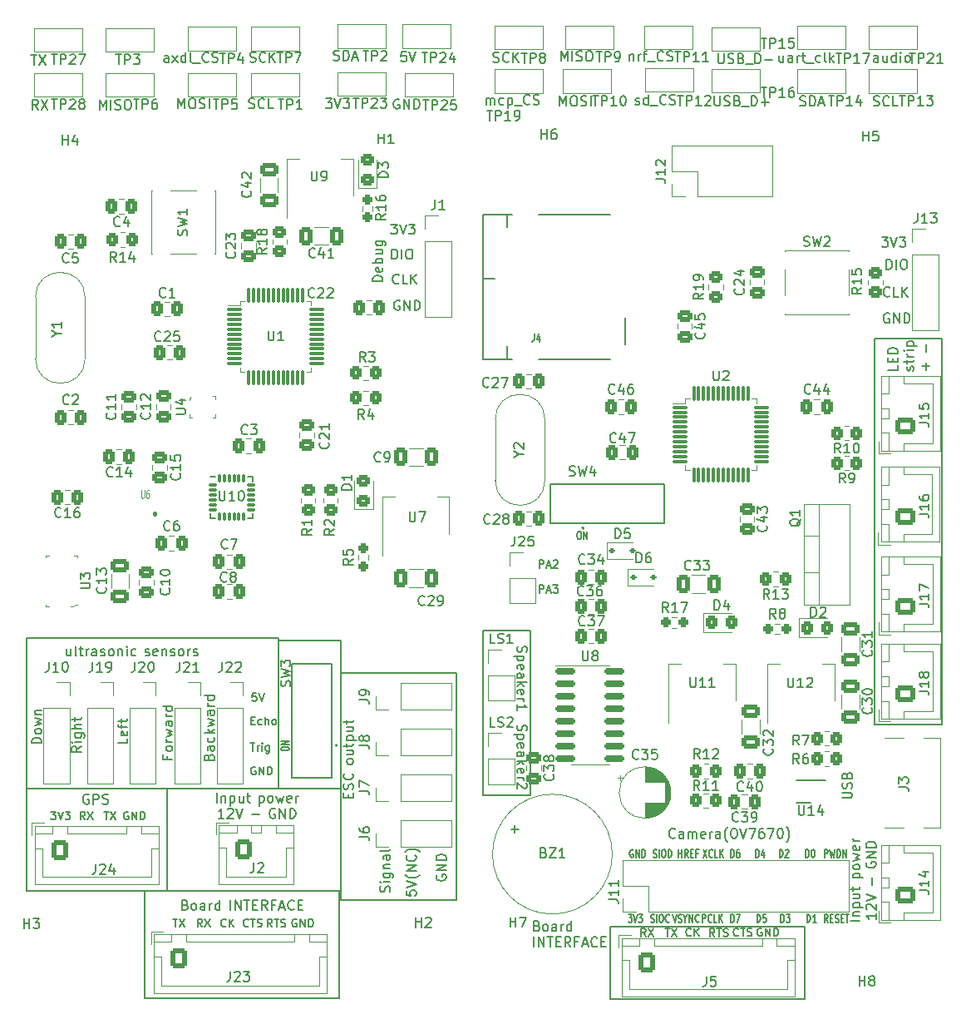
<source format=gto>
%TF.GenerationSoftware,KiCad,Pcbnew,(7.0.0)*%
%TF.CreationDate,2024-03-08T00:10:06+02:00*%
%TF.ProjectId,quadraptor,71756164-7261-4707-946f-722e6b696361,rev?*%
%TF.SameCoordinates,Original*%
%TF.FileFunction,Legend,Top*%
%TF.FilePolarity,Positive*%
%FSLAX46Y46*%
G04 Gerber Fmt 4.6, Leading zero omitted, Abs format (unit mm)*
G04 Created by KiCad (PCBNEW (7.0.0)) date 2024-03-08 00:10:06*
%MOMM*%
%LPD*%
G01*
G04 APERTURE LIST*
G04 Aperture macros list*
%AMRoundRect*
0 Rectangle with rounded corners*
0 $1 Rounding radius*
0 $2 $3 $4 $5 $6 $7 $8 $9 X,Y pos of 4 corners*
0 Add a 4 corners polygon primitive as box body*
4,1,4,$2,$3,$4,$5,$6,$7,$8,$9,$2,$3,0*
0 Add four circle primitives for the rounded corners*
1,1,$1+$1,$2,$3*
1,1,$1+$1,$4,$5*
1,1,$1+$1,$6,$7*
1,1,$1+$1,$8,$9*
0 Add four rect primitives between the rounded corners*
20,1,$1+$1,$2,$3,$4,$5,0*
20,1,$1+$1,$4,$5,$6,$7,0*
20,1,$1+$1,$6,$7,$8,$9,0*
20,1,$1+$1,$8,$9,$2,$3,0*%
G04 Aperture macros list end*
%ADD10C,0.150000*%
%ADD11C,0.200000*%
%ADD12C,0.125000*%
%ADD13C,0.120000*%
%ADD14C,0.100000*%
%ADD15C,0.127000*%
%ADD16C,0.381000*%
%ADD17R,1.700000X1.700000*%
%ADD18O,1.700000X1.700000*%
%ADD19C,3.200000*%
%ADD20RoundRect,0.075000X-0.350000X-0.075000X0.350000X-0.075000X0.350000X0.075000X-0.350000X0.075000X0*%
%ADD21RoundRect,0.075000X0.075000X-0.350000X0.075000X0.350000X-0.075000X0.350000X-0.075000X-0.350000X0*%
%ADD22RoundRect,0.250000X0.475000X-0.337500X0.475000X0.337500X-0.475000X0.337500X-0.475000X-0.337500X0*%
%ADD23RoundRect,0.250000X-0.475000X0.337500X-0.475000X-0.337500X0.475000X-0.337500X0.475000X0.337500X0*%
%ADD24RoundRect,0.250000X0.750000X-0.600000X0.750000X0.600000X-0.750000X0.600000X-0.750000X-0.600000X0*%
%ADD25O,2.000000X1.700000*%
%ADD26RoundRect,0.250000X-0.450000X0.350000X-0.450000X-0.350000X0.450000X-0.350000X0.450000X0.350000X0*%
%ADD27RoundRect,0.250000X0.337500X0.475000X-0.337500X0.475000X-0.337500X-0.475000X0.337500X-0.475000X0*%
%ADD28R,2.000000X2.000000*%
%ADD29C,2.000000*%
%ADD30RoundRect,0.075000X-0.075000X-0.662500X0.075000X-0.662500X0.075000X0.662500X-0.075000X0.662500X0*%
%ADD31RoundRect,0.075000X-0.662500X-0.075000X0.662500X-0.075000X0.662500X0.075000X-0.662500X0.075000X0*%
%ADD32RoundRect,0.250000X0.450000X-0.350000X0.450000X0.350000X-0.450000X0.350000X-0.450000X-0.350000X0*%
%ADD33RoundRect,0.250000X-0.600000X-0.750000X0.600000X-0.750000X0.600000X0.750000X-0.600000X0.750000X0*%
%ADD34O,1.700000X2.000000*%
%ADD35C,1.500000*%
%ADD36RoundRect,0.250000X-0.350000X-0.450000X0.350000X-0.450000X0.350000X0.450000X-0.350000X0.450000X0*%
%ADD37RoundRect,0.250000X-0.337500X-0.475000X0.337500X-0.475000X0.337500X0.475000X-0.337500X0.475000X0*%
%ADD38RoundRect,0.250000X-0.600000X-0.725000X0.600000X-0.725000X0.600000X0.725000X-0.600000X0.725000X0*%
%ADD39O,1.700000X1.950000*%
%ADD40RoundRect,0.250000X0.350000X0.450000X-0.350000X0.450000X-0.350000X-0.450000X0.350000X-0.450000X0*%
%ADD41RoundRect,0.250000X0.412500X0.650000X-0.412500X0.650000X-0.412500X-0.650000X0.412500X-0.650000X0*%
%ADD42R,1.145000X0.550000*%
%ADD43R,0.550000X1.145000*%
%ADD44RoundRect,0.237500X0.237500X-0.250000X0.237500X0.250000X-0.237500X0.250000X-0.237500X-0.250000X0*%
%ADD45RoundRect,0.250000X0.450000X-0.325000X0.450000X0.325000X-0.450000X0.325000X-0.450000X-0.325000X0*%
%ADD46RoundRect,0.112500X-0.187500X-0.112500X0.187500X-0.112500X0.187500X0.112500X-0.187500X0.112500X0*%
%ADD47RoundRect,0.250000X-0.650000X0.412500X-0.650000X-0.412500X0.650000X-0.412500X0.650000X0.412500X0*%
%ADD48C,0.900000*%
%ADD49R,1.600000X0.700000*%
%ADD50R,2.200000X1.200000*%
%ADD51R,1.400000X1.600000*%
%ADD52R,1.400000X1.200000*%
%ADD53R,1.500000X2.000000*%
%ADD54R,3.800000X2.000000*%
%ADD55R,1.600000X1.600000*%
%ADD56C,1.600000*%
%ADD57RoundRect,0.237500X-0.250000X-0.237500X0.250000X-0.237500X0.250000X0.237500X-0.250000X0.237500X0*%
%ADD58R,2.000000X1.905000*%
%ADD59O,2.000000X1.905000*%
%ADD60RoundRect,0.250000X-0.325000X-0.450000X0.325000X-0.450000X0.325000X0.450000X-0.325000X0.450000X0*%
%ADD61R,1.550000X1.300000*%
%ADD62R,0.350000X0.500000*%
%ADD63C,1.712000*%
%ADD64R,1.150000X0.300000*%
%ADD65O,2.100000X1.000000*%
%ADD66O,1.600000X1.000000*%
%ADD67RoundRect,0.150000X-0.850000X-0.150000X0.850000X-0.150000X0.850000X0.150000X-0.850000X0.150000X0*%
%ADD68R,0.550000X0.300000*%
%ADD69R,0.300000X0.550000*%
%ADD70R,0.750000X0.300000*%
%ADD71R,1.750000X1.450000*%
%ADD72R,1.300000X1.550000*%
G04 APERTURE END LIST*
D10*
X68326000Y-116403250D02*
X93980000Y-116403250D01*
X93980000Y-116403250D02*
X93980000Y-131770250D01*
X93980000Y-131770250D02*
X68326000Y-131770250D01*
X68326000Y-131770250D02*
X68326000Y-116403250D01*
X100330000Y-119959250D02*
X112141000Y-119959250D01*
X112141000Y-119959250D02*
X112141000Y-143073250D01*
X112141000Y-143073250D02*
X100330000Y-143073250D01*
X100330000Y-143073250D02*
X100330000Y-119959250D01*
X68326000Y-131770250D02*
X82677000Y-131770250D01*
X82677000Y-131770250D02*
X82677000Y-142184250D01*
X82677000Y-142184250D02*
X68326000Y-142184250D01*
X68326000Y-142184250D02*
X68326000Y-131770250D01*
X82677000Y-131770250D02*
X100330000Y-131770250D01*
X100330000Y-131770250D02*
X100330000Y-142184250D01*
X100330000Y-142184250D02*
X82677000Y-142184250D01*
X82677000Y-142184250D02*
X82677000Y-131770250D01*
X80391000Y-142184250D02*
X100203000Y-142184250D01*
X100203000Y-142184250D02*
X100203000Y-153106250D01*
X100203000Y-153106250D02*
X80391000Y-153106250D01*
X80391000Y-153106250D02*
X80391000Y-142184250D01*
X114808000Y-115697000D02*
X119634000Y-115697000D01*
X119634000Y-115697000D02*
X119634000Y-132461000D01*
X119634000Y-132461000D02*
X114808000Y-132461000D01*
X114808000Y-132461000D02*
X114808000Y-115697000D01*
X93980000Y-116657250D02*
X100330000Y-116657250D01*
X100330000Y-116657250D02*
X100330000Y-131770250D01*
X100330000Y-131770250D02*
X93980000Y-131770250D01*
X93980000Y-131770250D02*
X93980000Y-116657250D01*
X154686000Y-85979000D02*
X161544000Y-85979000D01*
X161544000Y-85979000D02*
X161544000Y-125222000D01*
X161544000Y-125222000D02*
X154686000Y-125222000D01*
X154686000Y-125222000D02*
X154686000Y-85979000D01*
X127762000Y-145796000D02*
X147574000Y-145796000D01*
X147574000Y-145796000D02*
X147574000Y-153162000D01*
X147574000Y-153162000D02*
X127762000Y-153162000D01*
X127762000Y-153162000D02*
X127762000Y-145796000D01*
X145176857Y-145367904D02*
X145176857Y-144567904D01*
X145176857Y-144567904D02*
X145319714Y-144567904D01*
X145319714Y-144567904D02*
X145405428Y-144606000D01*
X145405428Y-144606000D02*
X145462571Y-144682190D01*
X145462571Y-144682190D02*
X145491142Y-144758380D01*
X145491142Y-144758380D02*
X145519714Y-144910761D01*
X145519714Y-144910761D02*
X145519714Y-145025047D01*
X145519714Y-145025047D02*
X145491142Y-145177428D01*
X145491142Y-145177428D02*
X145462571Y-145253619D01*
X145462571Y-145253619D02*
X145405428Y-145329809D01*
X145405428Y-145329809D02*
X145319714Y-145367904D01*
X145319714Y-145367904D02*
X145176857Y-145367904D01*
X145719714Y-144567904D02*
X146091142Y-144567904D01*
X146091142Y-144567904D02*
X145891142Y-144872666D01*
X145891142Y-144872666D02*
X145976857Y-144872666D01*
X145976857Y-144872666D02*
X146034000Y-144910761D01*
X146034000Y-144910761D02*
X146062571Y-144948857D01*
X146062571Y-144948857D02*
X146091142Y-145025047D01*
X146091142Y-145025047D02*
X146091142Y-145215523D01*
X146091142Y-145215523D02*
X146062571Y-145291714D01*
X146062571Y-145291714D02*
X146034000Y-145329809D01*
X146034000Y-145329809D02*
X145976857Y-145367904D01*
X145976857Y-145367904D02*
X145805428Y-145367904D01*
X145805428Y-145367904D02*
X145748285Y-145329809D01*
X145748285Y-145329809D02*
X145719714Y-145291714D01*
X129625714Y-144567904D02*
X129997142Y-144567904D01*
X129997142Y-144567904D02*
X129797142Y-144872666D01*
X129797142Y-144872666D02*
X129882857Y-144872666D01*
X129882857Y-144872666D02*
X129940000Y-144910761D01*
X129940000Y-144910761D02*
X129968571Y-144948857D01*
X129968571Y-144948857D02*
X129997142Y-145025047D01*
X129997142Y-145025047D02*
X129997142Y-145215523D01*
X129997142Y-145215523D02*
X129968571Y-145291714D01*
X129968571Y-145291714D02*
X129940000Y-145329809D01*
X129940000Y-145329809D02*
X129882857Y-145367904D01*
X129882857Y-145367904D02*
X129711428Y-145367904D01*
X129711428Y-145367904D02*
X129654285Y-145329809D01*
X129654285Y-145329809D02*
X129625714Y-145291714D01*
X130168571Y-144567904D02*
X130368571Y-145367904D01*
X130368571Y-145367904D02*
X130568571Y-144567904D01*
X130711429Y-144567904D02*
X131082857Y-144567904D01*
X131082857Y-144567904D02*
X130882857Y-144872666D01*
X130882857Y-144872666D02*
X130968572Y-144872666D01*
X130968572Y-144872666D02*
X131025715Y-144910761D01*
X131025715Y-144910761D02*
X131054286Y-144948857D01*
X131054286Y-144948857D02*
X131082857Y-145025047D01*
X131082857Y-145025047D02*
X131082857Y-145215523D01*
X131082857Y-145215523D02*
X131054286Y-145291714D01*
X131054286Y-145291714D02*
X131025715Y-145329809D01*
X131025715Y-145329809D02*
X130968572Y-145367904D01*
X130968572Y-145367904D02*
X130797143Y-145367904D01*
X130797143Y-145367904D02*
X130740000Y-145329809D01*
X130740000Y-145329809D02*
X130711429Y-145291714D01*
X91668523Y-129564250D02*
X91592333Y-129526154D01*
X91592333Y-129526154D02*
X91478047Y-129526154D01*
X91478047Y-129526154D02*
X91363761Y-129564250D01*
X91363761Y-129564250D02*
X91287571Y-129640440D01*
X91287571Y-129640440D02*
X91249476Y-129716630D01*
X91249476Y-129716630D02*
X91211380Y-129869011D01*
X91211380Y-129869011D02*
X91211380Y-129983297D01*
X91211380Y-129983297D02*
X91249476Y-130135678D01*
X91249476Y-130135678D02*
X91287571Y-130211869D01*
X91287571Y-130211869D02*
X91363761Y-130288059D01*
X91363761Y-130288059D02*
X91478047Y-130326154D01*
X91478047Y-130326154D02*
X91554238Y-130326154D01*
X91554238Y-130326154D02*
X91668523Y-130288059D01*
X91668523Y-130288059D02*
X91706619Y-130249964D01*
X91706619Y-130249964D02*
X91706619Y-129983297D01*
X91706619Y-129983297D02*
X91554238Y-129983297D01*
X92049476Y-130326154D02*
X92049476Y-129526154D01*
X92049476Y-129526154D02*
X92506619Y-130326154D01*
X92506619Y-130326154D02*
X92506619Y-129526154D01*
X92887571Y-130326154D02*
X92887571Y-129526154D01*
X92887571Y-129526154D02*
X93078047Y-129526154D01*
X93078047Y-129526154D02*
X93192333Y-129564250D01*
X93192333Y-129564250D02*
X93268523Y-129640440D01*
X93268523Y-129640440D02*
X93306618Y-129716630D01*
X93306618Y-129716630D02*
X93344714Y-129869011D01*
X93344714Y-129869011D02*
X93344714Y-129983297D01*
X93344714Y-129983297D02*
X93306618Y-130135678D01*
X93306618Y-130135678D02*
X93268523Y-130211869D01*
X93268523Y-130211869D02*
X93192333Y-130288059D01*
X93192333Y-130288059D02*
X93078047Y-130326154D01*
X93078047Y-130326154D02*
X92887571Y-130326154D01*
X145049857Y-138763904D02*
X145049857Y-137963904D01*
X145049857Y-137963904D02*
X145192714Y-137963904D01*
X145192714Y-137963904D02*
X145278428Y-138002000D01*
X145278428Y-138002000D02*
X145335571Y-138078190D01*
X145335571Y-138078190D02*
X145364142Y-138154380D01*
X145364142Y-138154380D02*
X145392714Y-138306761D01*
X145392714Y-138306761D02*
X145392714Y-138421047D01*
X145392714Y-138421047D02*
X145364142Y-138573428D01*
X145364142Y-138573428D02*
X145335571Y-138649619D01*
X145335571Y-138649619D02*
X145278428Y-138725809D01*
X145278428Y-138725809D02*
X145192714Y-138763904D01*
X145192714Y-138763904D02*
X145049857Y-138763904D01*
X145621285Y-138040095D02*
X145649857Y-138002000D01*
X145649857Y-138002000D02*
X145707000Y-137963904D01*
X145707000Y-137963904D02*
X145849857Y-137963904D01*
X145849857Y-137963904D02*
X145907000Y-138002000D01*
X145907000Y-138002000D02*
X145935571Y-138040095D01*
X145935571Y-138040095D02*
X145964142Y-138116285D01*
X145964142Y-138116285D02*
X145964142Y-138192476D01*
X145964142Y-138192476D02*
X145935571Y-138306761D01*
X145935571Y-138306761D02*
X145592714Y-138763904D01*
X145592714Y-138763904D02*
X145964142Y-138763904D01*
X153229380Y-145206523D02*
X152229380Y-145206523D01*
X152562714Y-144730333D02*
X153229380Y-144730333D01*
X152657952Y-144730333D02*
X152610333Y-144682714D01*
X152610333Y-144682714D02*
X152562714Y-144587476D01*
X152562714Y-144587476D02*
X152562714Y-144444619D01*
X152562714Y-144444619D02*
X152610333Y-144349381D01*
X152610333Y-144349381D02*
X152705571Y-144301762D01*
X152705571Y-144301762D02*
X153229380Y-144301762D01*
X152562714Y-143825571D02*
X153562714Y-143825571D01*
X152610333Y-143825571D02*
X152562714Y-143730333D01*
X152562714Y-143730333D02*
X152562714Y-143539857D01*
X152562714Y-143539857D02*
X152610333Y-143444619D01*
X152610333Y-143444619D02*
X152657952Y-143397000D01*
X152657952Y-143397000D02*
X152753190Y-143349381D01*
X152753190Y-143349381D02*
X153038904Y-143349381D01*
X153038904Y-143349381D02*
X153134142Y-143397000D01*
X153134142Y-143397000D02*
X153181761Y-143444619D01*
X153181761Y-143444619D02*
X153229380Y-143539857D01*
X153229380Y-143539857D02*
X153229380Y-143730333D01*
X153229380Y-143730333D02*
X153181761Y-143825571D01*
X152562714Y-142492238D02*
X153229380Y-142492238D01*
X152562714Y-142920809D02*
X153086523Y-142920809D01*
X153086523Y-142920809D02*
X153181761Y-142873190D01*
X153181761Y-142873190D02*
X153229380Y-142777952D01*
X153229380Y-142777952D02*
X153229380Y-142635095D01*
X153229380Y-142635095D02*
X153181761Y-142539857D01*
X153181761Y-142539857D02*
X153134142Y-142492238D01*
X152562714Y-142158904D02*
X152562714Y-141777952D01*
X152229380Y-142016047D02*
X153086523Y-142016047D01*
X153086523Y-142016047D02*
X153181761Y-141968428D01*
X153181761Y-141968428D02*
X153229380Y-141873190D01*
X153229380Y-141873190D02*
X153229380Y-141777952D01*
X152562714Y-140844618D02*
X153562714Y-140844618D01*
X152610333Y-140844618D02*
X152562714Y-140749380D01*
X152562714Y-140749380D02*
X152562714Y-140558904D01*
X152562714Y-140558904D02*
X152610333Y-140463666D01*
X152610333Y-140463666D02*
X152657952Y-140416047D01*
X152657952Y-140416047D02*
X152753190Y-140368428D01*
X152753190Y-140368428D02*
X153038904Y-140368428D01*
X153038904Y-140368428D02*
X153134142Y-140416047D01*
X153134142Y-140416047D02*
X153181761Y-140463666D01*
X153181761Y-140463666D02*
X153229380Y-140558904D01*
X153229380Y-140558904D02*
X153229380Y-140749380D01*
X153229380Y-140749380D02*
X153181761Y-140844618D01*
X153229380Y-139796999D02*
X153181761Y-139892237D01*
X153181761Y-139892237D02*
X153134142Y-139939856D01*
X153134142Y-139939856D02*
X153038904Y-139987475D01*
X153038904Y-139987475D02*
X152753190Y-139987475D01*
X152753190Y-139987475D02*
X152657952Y-139939856D01*
X152657952Y-139939856D02*
X152610333Y-139892237D01*
X152610333Y-139892237D02*
X152562714Y-139796999D01*
X152562714Y-139796999D02*
X152562714Y-139654142D01*
X152562714Y-139654142D02*
X152610333Y-139558904D01*
X152610333Y-139558904D02*
X152657952Y-139511285D01*
X152657952Y-139511285D02*
X152753190Y-139463666D01*
X152753190Y-139463666D02*
X153038904Y-139463666D01*
X153038904Y-139463666D02*
X153134142Y-139511285D01*
X153134142Y-139511285D02*
X153181761Y-139558904D01*
X153181761Y-139558904D02*
X153229380Y-139654142D01*
X153229380Y-139654142D02*
X153229380Y-139796999D01*
X152562714Y-139130332D02*
X153229380Y-138939856D01*
X153229380Y-138939856D02*
X152753190Y-138749380D01*
X152753190Y-138749380D02*
X153229380Y-138558904D01*
X153229380Y-138558904D02*
X152562714Y-138368428D01*
X153181761Y-137606523D02*
X153229380Y-137701761D01*
X153229380Y-137701761D02*
X153229380Y-137892237D01*
X153229380Y-137892237D02*
X153181761Y-137987475D01*
X153181761Y-137987475D02*
X153086523Y-138035094D01*
X153086523Y-138035094D02*
X152705571Y-138035094D01*
X152705571Y-138035094D02*
X152610333Y-137987475D01*
X152610333Y-137987475D02*
X152562714Y-137892237D01*
X152562714Y-137892237D02*
X152562714Y-137701761D01*
X152562714Y-137701761D02*
X152610333Y-137606523D01*
X152610333Y-137606523D02*
X152705571Y-137558904D01*
X152705571Y-137558904D02*
X152800809Y-137558904D01*
X152800809Y-137558904D02*
X152896047Y-138035094D01*
X153229380Y-137130332D02*
X152562714Y-137130332D01*
X152753190Y-137130332D02*
X152657952Y-137082713D01*
X152657952Y-137082713D02*
X152610333Y-137035094D01*
X152610333Y-137035094D02*
X152562714Y-136939856D01*
X152562714Y-136939856D02*
X152562714Y-136844618D01*
X154849380Y-144458904D02*
X154849380Y-145030332D01*
X154849380Y-144744618D02*
X153849380Y-144744618D01*
X153849380Y-144744618D02*
X153992238Y-144839856D01*
X153992238Y-144839856D02*
X154087476Y-144935094D01*
X154087476Y-144935094D02*
X154135095Y-145030332D01*
X153944619Y-144077951D02*
X153897000Y-144030332D01*
X153897000Y-144030332D02*
X153849380Y-143935094D01*
X153849380Y-143935094D02*
X153849380Y-143696999D01*
X153849380Y-143696999D02*
X153897000Y-143601761D01*
X153897000Y-143601761D02*
X153944619Y-143554142D01*
X153944619Y-143554142D02*
X154039857Y-143506523D01*
X154039857Y-143506523D02*
X154135095Y-143506523D01*
X154135095Y-143506523D02*
X154277952Y-143554142D01*
X154277952Y-143554142D02*
X154849380Y-144125570D01*
X154849380Y-144125570D02*
X154849380Y-143506523D01*
X153849380Y-143220808D02*
X154849380Y-142887475D01*
X154849380Y-142887475D02*
X153849380Y-142554142D01*
X154468428Y-141620808D02*
X154468428Y-140858904D01*
X153897000Y-139258904D02*
X153849380Y-139354142D01*
X153849380Y-139354142D02*
X153849380Y-139496999D01*
X153849380Y-139496999D02*
X153897000Y-139639856D01*
X153897000Y-139639856D02*
X153992238Y-139735094D01*
X153992238Y-139735094D02*
X154087476Y-139782713D01*
X154087476Y-139782713D02*
X154277952Y-139830332D01*
X154277952Y-139830332D02*
X154420809Y-139830332D01*
X154420809Y-139830332D02*
X154611285Y-139782713D01*
X154611285Y-139782713D02*
X154706523Y-139735094D01*
X154706523Y-139735094D02*
X154801761Y-139639856D01*
X154801761Y-139639856D02*
X154849380Y-139496999D01*
X154849380Y-139496999D02*
X154849380Y-139401761D01*
X154849380Y-139401761D02*
X154801761Y-139258904D01*
X154801761Y-139258904D02*
X154754142Y-139211285D01*
X154754142Y-139211285D02*
X154420809Y-139211285D01*
X154420809Y-139211285D02*
X154420809Y-139401761D01*
X154849380Y-138782713D02*
X153849380Y-138782713D01*
X153849380Y-138782713D02*
X154849380Y-138211285D01*
X154849380Y-138211285D02*
X153849380Y-138211285D01*
X154849380Y-137735094D02*
X153849380Y-137735094D01*
X153849380Y-137735094D02*
X153849380Y-137496999D01*
X153849380Y-137496999D02*
X153897000Y-137354142D01*
X153897000Y-137354142D02*
X153992238Y-137258904D01*
X153992238Y-137258904D02*
X154087476Y-137211285D01*
X154087476Y-137211285D02*
X154277952Y-137163666D01*
X154277952Y-137163666D02*
X154420809Y-137163666D01*
X154420809Y-137163666D02*
X154611285Y-137211285D01*
X154611285Y-137211285D02*
X154706523Y-137258904D01*
X154706523Y-137258904D02*
X154801761Y-137354142D01*
X154801761Y-137354142D02*
X154849380Y-137496999D01*
X154849380Y-137496999D02*
X154849380Y-137735094D01*
X69877102Y-127142154D02*
X68877102Y-127142154D01*
X68877102Y-127142154D02*
X68877102Y-126904059D01*
X68877102Y-126904059D02*
X68924722Y-126761202D01*
X68924722Y-126761202D02*
X69019960Y-126665964D01*
X69019960Y-126665964D02*
X69115198Y-126618345D01*
X69115198Y-126618345D02*
X69305674Y-126570726D01*
X69305674Y-126570726D02*
X69448531Y-126570726D01*
X69448531Y-126570726D02*
X69639007Y-126618345D01*
X69639007Y-126618345D02*
X69734245Y-126665964D01*
X69734245Y-126665964D02*
X69829483Y-126761202D01*
X69829483Y-126761202D02*
X69877102Y-126904059D01*
X69877102Y-126904059D02*
X69877102Y-127142154D01*
X69877102Y-125999297D02*
X69829483Y-126094535D01*
X69829483Y-126094535D02*
X69781864Y-126142154D01*
X69781864Y-126142154D02*
X69686626Y-126189773D01*
X69686626Y-126189773D02*
X69400912Y-126189773D01*
X69400912Y-126189773D02*
X69305674Y-126142154D01*
X69305674Y-126142154D02*
X69258055Y-126094535D01*
X69258055Y-126094535D02*
X69210436Y-125999297D01*
X69210436Y-125999297D02*
X69210436Y-125856440D01*
X69210436Y-125856440D02*
X69258055Y-125761202D01*
X69258055Y-125761202D02*
X69305674Y-125713583D01*
X69305674Y-125713583D02*
X69400912Y-125665964D01*
X69400912Y-125665964D02*
X69686626Y-125665964D01*
X69686626Y-125665964D02*
X69781864Y-125713583D01*
X69781864Y-125713583D02*
X69829483Y-125761202D01*
X69829483Y-125761202D02*
X69877102Y-125856440D01*
X69877102Y-125856440D02*
X69877102Y-125999297D01*
X69210436Y-125332630D02*
X69877102Y-125142154D01*
X69877102Y-125142154D02*
X69400912Y-124951678D01*
X69400912Y-124951678D02*
X69877102Y-124761202D01*
X69877102Y-124761202D02*
X69210436Y-124570726D01*
X69210436Y-124189773D02*
X69877102Y-124189773D01*
X69305674Y-124189773D02*
X69258055Y-124142154D01*
X69258055Y-124142154D02*
X69210436Y-124046916D01*
X69210436Y-124046916D02*
X69210436Y-123904059D01*
X69210436Y-123904059D02*
X69258055Y-123808821D01*
X69258055Y-123808821D02*
X69353293Y-123761202D01*
X69353293Y-123761202D02*
X69877102Y-123761202D01*
X138415619Y-146789154D02*
X138148952Y-146408202D01*
X137958476Y-146789154D02*
X137958476Y-145989154D01*
X137958476Y-145989154D02*
X138263238Y-145989154D01*
X138263238Y-145989154D02*
X138339428Y-146027250D01*
X138339428Y-146027250D02*
X138377523Y-146065345D01*
X138377523Y-146065345D02*
X138415619Y-146141535D01*
X138415619Y-146141535D02*
X138415619Y-146255821D01*
X138415619Y-146255821D02*
X138377523Y-146332011D01*
X138377523Y-146332011D02*
X138339428Y-146370107D01*
X138339428Y-146370107D02*
X138263238Y-146408202D01*
X138263238Y-146408202D02*
X137958476Y-146408202D01*
X138644190Y-145989154D02*
X139101333Y-145989154D01*
X138872761Y-146789154D02*
X138872761Y-145989154D01*
X139329904Y-146751059D02*
X139444190Y-146789154D01*
X139444190Y-146789154D02*
X139634666Y-146789154D01*
X139634666Y-146789154D02*
X139710857Y-146751059D01*
X139710857Y-146751059D02*
X139748952Y-146712964D01*
X139748952Y-146712964D02*
X139787047Y-146636773D01*
X139787047Y-146636773D02*
X139787047Y-146560583D01*
X139787047Y-146560583D02*
X139748952Y-146484392D01*
X139748952Y-146484392D02*
X139710857Y-146446297D01*
X139710857Y-146446297D02*
X139634666Y-146408202D01*
X139634666Y-146408202D02*
X139482285Y-146370107D01*
X139482285Y-146370107D02*
X139406095Y-146332011D01*
X139406095Y-146332011D02*
X139368000Y-146293916D01*
X139368000Y-146293916D02*
X139329904Y-146217726D01*
X139329904Y-146217726D02*
X139329904Y-146141535D01*
X139329904Y-146141535D02*
X139368000Y-146065345D01*
X139368000Y-146065345D02*
X139406095Y-146027250D01*
X139406095Y-146027250D02*
X139482285Y-145989154D01*
X139482285Y-145989154D02*
X139672762Y-145989154D01*
X139672762Y-145989154D02*
X139787047Y-146027250D01*
X132194285Y-138725809D02*
X132280000Y-138763904D01*
X132280000Y-138763904D02*
X132422857Y-138763904D01*
X132422857Y-138763904D02*
X132480000Y-138725809D01*
X132480000Y-138725809D02*
X132508571Y-138687714D01*
X132508571Y-138687714D02*
X132537142Y-138611523D01*
X132537142Y-138611523D02*
X132537142Y-138535333D01*
X132537142Y-138535333D02*
X132508571Y-138459142D01*
X132508571Y-138459142D02*
X132480000Y-138421047D01*
X132480000Y-138421047D02*
X132422857Y-138382952D01*
X132422857Y-138382952D02*
X132308571Y-138344857D01*
X132308571Y-138344857D02*
X132251428Y-138306761D01*
X132251428Y-138306761D02*
X132222857Y-138268666D01*
X132222857Y-138268666D02*
X132194285Y-138192476D01*
X132194285Y-138192476D02*
X132194285Y-138116285D01*
X132194285Y-138116285D02*
X132222857Y-138040095D01*
X132222857Y-138040095D02*
X132251428Y-138002000D01*
X132251428Y-138002000D02*
X132308571Y-137963904D01*
X132308571Y-137963904D02*
X132451428Y-137963904D01*
X132451428Y-137963904D02*
X132537142Y-138002000D01*
X132794286Y-138763904D02*
X132794286Y-137963904D01*
X133194285Y-137963904D02*
X133308571Y-137963904D01*
X133308571Y-137963904D02*
X133365714Y-138002000D01*
X133365714Y-138002000D02*
X133422857Y-138078190D01*
X133422857Y-138078190D02*
X133451428Y-138230571D01*
X133451428Y-138230571D02*
X133451428Y-138497238D01*
X133451428Y-138497238D02*
X133422857Y-138649619D01*
X133422857Y-138649619D02*
X133365714Y-138725809D01*
X133365714Y-138725809D02*
X133308571Y-138763904D01*
X133308571Y-138763904D02*
X133194285Y-138763904D01*
X133194285Y-138763904D02*
X133137143Y-138725809D01*
X133137143Y-138725809D02*
X133080000Y-138649619D01*
X133080000Y-138649619D02*
X133051428Y-138497238D01*
X133051428Y-138497238D02*
X133051428Y-138230571D01*
X133051428Y-138230571D02*
X133080000Y-138078190D01*
X133080000Y-138078190D02*
X133137143Y-138002000D01*
X133137143Y-138002000D02*
X133194285Y-137963904D01*
X133708571Y-138763904D02*
X133708571Y-137963904D01*
X133708571Y-137963904D02*
X133851428Y-137963904D01*
X133851428Y-137963904D02*
X133937142Y-138002000D01*
X133937142Y-138002000D02*
X133994285Y-138078190D01*
X133994285Y-138078190D02*
X134022856Y-138154380D01*
X134022856Y-138154380D02*
X134051428Y-138306761D01*
X134051428Y-138306761D02*
X134051428Y-138421047D01*
X134051428Y-138421047D02*
X134022856Y-138573428D01*
X134022856Y-138573428D02*
X133994285Y-138649619D01*
X133994285Y-138649619D02*
X133937142Y-138725809D01*
X133937142Y-138725809D02*
X133851428Y-138763904D01*
X133851428Y-138763904D02*
X133708571Y-138763904D01*
X86245619Y-145820154D02*
X85978952Y-145439202D01*
X85788476Y-145820154D02*
X85788476Y-145020154D01*
X85788476Y-145020154D02*
X86093238Y-145020154D01*
X86093238Y-145020154D02*
X86169428Y-145058250D01*
X86169428Y-145058250D02*
X86207523Y-145096345D01*
X86207523Y-145096345D02*
X86245619Y-145172535D01*
X86245619Y-145172535D02*
X86245619Y-145286821D01*
X86245619Y-145286821D02*
X86207523Y-145363011D01*
X86207523Y-145363011D02*
X86169428Y-145401107D01*
X86169428Y-145401107D02*
X86093238Y-145439202D01*
X86093238Y-145439202D02*
X85788476Y-145439202D01*
X86512285Y-145020154D02*
X87045619Y-145820154D01*
X87045619Y-145020154D02*
X86512285Y-145820154D01*
X145446666Y-57154714D02*
X145446666Y-57821380D01*
X145018095Y-57154714D02*
X145018095Y-57678523D01*
X145018095Y-57678523D02*
X145065714Y-57773761D01*
X145065714Y-57773761D02*
X145160952Y-57821380D01*
X145160952Y-57821380D02*
X145303809Y-57821380D01*
X145303809Y-57821380D02*
X145399047Y-57773761D01*
X145399047Y-57773761D02*
X145446666Y-57726142D01*
X146351428Y-57821380D02*
X146351428Y-57297571D01*
X146351428Y-57297571D02*
X146303809Y-57202333D01*
X146303809Y-57202333D02*
X146208571Y-57154714D01*
X146208571Y-57154714D02*
X146018095Y-57154714D01*
X146018095Y-57154714D02*
X145922857Y-57202333D01*
X146351428Y-57773761D02*
X146256190Y-57821380D01*
X146256190Y-57821380D02*
X146018095Y-57821380D01*
X146018095Y-57821380D02*
X145922857Y-57773761D01*
X145922857Y-57773761D02*
X145875238Y-57678523D01*
X145875238Y-57678523D02*
X145875238Y-57583285D01*
X145875238Y-57583285D02*
X145922857Y-57488047D01*
X145922857Y-57488047D02*
X146018095Y-57440428D01*
X146018095Y-57440428D02*
X146256190Y-57440428D01*
X146256190Y-57440428D02*
X146351428Y-57392809D01*
X146827619Y-57821380D02*
X146827619Y-57154714D01*
X146827619Y-57345190D02*
X146875238Y-57249952D01*
X146875238Y-57249952D02*
X146922857Y-57202333D01*
X146922857Y-57202333D02*
X147018095Y-57154714D01*
X147018095Y-57154714D02*
X147113333Y-57154714D01*
X147303810Y-57154714D02*
X147684762Y-57154714D01*
X147446667Y-56821380D02*
X147446667Y-57678523D01*
X147446667Y-57678523D02*
X147494286Y-57773761D01*
X147494286Y-57773761D02*
X147589524Y-57821380D01*
X147589524Y-57821380D02*
X147684762Y-57821380D01*
X147780001Y-57916619D02*
X148541905Y-57916619D01*
X149208572Y-57773761D02*
X149113334Y-57821380D01*
X149113334Y-57821380D02*
X148922858Y-57821380D01*
X148922858Y-57821380D02*
X148827620Y-57773761D01*
X148827620Y-57773761D02*
X148780001Y-57726142D01*
X148780001Y-57726142D02*
X148732382Y-57630904D01*
X148732382Y-57630904D02*
X148732382Y-57345190D01*
X148732382Y-57345190D02*
X148780001Y-57249952D01*
X148780001Y-57249952D02*
X148827620Y-57202333D01*
X148827620Y-57202333D02*
X148922858Y-57154714D01*
X148922858Y-57154714D02*
X149113334Y-57154714D01*
X149113334Y-57154714D02*
X149208572Y-57202333D01*
X149780001Y-57821380D02*
X149684763Y-57773761D01*
X149684763Y-57773761D02*
X149637144Y-57678523D01*
X149637144Y-57678523D02*
X149637144Y-56821380D01*
X150160954Y-57821380D02*
X150160954Y-56821380D01*
X150256192Y-57440428D02*
X150541906Y-57821380D01*
X150541906Y-57154714D02*
X150160954Y-57535666D01*
X149621857Y-138763904D02*
X149621857Y-137963904D01*
X149621857Y-137963904D02*
X149850428Y-137963904D01*
X149850428Y-137963904D02*
X149907571Y-138002000D01*
X149907571Y-138002000D02*
X149936142Y-138040095D01*
X149936142Y-138040095D02*
X149964714Y-138116285D01*
X149964714Y-138116285D02*
X149964714Y-138230571D01*
X149964714Y-138230571D02*
X149936142Y-138306761D01*
X149936142Y-138306761D02*
X149907571Y-138344857D01*
X149907571Y-138344857D02*
X149850428Y-138382952D01*
X149850428Y-138382952D02*
X149621857Y-138382952D01*
X150164714Y-137963904D02*
X150307571Y-138763904D01*
X150307571Y-138763904D02*
X150421857Y-138192476D01*
X150421857Y-138192476D02*
X150536142Y-138763904D01*
X150536142Y-138763904D02*
X150679000Y-137963904D01*
X150907571Y-138763904D02*
X150907571Y-137963904D01*
X150907571Y-137963904D02*
X151050428Y-137963904D01*
X151050428Y-137963904D02*
X151136142Y-138002000D01*
X151136142Y-138002000D02*
X151193285Y-138078190D01*
X151193285Y-138078190D02*
X151221856Y-138154380D01*
X151221856Y-138154380D02*
X151250428Y-138306761D01*
X151250428Y-138306761D02*
X151250428Y-138421047D01*
X151250428Y-138421047D02*
X151221856Y-138573428D01*
X151221856Y-138573428D02*
X151193285Y-138649619D01*
X151193285Y-138649619D02*
X151136142Y-138725809D01*
X151136142Y-138725809D02*
X151050428Y-138763904D01*
X151050428Y-138763904D02*
X150907571Y-138763904D01*
X151507571Y-138763904D02*
X151507571Y-137963904D01*
X151507571Y-137963904D02*
X151850428Y-138763904D01*
X151850428Y-138763904D02*
X151850428Y-137963904D01*
X147716857Y-138763904D02*
X147716857Y-137963904D01*
X147716857Y-137963904D02*
X147859714Y-137963904D01*
X147859714Y-137963904D02*
X147945428Y-138002000D01*
X147945428Y-138002000D02*
X148002571Y-138078190D01*
X148002571Y-138078190D02*
X148031142Y-138154380D01*
X148031142Y-138154380D02*
X148059714Y-138306761D01*
X148059714Y-138306761D02*
X148059714Y-138421047D01*
X148059714Y-138421047D02*
X148031142Y-138573428D01*
X148031142Y-138573428D02*
X148002571Y-138649619D01*
X148002571Y-138649619D02*
X147945428Y-138725809D01*
X147945428Y-138725809D02*
X147859714Y-138763904D01*
X147859714Y-138763904D02*
X147716857Y-138763904D01*
X148431142Y-137963904D02*
X148488285Y-137963904D01*
X148488285Y-137963904D02*
X148545428Y-138002000D01*
X148545428Y-138002000D02*
X148574000Y-138040095D01*
X148574000Y-138040095D02*
X148602571Y-138116285D01*
X148602571Y-138116285D02*
X148631142Y-138268666D01*
X148631142Y-138268666D02*
X148631142Y-138459142D01*
X148631142Y-138459142D02*
X148602571Y-138611523D01*
X148602571Y-138611523D02*
X148574000Y-138687714D01*
X148574000Y-138687714D02*
X148545428Y-138725809D01*
X148545428Y-138725809D02*
X148488285Y-138763904D01*
X148488285Y-138763904D02*
X148431142Y-138763904D01*
X148431142Y-138763904D02*
X148374000Y-138725809D01*
X148374000Y-138725809D02*
X148345428Y-138687714D01*
X148345428Y-138687714D02*
X148316857Y-138611523D01*
X148316857Y-138611523D02*
X148288285Y-138459142D01*
X148288285Y-138459142D02*
X148288285Y-138268666D01*
X148288285Y-138268666D02*
X148316857Y-138116285D01*
X148316857Y-138116285D02*
X148345428Y-138040095D01*
X148345428Y-138040095D02*
X148374000Y-138002000D01*
X148374000Y-138002000D02*
X148431142Y-137963904D01*
X107013285Y-56765630D02*
X106537095Y-56765630D01*
X106537095Y-56765630D02*
X106489476Y-57241821D01*
X106489476Y-57241821D02*
X106537095Y-57194202D01*
X106537095Y-57194202D02*
X106632333Y-57146583D01*
X106632333Y-57146583D02*
X106870428Y-57146583D01*
X106870428Y-57146583D02*
X106965666Y-57194202D01*
X106965666Y-57194202D02*
X107013285Y-57241821D01*
X107013285Y-57241821D02*
X107060904Y-57337059D01*
X107060904Y-57337059D02*
X107060904Y-57575154D01*
X107060904Y-57575154D02*
X107013285Y-57670392D01*
X107013285Y-57670392D02*
X106965666Y-57718011D01*
X106965666Y-57718011D02*
X106870428Y-57765630D01*
X106870428Y-57765630D02*
X106632333Y-57765630D01*
X106632333Y-57765630D02*
X106537095Y-57718011D01*
X106537095Y-57718011D02*
X106489476Y-57670392D01*
X107346619Y-56765630D02*
X107679952Y-57765630D01*
X107679952Y-57765630D02*
X108013285Y-56765630D01*
X87711476Y-133163380D02*
X87711476Y-132163380D01*
X88187666Y-132496714D02*
X88187666Y-133163380D01*
X88187666Y-132591952D02*
X88235285Y-132544333D01*
X88235285Y-132544333D02*
X88330523Y-132496714D01*
X88330523Y-132496714D02*
X88473380Y-132496714D01*
X88473380Y-132496714D02*
X88568618Y-132544333D01*
X88568618Y-132544333D02*
X88616237Y-132639571D01*
X88616237Y-132639571D02*
X88616237Y-133163380D01*
X89092428Y-132496714D02*
X89092428Y-133496714D01*
X89092428Y-132544333D02*
X89187666Y-132496714D01*
X89187666Y-132496714D02*
X89378142Y-132496714D01*
X89378142Y-132496714D02*
X89473380Y-132544333D01*
X89473380Y-132544333D02*
X89520999Y-132591952D01*
X89520999Y-132591952D02*
X89568618Y-132687190D01*
X89568618Y-132687190D02*
X89568618Y-132972904D01*
X89568618Y-132972904D02*
X89520999Y-133068142D01*
X89520999Y-133068142D02*
X89473380Y-133115761D01*
X89473380Y-133115761D02*
X89378142Y-133163380D01*
X89378142Y-133163380D02*
X89187666Y-133163380D01*
X89187666Y-133163380D02*
X89092428Y-133115761D01*
X90425761Y-132496714D02*
X90425761Y-133163380D01*
X89997190Y-132496714D02*
X89997190Y-133020523D01*
X89997190Y-133020523D02*
X90044809Y-133115761D01*
X90044809Y-133115761D02*
X90140047Y-133163380D01*
X90140047Y-133163380D02*
X90282904Y-133163380D01*
X90282904Y-133163380D02*
X90378142Y-133115761D01*
X90378142Y-133115761D02*
X90425761Y-133068142D01*
X90759095Y-132496714D02*
X91140047Y-132496714D01*
X90901952Y-132163380D02*
X90901952Y-133020523D01*
X90901952Y-133020523D02*
X90949571Y-133115761D01*
X90949571Y-133115761D02*
X91044809Y-133163380D01*
X91044809Y-133163380D02*
X91140047Y-133163380D01*
X92073381Y-132496714D02*
X92073381Y-133496714D01*
X92073381Y-132544333D02*
X92168619Y-132496714D01*
X92168619Y-132496714D02*
X92359095Y-132496714D01*
X92359095Y-132496714D02*
X92454333Y-132544333D01*
X92454333Y-132544333D02*
X92501952Y-132591952D01*
X92501952Y-132591952D02*
X92549571Y-132687190D01*
X92549571Y-132687190D02*
X92549571Y-132972904D01*
X92549571Y-132972904D02*
X92501952Y-133068142D01*
X92501952Y-133068142D02*
X92454333Y-133115761D01*
X92454333Y-133115761D02*
X92359095Y-133163380D01*
X92359095Y-133163380D02*
X92168619Y-133163380D01*
X92168619Y-133163380D02*
X92073381Y-133115761D01*
X93121000Y-133163380D02*
X93025762Y-133115761D01*
X93025762Y-133115761D02*
X92978143Y-133068142D01*
X92978143Y-133068142D02*
X92930524Y-132972904D01*
X92930524Y-132972904D02*
X92930524Y-132687190D01*
X92930524Y-132687190D02*
X92978143Y-132591952D01*
X92978143Y-132591952D02*
X93025762Y-132544333D01*
X93025762Y-132544333D02*
X93121000Y-132496714D01*
X93121000Y-132496714D02*
X93263857Y-132496714D01*
X93263857Y-132496714D02*
X93359095Y-132544333D01*
X93359095Y-132544333D02*
X93406714Y-132591952D01*
X93406714Y-132591952D02*
X93454333Y-132687190D01*
X93454333Y-132687190D02*
X93454333Y-132972904D01*
X93454333Y-132972904D02*
X93406714Y-133068142D01*
X93406714Y-133068142D02*
X93359095Y-133115761D01*
X93359095Y-133115761D02*
X93263857Y-133163380D01*
X93263857Y-133163380D02*
X93121000Y-133163380D01*
X93787667Y-132496714D02*
X93978143Y-133163380D01*
X93978143Y-133163380D02*
X94168619Y-132687190D01*
X94168619Y-132687190D02*
X94359095Y-133163380D01*
X94359095Y-133163380D02*
X94549571Y-132496714D01*
X95311476Y-133115761D02*
X95216238Y-133163380D01*
X95216238Y-133163380D02*
X95025762Y-133163380D01*
X95025762Y-133163380D02*
X94930524Y-133115761D01*
X94930524Y-133115761D02*
X94882905Y-133020523D01*
X94882905Y-133020523D02*
X94882905Y-132639571D01*
X94882905Y-132639571D02*
X94930524Y-132544333D01*
X94930524Y-132544333D02*
X95025762Y-132496714D01*
X95025762Y-132496714D02*
X95216238Y-132496714D01*
X95216238Y-132496714D02*
X95311476Y-132544333D01*
X95311476Y-132544333D02*
X95359095Y-132639571D01*
X95359095Y-132639571D02*
X95359095Y-132734809D01*
X95359095Y-132734809D02*
X94882905Y-132830047D01*
X95787667Y-133163380D02*
X95787667Y-132496714D01*
X95787667Y-132687190D02*
X95835286Y-132591952D01*
X95835286Y-132591952D02*
X95882905Y-132544333D01*
X95882905Y-132544333D02*
X95978143Y-132496714D01*
X95978143Y-132496714D02*
X96073381Y-132496714D01*
X88459095Y-134783380D02*
X87887667Y-134783380D01*
X88173381Y-134783380D02*
X88173381Y-133783380D01*
X88173381Y-133783380D02*
X88078143Y-133926238D01*
X88078143Y-133926238D02*
X87982905Y-134021476D01*
X87982905Y-134021476D02*
X87887667Y-134069095D01*
X88840048Y-133878619D02*
X88887667Y-133831000D01*
X88887667Y-133831000D02*
X88982905Y-133783380D01*
X88982905Y-133783380D02*
X89221000Y-133783380D01*
X89221000Y-133783380D02*
X89316238Y-133831000D01*
X89316238Y-133831000D02*
X89363857Y-133878619D01*
X89363857Y-133878619D02*
X89411476Y-133973857D01*
X89411476Y-133973857D02*
X89411476Y-134069095D01*
X89411476Y-134069095D02*
X89363857Y-134211952D01*
X89363857Y-134211952D02*
X88792429Y-134783380D01*
X88792429Y-134783380D02*
X89411476Y-134783380D01*
X89697191Y-133783380D02*
X90030524Y-134783380D01*
X90030524Y-134783380D02*
X90363857Y-133783380D01*
X91297191Y-134402428D02*
X92059096Y-134402428D01*
X93659095Y-133831000D02*
X93563857Y-133783380D01*
X93563857Y-133783380D02*
X93421000Y-133783380D01*
X93421000Y-133783380D02*
X93278143Y-133831000D01*
X93278143Y-133831000D02*
X93182905Y-133926238D01*
X93182905Y-133926238D02*
X93135286Y-134021476D01*
X93135286Y-134021476D02*
X93087667Y-134211952D01*
X93087667Y-134211952D02*
X93087667Y-134354809D01*
X93087667Y-134354809D02*
X93135286Y-134545285D01*
X93135286Y-134545285D02*
X93182905Y-134640523D01*
X93182905Y-134640523D02*
X93278143Y-134735761D01*
X93278143Y-134735761D02*
X93421000Y-134783380D01*
X93421000Y-134783380D02*
X93516238Y-134783380D01*
X93516238Y-134783380D02*
X93659095Y-134735761D01*
X93659095Y-134735761D02*
X93706714Y-134688142D01*
X93706714Y-134688142D02*
X93706714Y-134354809D01*
X93706714Y-134354809D02*
X93516238Y-134354809D01*
X94135286Y-134783380D02*
X94135286Y-133783380D01*
X94135286Y-133783380D02*
X94706714Y-134783380D01*
X94706714Y-134783380D02*
X94706714Y-133783380D01*
X95182905Y-134783380D02*
X95182905Y-133783380D01*
X95182905Y-133783380D02*
X95421000Y-133783380D01*
X95421000Y-133783380D02*
X95563857Y-133831000D01*
X95563857Y-133831000D02*
X95659095Y-133926238D01*
X95659095Y-133926238D02*
X95706714Y-134021476D01*
X95706714Y-134021476D02*
X95754333Y-134211952D01*
X95754333Y-134211952D02*
X95754333Y-134354809D01*
X95754333Y-134354809D02*
X95706714Y-134545285D01*
X95706714Y-134545285D02*
X95659095Y-134640523D01*
X95659095Y-134640523D02*
X95563857Y-134735761D01*
X95563857Y-134735761D02*
X95421000Y-134783380D01*
X95421000Y-134783380D02*
X95182905Y-134783380D01*
X155940095Y-78903380D02*
X155940095Y-77903380D01*
X155940095Y-77903380D02*
X156178190Y-77903380D01*
X156178190Y-77903380D02*
X156321047Y-77951000D01*
X156321047Y-77951000D02*
X156416285Y-78046238D01*
X156416285Y-78046238D02*
X156463904Y-78141476D01*
X156463904Y-78141476D02*
X156511523Y-78331952D01*
X156511523Y-78331952D02*
X156511523Y-78474809D01*
X156511523Y-78474809D02*
X156463904Y-78665285D01*
X156463904Y-78665285D02*
X156416285Y-78760523D01*
X156416285Y-78760523D02*
X156321047Y-78855761D01*
X156321047Y-78855761D02*
X156178190Y-78903380D01*
X156178190Y-78903380D02*
X155940095Y-78903380D01*
X156940095Y-78903380D02*
X156940095Y-77903380D01*
X157606761Y-77903380D02*
X157797237Y-77903380D01*
X157797237Y-77903380D02*
X157892475Y-77951000D01*
X157892475Y-77951000D02*
X157987713Y-78046238D01*
X157987713Y-78046238D02*
X158035332Y-78236714D01*
X158035332Y-78236714D02*
X158035332Y-78570047D01*
X158035332Y-78570047D02*
X157987713Y-78760523D01*
X157987713Y-78760523D02*
X157892475Y-78855761D01*
X157892475Y-78855761D02*
X157797237Y-78903380D01*
X157797237Y-78903380D02*
X157606761Y-78903380D01*
X157606761Y-78903380D02*
X157511523Y-78855761D01*
X157511523Y-78855761D02*
X157416285Y-78760523D01*
X157416285Y-78760523D02*
X157368666Y-78570047D01*
X157368666Y-78570047D02*
X157368666Y-78236714D01*
X157368666Y-78236714D02*
X157416285Y-78046238D01*
X157416285Y-78046238D02*
X157511523Y-77951000D01*
X157511523Y-77951000D02*
X157606761Y-77903380D01*
X138414095Y-61266380D02*
X138414095Y-62075904D01*
X138414095Y-62075904D02*
X138461714Y-62171142D01*
X138461714Y-62171142D02*
X138509333Y-62218761D01*
X138509333Y-62218761D02*
X138604571Y-62266380D01*
X138604571Y-62266380D02*
X138795047Y-62266380D01*
X138795047Y-62266380D02*
X138890285Y-62218761D01*
X138890285Y-62218761D02*
X138937904Y-62171142D01*
X138937904Y-62171142D02*
X138985523Y-62075904D01*
X138985523Y-62075904D02*
X138985523Y-61266380D01*
X139414095Y-62218761D02*
X139556952Y-62266380D01*
X139556952Y-62266380D02*
X139795047Y-62266380D01*
X139795047Y-62266380D02*
X139890285Y-62218761D01*
X139890285Y-62218761D02*
X139937904Y-62171142D01*
X139937904Y-62171142D02*
X139985523Y-62075904D01*
X139985523Y-62075904D02*
X139985523Y-61980666D01*
X139985523Y-61980666D02*
X139937904Y-61885428D01*
X139937904Y-61885428D02*
X139890285Y-61837809D01*
X139890285Y-61837809D02*
X139795047Y-61790190D01*
X139795047Y-61790190D02*
X139604571Y-61742571D01*
X139604571Y-61742571D02*
X139509333Y-61694952D01*
X139509333Y-61694952D02*
X139461714Y-61647333D01*
X139461714Y-61647333D02*
X139414095Y-61552095D01*
X139414095Y-61552095D02*
X139414095Y-61456857D01*
X139414095Y-61456857D02*
X139461714Y-61361619D01*
X139461714Y-61361619D02*
X139509333Y-61314000D01*
X139509333Y-61314000D02*
X139604571Y-61266380D01*
X139604571Y-61266380D02*
X139842666Y-61266380D01*
X139842666Y-61266380D02*
X139985523Y-61314000D01*
X140747428Y-61742571D02*
X140890285Y-61790190D01*
X140890285Y-61790190D02*
X140937904Y-61837809D01*
X140937904Y-61837809D02*
X140985523Y-61933047D01*
X140985523Y-61933047D02*
X140985523Y-62075904D01*
X140985523Y-62075904D02*
X140937904Y-62171142D01*
X140937904Y-62171142D02*
X140890285Y-62218761D01*
X140890285Y-62218761D02*
X140795047Y-62266380D01*
X140795047Y-62266380D02*
X140414095Y-62266380D01*
X140414095Y-62266380D02*
X140414095Y-61266380D01*
X140414095Y-61266380D02*
X140747428Y-61266380D01*
X140747428Y-61266380D02*
X140842666Y-61314000D01*
X140842666Y-61314000D02*
X140890285Y-61361619D01*
X140890285Y-61361619D02*
X140937904Y-61456857D01*
X140937904Y-61456857D02*
X140937904Y-61552095D01*
X140937904Y-61552095D02*
X140890285Y-61647333D01*
X140890285Y-61647333D02*
X140842666Y-61694952D01*
X140842666Y-61694952D02*
X140747428Y-61742571D01*
X140747428Y-61742571D02*
X140414095Y-61742571D01*
X141176000Y-62361619D02*
X141937904Y-62361619D01*
X142176000Y-62266380D02*
X142176000Y-61266380D01*
X142176000Y-61266380D02*
X142414095Y-61266380D01*
X142414095Y-61266380D02*
X142556952Y-61314000D01*
X142556952Y-61314000D02*
X142652190Y-61409238D01*
X142652190Y-61409238D02*
X142699809Y-61504476D01*
X142699809Y-61504476D02*
X142747428Y-61694952D01*
X142747428Y-61694952D02*
X142747428Y-61837809D01*
X142747428Y-61837809D02*
X142699809Y-62028285D01*
X142699809Y-62028285D02*
X142652190Y-62123523D01*
X142652190Y-62123523D02*
X142556952Y-62218761D01*
X142556952Y-62218761D02*
X142414095Y-62266380D01*
X142414095Y-62266380D02*
X142176000Y-62266380D01*
X143176000Y-61885428D02*
X143937905Y-61885428D01*
X143556952Y-62266380D02*
X143556952Y-61504476D01*
X83804095Y-62520380D02*
X83804095Y-61520380D01*
X83804095Y-61520380D02*
X84137428Y-62234666D01*
X84137428Y-62234666D02*
X84470761Y-61520380D01*
X84470761Y-61520380D02*
X84470761Y-62520380D01*
X85137428Y-61520380D02*
X85327904Y-61520380D01*
X85327904Y-61520380D02*
X85423142Y-61568000D01*
X85423142Y-61568000D02*
X85518380Y-61663238D01*
X85518380Y-61663238D02*
X85565999Y-61853714D01*
X85565999Y-61853714D02*
X85565999Y-62187047D01*
X85565999Y-62187047D02*
X85518380Y-62377523D01*
X85518380Y-62377523D02*
X85423142Y-62472761D01*
X85423142Y-62472761D02*
X85327904Y-62520380D01*
X85327904Y-62520380D02*
X85137428Y-62520380D01*
X85137428Y-62520380D02*
X85042190Y-62472761D01*
X85042190Y-62472761D02*
X84946952Y-62377523D01*
X84946952Y-62377523D02*
X84899333Y-62187047D01*
X84899333Y-62187047D02*
X84899333Y-61853714D01*
X84899333Y-61853714D02*
X84946952Y-61663238D01*
X84946952Y-61663238D02*
X85042190Y-61568000D01*
X85042190Y-61568000D02*
X85137428Y-61520380D01*
X85946952Y-62472761D02*
X86089809Y-62520380D01*
X86089809Y-62520380D02*
X86327904Y-62520380D01*
X86327904Y-62520380D02*
X86423142Y-62472761D01*
X86423142Y-62472761D02*
X86470761Y-62425142D01*
X86470761Y-62425142D02*
X86518380Y-62329904D01*
X86518380Y-62329904D02*
X86518380Y-62234666D01*
X86518380Y-62234666D02*
X86470761Y-62139428D01*
X86470761Y-62139428D02*
X86423142Y-62091809D01*
X86423142Y-62091809D02*
X86327904Y-62044190D01*
X86327904Y-62044190D02*
X86137428Y-61996571D01*
X86137428Y-61996571D02*
X86042190Y-61948952D01*
X86042190Y-61948952D02*
X85994571Y-61901333D01*
X85994571Y-61901333D02*
X85946952Y-61806095D01*
X85946952Y-61806095D02*
X85946952Y-61710857D01*
X85946952Y-61710857D02*
X85994571Y-61615619D01*
X85994571Y-61615619D02*
X86042190Y-61568000D01*
X86042190Y-61568000D02*
X86137428Y-61520380D01*
X86137428Y-61520380D02*
X86375523Y-61520380D01*
X86375523Y-61520380D02*
X86518380Y-61568000D01*
X86946952Y-62520380D02*
X86946952Y-61520380D01*
X82835666Y-57821380D02*
X82835666Y-57297571D01*
X82835666Y-57297571D02*
X82788047Y-57202333D01*
X82788047Y-57202333D02*
X82692809Y-57154714D01*
X82692809Y-57154714D02*
X82502333Y-57154714D01*
X82502333Y-57154714D02*
X82407095Y-57202333D01*
X82835666Y-57773761D02*
X82740428Y-57821380D01*
X82740428Y-57821380D02*
X82502333Y-57821380D01*
X82502333Y-57821380D02*
X82407095Y-57773761D01*
X82407095Y-57773761D02*
X82359476Y-57678523D01*
X82359476Y-57678523D02*
X82359476Y-57583285D01*
X82359476Y-57583285D02*
X82407095Y-57488047D01*
X82407095Y-57488047D02*
X82502333Y-57440428D01*
X82502333Y-57440428D02*
X82740428Y-57440428D01*
X82740428Y-57440428D02*
X82835666Y-57392809D01*
X83216619Y-57821380D02*
X83740428Y-57154714D01*
X83216619Y-57154714D02*
X83740428Y-57821380D01*
X84549952Y-57821380D02*
X84549952Y-56821380D01*
X84549952Y-57773761D02*
X84454714Y-57821380D01*
X84454714Y-57821380D02*
X84264238Y-57821380D01*
X84264238Y-57821380D02*
X84169000Y-57773761D01*
X84169000Y-57773761D02*
X84121381Y-57726142D01*
X84121381Y-57726142D02*
X84073762Y-57630904D01*
X84073762Y-57630904D02*
X84073762Y-57345190D01*
X84073762Y-57345190D02*
X84121381Y-57249952D01*
X84121381Y-57249952D02*
X84169000Y-57202333D01*
X84169000Y-57202333D02*
X84264238Y-57154714D01*
X84264238Y-57154714D02*
X84454714Y-57154714D01*
X84454714Y-57154714D02*
X84549952Y-57202333D01*
X85169000Y-57821380D02*
X85073762Y-57773761D01*
X85073762Y-57773761D02*
X85026143Y-57678523D01*
X85026143Y-57678523D02*
X85026143Y-56821380D01*
X85311858Y-57916619D02*
X86073762Y-57916619D01*
X86883286Y-57726142D02*
X86835667Y-57773761D01*
X86835667Y-57773761D02*
X86692810Y-57821380D01*
X86692810Y-57821380D02*
X86597572Y-57821380D01*
X86597572Y-57821380D02*
X86454715Y-57773761D01*
X86454715Y-57773761D02*
X86359477Y-57678523D01*
X86359477Y-57678523D02*
X86311858Y-57583285D01*
X86311858Y-57583285D02*
X86264239Y-57392809D01*
X86264239Y-57392809D02*
X86264239Y-57249952D01*
X86264239Y-57249952D02*
X86311858Y-57059476D01*
X86311858Y-57059476D02*
X86359477Y-56964238D01*
X86359477Y-56964238D02*
X86454715Y-56869000D01*
X86454715Y-56869000D02*
X86597572Y-56821380D01*
X86597572Y-56821380D02*
X86692810Y-56821380D01*
X86692810Y-56821380D02*
X86835667Y-56869000D01*
X86835667Y-56869000D02*
X86883286Y-56916619D01*
X87264239Y-57773761D02*
X87407096Y-57821380D01*
X87407096Y-57821380D02*
X87645191Y-57821380D01*
X87645191Y-57821380D02*
X87740429Y-57773761D01*
X87740429Y-57773761D02*
X87788048Y-57726142D01*
X87788048Y-57726142D02*
X87835667Y-57630904D01*
X87835667Y-57630904D02*
X87835667Y-57535666D01*
X87835667Y-57535666D02*
X87788048Y-57440428D01*
X87788048Y-57440428D02*
X87740429Y-57392809D01*
X87740429Y-57392809D02*
X87645191Y-57345190D01*
X87645191Y-57345190D02*
X87454715Y-57297571D01*
X87454715Y-57297571D02*
X87359477Y-57249952D01*
X87359477Y-57249952D02*
X87311858Y-57202333D01*
X87311858Y-57202333D02*
X87264239Y-57107095D01*
X87264239Y-57107095D02*
X87264239Y-57011857D01*
X87264239Y-57011857D02*
X87311858Y-56916619D01*
X87311858Y-56916619D02*
X87359477Y-56869000D01*
X87359477Y-56869000D02*
X87454715Y-56821380D01*
X87454715Y-56821380D02*
X87692810Y-56821380D01*
X87692810Y-56821380D02*
X87835667Y-56869000D01*
X137175857Y-145367904D02*
X137175857Y-144567904D01*
X137175857Y-144567904D02*
X137404428Y-144567904D01*
X137404428Y-144567904D02*
X137461571Y-144606000D01*
X137461571Y-144606000D02*
X137490142Y-144644095D01*
X137490142Y-144644095D02*
X137518714Y-144720285D01*
X137518714Y-144720285D02*
X137518714Y-144834571D01*
X137518714Y-144834571D02*
X137490142Y-144910761D01*
X137490142Y-144910761D02*
X137461571Y-144948857D01*
X137461571Y-144948857D02*
X137404428Y-144986952D01*
X137404428Y-144986952D02*
X137175857Y-144986952D01*
X138118714Y-145291714D02*
X138090142Y-145329809D01*
X138090142Y-145329809D02*
X138004428Y-145367904D01*
X138004428Y-145367904D02*
X137947285Y-145367904D01*
X137947285Y-145367904D02*
X137861571Y-145329809D01*
X137861571Y-145329809D02*
X137804428Y-145253619D01*
X137804428Y-145253619D02*
X137775857Y-145177428D01*
X137775857Y-145177428D02*
X137747285Y-145025047D01*
X137747285Y-145025047D02*
X137747285Y-144910761D01*
X137747285Y-144910761D02*
X137775857Y-144758380D01*
X137775857Y-144758380D02*
X137804428Y-144682190D01*
X137804428Y-144682190D02*
X137861571Y-144606000D01*
X137861571Y-144606000D02*
X137947285Y-144567904D01*
X137947285Y-144567904D02*
X138004428Y-144567904D01*
X138004428Y-144567904D02*
X138090142Y-144606000D01*
X138090142Y-144606000D02*
X138118714Y-144644095D01*
X138661571Y-145367904D02*
X138375857Y-145367904D01*
X138375857Y-145367904D02*
X138375857Y-144567904D01*
X138861571Y-145367904D02*
X138861571Y-144567904D01*
X139204428Y-145367904D02*
X138947285Y-144910761D01*
X139204428Y-144567904D02*
X138861571Y-145025047D01*
X86939293Y-128556821D02*
X86986912Y-128413964D01*
X86986912Y-128413964D02*
X87034531Y-128366345D01*
X87034531Y-128366345D02*
X87129769Y-128318726D01*
X87129769Y-128318726D02*
X87272626Y-128318726D01*
X87272626Y-128318726D02*
X87367864Y-128366345D01*
X87367864Y-128366345D02*
X87415483Y-128413964D01*
X87415483Y-128413964D02*
X87463102Y-128509202D01*
X87463102Y-128509202D02*
X87463102Y-128890154D01*
X87463102Y-128890154D02*
X86463102Y-128890154D01*
X86463102Y-128890154D02*
X86463102Y-128556821D01*
X86463102Y-128556821D02*
X86510722Y-128461583D01*
X86510722Y-128461583D02*
X86558341Y-128413964D01*
X86558341Y-128413964D02*
X86653579Y-128366345D01*
X86653579Y-128366345D02*
X86748817Y-128366345D01*
X86748817Y-128366345D02*
X86844055Y-128413964D01*
X86844055Y-128413964D02*
X86891674Y-128461583D01*
X86891674Y-128461583D02*
X86939293Y-128556821D01*
X86939293Y-128556821D02*
X86939293Y-128890154D01*
X87463102Y-127461583D02*
X86939293Y-127461583D01*
X86939293Y-127461583D02*
X86844055Y-127509202D01*
X86844055Y-127509202D02*
X86796436Y-127604440D01*
X86796436Y-127604440D02*
X86796436Y-127794916D01*
X86796436Y-127794916D02*
X86844055Y-127890154D01*
X87415483Y-127461583D02*
X87463102Y-127556821D01*
X87463102Y-127556821D02*
X87463102Y-127794916D01*
X87463102Y-127794916D02*
X87415483Y-127890154D01*
X87415483Y-127890154D02*
X87320245Y-127937773D01*
X87320245Y-127937773D02*
X87225007Y-127937773D01*
X87225007Y-127937773D02*
X87129769Y-127890154D01*
X87129769Y-127890154D02*
X87082150Y-127794916D01*
X87082150Y-127794916D02*
X87082150Y-127556821D01*
X87082150Y-127556821D02*
X87034531Y-127461583D01*
X87415483Y-126556821D02*
X87463102Y-126652059D01*
X87463102Y-126652059D02*
X87463102Y-126842535D01*
X87463102Y-126842535D02*
X87415483Y-126937773D01*
X87415483Y-126937773D02*
X87367864Y-126985392D01*
X87367864Y-126985392D02*
X87272626Y-127033011D01*
X87272626Y-127033011D02*
X86986912Y-127033011D01*
X86986912Y-127033011D02*
X86891674Y-126985392D01*
X86891674Y-126985392D02*
X86844055Y-126937773D01*
X86844055Y-126937773D02*
X86796436Y-126842535D01*
X86796436Y-126842535D02*
X86796436Y-126652059D01*
X86796436Y-126652059D02*
X86844055Y-126556821D01*
X87463102Y-126128249D02*
X86463102Y-126128249D01*
X87082150Y-126033011D02*
X87463102Y-125747297D01*
X86796436Y-125747297D02*
X87177388Y-126128249D01*
X86796436Y-125413963D02*
X87463102Y-125223487D01*
X87463102Y-125223487D02*
X86986912Y-125033011D01*
X86986912Y-125033011D02*
X87463102Y-124842535D01*
X87463102Y-124842535D02*
X86796436Y-124652059D01*
X87463102Y-123842535D02*
X86939293Y-123842535D01*
X86939293Y-123842535D02*
X86844055Y-123890154D01*
X86844055Y-123890154D02*
X86796436Y-123985392D01*
X86796436Y-123985392D02*
X86796436Y-124175868D01*
X86796436Y-124175868D02*
X86844055Y-124271106D01*
X87415483Y-123842535D02*
X87463102Y-123937773D01*
X87463102Y-123937773D02*
X87463102Y-124175868D01*
X87463102Y-124175868D02*
X87415483Y-124271106D01*
X87415483Y-124271106D02*
X87320245Y-124318725D01*
X87320245Y-124318725D02*
X87225007Y-124318725D01*
X87225007Y-124318725D02*
X87129769Y-124271106D01*
X87129769Y-124271106D02*
X87082150Y-124175868D01*
X87082150Y-124175868D02*
X87082150Y-123937773D01*
X87082150Y-123937773D02*
X87034531Y-123842535D01*
X87463102Y-123366344D02*
X86796436Y-123366344D01*
X86986912Y-123366344D02*
X86891674Y-123318725D01*
X86891674Y-123318725D02*
X86844055Y-123271106D01*
X86844055Y-123271106D02*
X86796436Y-123175868D01*
X86796436Y-123175868D02*
X86796436Y-123080630D01*
X87463102Y-122318725D02*
X86463102Y-122318725D01*
X87415483Y-122318725D02*
X87463102Y-122413963D01*
X87463102Y-122413963D02*
X87463102Y-122604439D01*
X87463102Y-122604439D02*
X87415483Y-122699677D01*
X87415483Y-122699677D02*
X87367864Y-122747296D01*
X87367864Y-122747296D02*
X87272626Y-122794915D01*
X87272626Y-122794915D02*
X86986912Y-122794915D01*
X86986912Y-122794915D02*
X86891674Y-122747296D01*
X86891674Y-122747296D02*
X86844055Y-122699677D01*
X86844055Y-122699677D02*
X86796436Y-122604439D01*
X86796436Y-122604439D02*
X86796436Y-122413963D01*
X86796436Y-122413963D02*
X86844055Y-122318725D01*
X75803095Y-62647380D02*
X75803095Y-61647380D01*
X75803095Y-61647380D02*
X76136428Y-62361666D01*
X76136428Y-62361666D02*
X76469761Y-61647380D01*
X76469761Y-61647380D02*
X76469761Y-62647380D01*
X76945952Y-62647380D02*
X76945952Y-61647380D01*
X77374523Y-62599761D02*
X77517380Y-62647380D01*
X77517380Y-62647380D02*
X77755475Y-62647380D01*
X77755475Y-62647380D02*
X77850713Y-62599761D01*
X77850713Y-62599761D02*
X77898332Y-62552142D01*
X77898332Y-62552142D02*
X77945951Y-62456904D01*
X77945951Y-62456904D02*
X77945951Y-62361666D01*
X77945951Y-62361666D02*
X77898332Y-62266428D01*
X77898332Y-62266428D02*
X77850713Y-62218809D01*
X77850713Y-62218809D02*
X77755475Y-62171190D01*
X77755475Y-62171190D02*
X77564999Y-62123571D01*
X77564999Y-62123571D02*
X77469761Y-62075952D01*
X77469761Y-62075952D02*
X77422142Y-62028333D01*
X77422142Y-62028333D02*
X77374523Y-61933095D01*
X77374523Y-61933095D02*
X77374523Y-61837857D01*
X77374523Y-61837857D02*
X77422142Y-61742619D01*
X77422142Y-61742619D02*
X77469761Y-61695000D01*
X77469761Y-61695000D02*
X77564999Y-61647380D01*
X77564999Y-61647380D02*
X77803094Y-61647380D01*
X77803094Y-61647380D02*
X77945951Y-61695000D01*
X78564999Y-61647380D02*
X78755475Y-61647380D01*
X78755475Y-61647380D02*
X78850713Y-61695000D01*
X78850713Y-61695000D02*
X78945951Y-61790238D01*
X78945951Y-61790238D02*
X78993570Y-61980714D01*
X78993570Y-61980714D02*
X78993570Y-62314047D01*
X78993570Y-62314047D02*
X78945951Y-62504523D01*
X78945951Y-62504523D02*
X78850713Y-62599761D01*
X78850713Y-62599761D02*
X78755475Y-62647380D01*
X78755475Y-62647380D02*
X78564999Y-62647380D01*
X78564999Y-62647380D02*
X78469761Y-62599761D01*
X78469761Y-62599761D02*
X78374523Y-62504523D01*
X78374523Y-62504523D02*
X78326904Y-62314047D01*
X78326904Y-62314047D02*
X78326904Y-61980714D01*
X78326904Y-61980714D02*
X78374523Y-61790238D01*
X78374523Y-61790238D02*
X78469761Y-61695000D01*
X78469761Y-61695000D02*
X78564999Y-61647380D01*
X83261190Y-145020154D02*
X83718333Y-145020154D01*
X83489761Y-145820154D02*
X83489761Y-145020154D01*
X83908809Y-145020154D02*
X84442143Y-145820154D01*
X84442143Y-145020154D02*
X83908809Y-145820154D01*
X105476579Y-74316630D02*
X106095626Y-74316630D01*
X106095626Y-74316630D02*
X105762293Y-74697583D01*
X105762293Y-74697583D02*
X105905150Y-74697583D01*
X105905150Y-74697583D02*
X106000388Y-74745202D01*
X106000388Y-74745202D02*
X106048007Y-74792821D01*
X106048007Y-74792821D02*
X106095626Y-74888059D01*
X106095626Y-74888059D02*
X106095626Y-75126154D01*
X106095626Y-75126154D02*
X106048007Y-75221392D01*
X106048007Y-75221392D02*
X106000388Y-75269011D01*
X106000388Y-75269011D02*
X105905150Y-75316630D01*
X105905150Y-75316630D02*
X105619436Y-75316630D01*
X105619436Y-75316630D02*
X105524198Y-75269011D01*
X105524198Y-75269011D02*
X105476579Y-75221392D01*
X106381341Y-74316630D02*
X106714674Y-75316630D01*
X106714674Y-75316630D02*
X107048007Y-74316630D01*
X107286103Y-74316630D02*
X107905150Y-74316630D01*
X107905150Y-74316630D02*
X107571817Y-74697583D01*
X107571817Y-74697583D02*
X107714674Y-74697583D01*
X107714674Y-74697583D02*
X107809912Y-74745202D01*
X107809912Y-74745202D02*
X107857531Y-74792821D01*
X107857531Y-74792821D02*
X107905150Y-74888059D01*
X107905150Y-74888059D02*
X107905150Y-75126154D01*
X107905150Y-75126154D02*
X107857531Y-75221392D01*
X107857531Y-75221392D02*
X107809912Y-75269011D01*
X107809912Y-75269011D02*
X107714674Y-75316630D01*
X107714674Y-75316630D02*
X107428960Y-75316630D01*
X107428960Y-75316630D02*
X107333722Y-75269011D01*
X107333722Y-75269011D02*
X107286103Y-75221392D01*
X142763857Y-145367904D02*
X142763857Y-144567904D01*
X142763857Y-144567904D02*
X142906714Y-144567904D01*
X142906714Y-144567904D02*
X142992428Y-144606000D01*
X142992428Y-144606000D02*
X143049571Y-144682190D01*
X143049571Y-144682190D02*
X143078142Y-144758380D01*
X143078142Y-144758380D02*
X143106714Y-144910761D01*
X143106714Y-144910761D02*
X143106714Y-145025047D01*
X143106714Y-145025047D02*
X143078142Y-145177428D01*
X143078142Y-145177428D02*
X143049571Y-145253619D01*
X143049571Y-145253619D02*
X142992428Y-145329809D01*
X142992428Y-145329809D02*
X142906714Y-145367904D01*
X142906714Y-145367904D02*
X142763857Y-145367904D01*
X143649571Y-144567904D02*
X143363857Y-144567904D01*
X143363857Y-144567904D02*
X143335285Y-144948857D01*
X143335285Y-144948857D02*
X143363857Y-144910761D01*
X143363857Y-144910761D02*
X143421000Y-144872666D01*
X143421000Y-144872666D02*
X143563857Y-144872666D01*
X143563857Y-144872666D02*
X143621000Y-144910761D01*
X143621000Y-144910761D02*
X143649571Y-144948857D01*
X143649571Y-144948857D02*
X143678142Y-145025047D01*
X143678142Y-145025047D02*
X143678142Y-145215523D01*
X143678142Y-145215523D02*
X143649571Y-145291714D01*
X143649571Y-145291714D02*
X143621000Y-145329809D01*
X143621000Y-145329809D02*
X143563857Y-145367904D01*
X143563857Y-145367904D02*
X143421000Y-145367904D01*
X143421000Y-145367904D02*
X143363857Y-145329809D01*
X143363857Y-145329809D02*
X143335285Y-145291714D01*
X143230523Y-146003000D02*
X143154333Y-145964904D01*
X143154333Y-145964904D02*
X143040047Y-145964904D01*
X143040047Y-145964904D02*
X142925761Y-146003000D01*
X142925761Y-146003000D02*
X142849571Y-146079190D01*
X142849571Y-146079190D02*
X142811476Y-146155380D01*
X142811476Y-146155380D02*
X142773380Y-146307761D01*
X142773380Y-146307761D02*
X142773380Y-146422047D01*
X142773380Y-146422047D02*
X142811476Y-146574428D01*
X142811476Y-146574428D02*
X142849571Y-146650619D01*
X142849571Y-146650619D02*
X142925761Y-146726809D01*
X142925761Y-146726809D02*
X143040047Y-146764904D01*
X143040047Y-146764904D02*
X143116238Y-146764904D01*
X143116238Y-146764904D02*
X143230523Y-146726809D01*
X143230523Y-146726809D02*
X143268619Y-146688714D01*
X143268619Y-146688714D02*
X143268619Y-146422047D01*
X143268619Y-146422047D02*
X143116238Y-146422047D01*
X143611476Y-146764904D02*
X143611476Y-145964904D01*
X143611476Y-145964904D02*
X144068619Y-146764904D01*
X144068619Y-146764904D02*
X144068619Y-145964904D01*
X144449571Y-146764904D02*
X144449571Y-145964904D01*
X144449571Y-145964904D02*
X144640047Y-145964904D01*
X144640047Y-145964904D02*
X144754333Y-146003000D01*
X144754333Y-146003000D02*
X144830523Y-146079190D01*
X144830523Y-146079190D02*
X144868618Y-146155380D01*
X144868618Y-146155380D02*
X144906714Y-146307761D01*
X144906714Y-146307761D02*
X144906714Y-146422047D01*
X144906714Y-146422047D02*
X144868618Y-146574428D01*
X144868618Y-146574428D02*
X144830523Y-146650619D01*
X144830523Y-146650619D02*
X144754333Y-146726809D01*
X144754333Y-146726809D02*
X144640047Y-146764904D01*
X144640047Y-146764904D02*
X144449571Y-146764904D01*
X105571817Y-77856630D02*
X105571817Y-76856630D01*
X105571817Y-76856630D02*
X105809912Y-76856630D01*
X105809912Y-76856630D02*
X105952769Y-76904250D01*
X105952769Y-76904250D02*
X106048007Y-76999488D01*
X106048007Y-76999488D02*
X106095626Y-77094726D01*
X106095626Y-77094726D02*
X106143245Y-77285202D01*
X106143245Y-77285202D02*
X106143245Y-77428059D01*
X106143245Y-77428059D02*
X106095626Y-77618535D01*
X106095626Y-77618535D02*
X106048007Y-77713773D01*
X106048007Y-77713773D02*
X105952769Y-77809011D01*
X105952769Y-77809011D02*
X105809912Y-77856630D01*
X105809912Y-77856630D02*
X105571817Y-77856630D01*
X106571817Y-77856630D02*
X106571817Y-76856630D01*
X107238483Y-76856630D02*
X107428959Y-76856630D01*
X107428959Y-76856630D02*
X107524197Y-76904250D01*
X107524197Y-76904250D02*
X107619435Y-76999488D01*
X107619435Y-76999488D02*
X107667054Y-77189964D01*
X107667054Y-77189964D02*
X107667054Y-77523297D01*
X107667054Y-77523297D02*
X107619435Y-77713773D01*
X107619435Y-77713773D02*
X107524197Y-77809011D01*
X107524197Y-77809011D02*
X107428959Y-77856630D01*
X107428959Y-77856630D02*
X107238483Y-77856630D01*
X107238483Y-77856630D02*
X107143245Y-77809011D01*
X107143245Y-77809011D02*
X107048007Y-77713773D01*
X107048007Y-77713773D02*
X107000388Y-77523297D01*
X107000388Y-77523297D02*
X107000388Y-77189964D01*
X107000388Y-77189964D02*
X107048007Y-76999488D01*
X107048007Y-76999488D02*
X107143245Y-76904250D01*
X107143245Y-76904250D02*
X107238483Y-76856630D01*
X131415619Y-146799154D02*
X131148952Y-146418202D01*
X130958476Y-146799154D02*
X130958476Y-145999154D01*
X130958476Y-145999154D02*
X131263238Y-145999154D01*
X131263238Y-145999154D02*
X131339428Y-146037250D01*
X131339428Y-146037250D02*
X131377523Y-146075345D01*
X131377523Y-146075345D02*
X131415619Y-146151535D01*
X131415619Y-146151535D02*
X131415619Y-146265821D01*
X131415619Y-146265821D02*
X131377523Y-146342011D01*
X131377523Y-146342011D02*
X131339428Y-146380107D01*
X131339428Y-146380107D02*
X131263238Y-146418202D01*
X131263238Y-146418202D02*
X130958476Y-146418202D01*
X131682285Y-145999154D02*
X132215619Y-146799154D01*
X132215619Y-145999154D02*
X131682285Y-146799154D01*
X106349626Y-82111250D02*
X106254388Y-82063630D01*
X106254388Y-82063630D02*
X106111531Y-82063630D01*
X106111531Y-82063630D02*
X105968674Y-82111250D01*
X105968674Y-82111250D02*
X105873436Y-82206488D01*
X105873436Y-82206488D02*
X105825817Y-82301726D01*
X105825817Y-82301726D02*
X105778198Y-82492202D01*
X105778198Y-82492202D02*
X105778198Y-82635059D01*
X105778198Y-82635059D02*
X105825817Y-82825535D01*
X105825817Y-82825535D02*
X105873436Y-82920773D01*
X105873436Y-82920773D02*
X105968674Y-83016011D01*
X105968674Y-83016011D02*
X106111531Y-83063630D01*
X106111531Y-83063630D02*
X106206769Y-83063630D01*
X106206769Y-83063630D02*
X106349626Y-83016011D01*
X106349626Y-83016011D02*
X106397245Y-82968392D01*
X106397245Y-82968392D02*
X106397245Y-82635059D01*
X106397245Y-82635059D02*
X106206769Y-82635059D01*
X106825817Y-83063630D02*
X106825817Y-82063630D01*
X106825817Y-82063630D02*
X107397245Y-83063630D01*
X107397245Y-83063630D02*
X107397245Y-82063630D01*
X107873436Y-83063630D02*
X107873436Y-82063630D01*
X107873436Y-82063630D02*
X108111531Y-82063630D01*
X108111531Y-82063630D02*
X108254388Y-82111250D01*
X108254388Y-82111250D02*
X108349626Y-82206488D01*
X108349626Y-82206488D02*
X108397245Y-82301726D01*
X108397245Y-82301726D02*
X108444864Y-82492202D01*
X108444864Y-82492202D02*
X108444864Y-82635059D01*
X108444864Y-82635059D02*
X108397245Y-82825535D01*
X108397245Y-82825535D02*
X108349626Y-82920773D01*
X108349626Y-82920773D02*
X108254388Y-83016011D01*
X108254388Y-83016011D02*
X108111531Y-83063630D01*
X108111531Y-83063630D02*
X107873436Y-83063630D01*
X106298904Y-61639250D02*
X106203666Y-61591630D01*
X106203666Y-61591630D02*
X106060809Y-61591630D01*
X106060809Y-61591630D02*
X105917952Y-61639250D01*
X105917952Y-61639250D02*
X105822714Y-61734488D01*
X105822714Y-61734488D02*
X105775095Y-61829726D01*
X105775095Y-61829726D02*
X105727476Y-62020202D01*
X105727476Y-62020202D02*
X105727476Y-62163059D01*
X105727476Y-62163059D02*
X105775095Y-62353535D01*
X105775095Y-62353535D02*
X105822714Y-62448773D01*
X105822714Y-62448773D02*
X105917952Y-62544011D01*
X105917952Y-62544011D02*
X106060809Y-62591630D01*
X106060809Y-62591630D02*
X106156047Y-62591630D01*
X106156047Y-62591630D02*
X106298904Y-62544011D01*
X106298904Y-62544011D02*
X106346523Y-62496392D01*
X106346523Y-62496392D02*
X106346523Y-62163059D01*
X106346523Y-62163059D02*
X106156047Y-62163059D01*
X106775095Y-62591630D02*
X106775095Y-61591630D01*
X106775095Y-61591630D02*
X107346523Y-62591630D01*
X107346523Y-62591630D02*
X107346523Y-61591630D01*
X107822714Y-62591630D02*
X107822714Y-61591630D01*
X107822714Y-61591630D02*
X108060809Y-61591630D01*
X108060809Y-61591630D02*
X108203666Y-61639250D01*
X108203666Y-61639250D02*
X108298904Y-61734488D01*
X108298904Y-61734488D02*
X108346523Y-61829726D01*
X108346523Y-61829726D02*
X108394142Y-62020202D01*
X108394142Y-62020202D02*
X108394142Y-62163059D01*
X108394142Y-62163059D02*
X108346523Y-62353535D01*
X108346523Y-62353535D02*
X108298904Y-62448773D01*
X108298904Y-62448773D02*
X108203666Y-62544011D01*
X108203666Y-62544011D02*
X108060809Y-62591630D01*
X108060809Y-62591630D02*
X107822714Y-62591630D01*
D11*
X104608102Y-80122154D02*
X103608102Y-80122154D01*
X103608102Y-80122154D02*
X103608102Y-79884059D01*
X103608102Y-79884059D02*
X103655722Y-79741202D01*
X103655722Y-79741202D02*
X103750960Y-79645964D01*
X103750960Y-79645964D02*
X103846198Y-79598345D01*
X103846198Y-79598345D02*
X104036674Y-79550726D01*
X104036674Y-79550726D02*
X104179531Y-79550726D01*
X104179531Y-79550726D02*
X104370007Y-79598345D01*
X104370007Y-79598345D02*
X104465245Y-79645964D01*
X104465245Y-79645964D02*
X104560483Y-79741202D01*
X104560483Y-79741202D02*
X104608102Y-79884059D01*
X104608102Y-79884059D02*
X104608102Y-80122154D01*
X104560483Y-78741202D02*
X104608102Y-78836440D01*
X104608102Y-78836440D02*
X104608102Y-79026916D01*
X104608102Y-79026916D02*
X104560483Y-79122154D01*
X104560483Y-79122154D02*
X104465245Y-79169773D01*
X104465245Y-79169773D02*
X104084293Y-79169773D01*
X104084293Y-79169773D02*
X103989055Y-79122154D01*
X103989055Y-79122154D02*
X103941436Y-79026916D01*
X103941436Y-79026916D02*
X103941436Y-78836440D01*
X103941436Y-78836440D02*
X103989055Y-78741202D01*
X103989055Y-78741202D02*
X104084293Y-78693583D01*
X104084293Y-78693583D02*
X104179531Y-78693583D01*
X104179531Y-78693583D02*
X104274769Y-79169773D01*
X104608102Y-78265011D02*
X103608102Y-78265011D01*
X103989055Y-78265011D02*
X103941436Y-78169773D01*
X103941436Y-78169773D02*
X103941436Y-77979297D01*
X103941436Y-77979297D02*
X103989055Y-77884059D01*
X103989055Y-77884059D02*
X104036674Y-77836440D01*
X104036674Y-77836440D02*
X104131912Y-77788821D01*
X104131912Y-77788821D02*
X104417626Y-77788821D01*
X104417626Y-77788821D02*
X104512864Y-77836440D01*
X104512864Y-77836440D02*
X104560483Y-77884059D01*
X104560483Y-77884059D02*
X104608102Y-77979297D01*
X104608102Y-77979297D02*
X104608102Y-78169773D01*
X104608102Y-78169773D02*
X104560483Y-78265011D01*
X103941436Y-76931678D02*
X104608102Y-76931678D01*
X103941436Y-77360249D02*
X104465245Y-77360249D01*
X104465245Y-77360249D02*
X104560483Y-77312630D01*
X104560483Y-77312630D02*
X104608102Y-77217392D01*
X104608102Y-77217392D02*
X104608102Y-77074535D01*
X104608102Y-77074535D02*
X104560483Y-76979297D01*
X104560483Y-76979297D02*
X104512864Y-76931678D01*
X103941436Y-76026916D02*
X104750960Y-76026916D01*
X104750960Y-76026916D02*
X104846198Y-76074535D01*
X104846198Y-76074535D02*
X104893817Y-76122154D01*
X104893817Y-76122154D02*
X104941436Y-76217392D01*
X104941436Y-76217392D02*
X104941436Y-76360249D01*
X104941436Y-76360249D02*
X104893817Y-76455487D01*
X104560483Y-76026916D02*
X104608102Y-76122154D01*
X104608102Y-76122154D02*
X104608102Y-76312630D01*
X104608102Y-76312630D02*
X104560483Y-76407868D01*
X104560483Y-76407868D02*
X104512864Y-76455487D01*
X104512864Y-76455487D02*
X104417626Y-76503106D01*
X104417626Y-76503106D02*
X104131912Y-76503106D01*
X104131912Y-76503106D02*
X104036674Y-76455487D01*
X104036674Y-76455487D02*
X103989055Y-76407868D01*
X103989055Y-76407868D02*
X103941436Y-76312630D01*
X103941436Y-76312630D02*
X103941436Y-76122154D01*
X103941436Y-76122154D02*
X103989055Y-76026916D01*
D10*
X155098666Y-57821380D02*
X155098666Y-57297571D01*
X155098666Y-57297571D02*
X155051047Y-57202333D01*
X155051047Y-57202333D02*
X154955809Y-57154714D01*
X154955809Y-57154714D02*
X154765333Y-57154714D01*
X154765333Y-57154714D02*
X154670095Y-57202333D01*
X155098666Y-57773761D02*
X155003428Y-57821380D01*
X155003428Y-57821380D02*
X154765333Y-57821380D01*
X154765333Y-57821380D02*
X154670095Y-57773761D01*
X154670095Y-57773761D02*
X154622476Y-57678523D01*
X154622476Y-57678523D02*
X154622476Y-57583285D01*
X154622476Y-57583285D02*
X154670095Y-57488047D01*
X154670095Y-57488047D02*
X154765333Y-57440428D01*
X154765333Y-57440428D02*
X155003428Y-57440428D01*
X155003428Y-57440428D02*
X155098666Y-57392809D01*
X156003428Y-57154714D02*
X156003428Y-57821380D01*
X155574857Y-57154714D02*
X155574857Y-57678523D01*
X155574857Y-57678523D02*
X155622476Y-57773761D01*
X155622476Y-57773761D02*
X155717714Y-57821380D01*
X155717714Y-57821380D02*
X155860571Y-57821380D01*
X155860571Y-57821380D02*
X155955809Y-57773761D01*
X155955809Y-57773761D02*
X156003428Y-57726142D01*
X156908190Y-57821380D02*
X156908190Y-56821380D01*
X156908190Y-57773761D02*
X156812952Y-57821380D01*
X156812952Y-57821380D02*
X156622476Y-57821380D01*
X156622476Y-57821380D02*
X156527238Y-57773761D01*
X156527238Y-57773761D02*
X156479619Y-57726142D01*
X156479619Y-57726142D02*
X156432000Y-57630904D01*
X156432000Y-57630904D02*
X156432000Y-57345190D01*
X156432000Y-57345190D02*
X156479619Y-57249952D01*
X156479619Y-57249952D02*
X156527238Y-57202333D01*
X156527238Y-57202333D02*
X156622476Y-57154714D01*
X156622476Y-57154714D02*
X156812952Y-57154714D01*
X156812952Y-57154714D02*
X156908190Y-57202333D01*
X157384381Y-57821380D02*
X157384381Y-57154714D01*
X157384381Y-56821380D02*
X157336762Y-56869000D01*
X157336762Y-56869000D02*
X157384381Y-56916619D01*
X157384381Y-56916619D02*
X157432000Y-56869000D01*
X157432000Y-56869000D02*
X157384381Y-56821380D01*
X157384381Y-56821380D02*
X157384381Y-56916619D01*
X158003428Y-57821380D02*
X157908190Y-57773761D01*
X157908190Y-57773761D02*
X157860571Y-57726142D01*
X157860571Y-57726142D02*
X157812952Y-57630904D01*
X157812952Y-57630904D02*
X157812952Y-57345190D01*
X157812952Y-57345190D02*
X157860571Y-57249952D01*
X157860571Y-57249952D02*
X157908190Y-57202333D01*
X157908190Y-57202333D02*
X158003428Y-57154714D01*
X158003428Y-57154714D02*
X158146285Y-57154714D01*
X158146285Y-57154714D02*
X158241523Y-57202333D01*
X158241523Y-57202333D02*
X158289142Y-57249952D01*
X158289142Y-57249952D02*
X158336761Y-57345190D01*
X158336761Y-57345190D02*
X158336761Y-57630904D01*
X158336761Y-57630904D02*
X158289142Y-57726142D01*
X158289142Y-57726142D02*
X158241523Y-57773761D01*
X158241523Y-57773761D02*
X158146285Y-57821380D01*
X158146285Y-57821380D02*
X158003428Y-57821380D01*
X155463857Y-75617380D02*
X156082904Y-75617380D01*
X156082904Y-75617380D02*
X155749571Y-75998333D01*
X155749571Y-75998333D02*
X155892428Y-75998333D01*
X155892428Y-75998333D02*
X155987666Y-76045952D01*
X155987666Y-76045952D02*
X156035285Y-76093571D01*
X156035285Y-76093571D02*
X156082904Y-76188809D01*
X156082904Y-76188809D02*
X156082904Y-76426904D01*
X156082904Y-76426904D02*
X156035285Y-76522142D01*
X156035285Y-76522142D02*
X155987666Y-76569761D01*
X155987666Y-76569761D02*
X155892428Y-76617380D01*
X155892428Y-76617380D02*
X155606714Y-76617380D01*
X155606714Y-76617380D02*
X155511476Y-76569761D01*
X155511476Y-76569761D02*
X155463857Y-76522142D01*
X156368619Y-75617380D02*
X156701952Y-76617380D01*
X156701952Y-76617380D02*
X157035285Y-75617380D01*
X157273381Y-75617380D02*
X157892428Y-75617380D01*
X157892428Y-75617380D02*
X157559095Y-75998333D01*
X157559095Y-75998333D02*
X157701952Y-75998333D01*
X157701952Y-75998333D02*
X157797190Y-76045952D01*
X157797190Y-76045952D02*
X157844809Y-76093571D01*
X157844809Y-76093571D02*
X157892428Y-76188809D01*
X157892428Y-76188809D02*
X157892428Y-76426904D01*
X157892428Y-76426904D02*
X157844809Y-76522142D01*
X157844809Y-76522142D02*
X157797190Y-76569761D01*
X157797190Y-76569761D02*
X157701952Y-76617380D01*
X157701952Y-76617380D02*
X157416238Y-76617380D01*
X157416238Y-76617380D02*
X157321000Y-76569761D01*
X157321000Y-76569761D02*
X157273381Y-76522142D01*
X105322483Y-142272773D02*
X105370102Y-142129916D01*
X105370102Y-142129916D02*
X105370102Y-141891821D01*
X105370102Y-141891821D02*
X105322483Y-141796583D01*
X105322483Y-141796583D02*
X105274864Y-141748964D01*
X105274864Y-141748964D02*
X105179626Y-141701345D01*
X105179626Y-141701345D02*
X105084388Y-141701345D01*
X105084388Y-141701345D02*
X104989150Y-141748964D01*
X104989150Y-141748964D02*
X104941531Y-141796583D01*
X104941531Y-141796583D02*
X104893912Y-141891821D01*
X104893912Y-141891821D02*
X104846293Y-142082297D01*
X104846293Y-142082297D02*
X104798674Y-142177535D01*
X104798674Y-142177535D02*
X104751055Y-142225154D01*
X104751055Y-142225154D02*
X104655817Y-142272773D01*
X104655817Y-142272773D02*
X104560579Y-142272773D01*
X104560579Y-142272773D02*
X104465341Y-142225154D01*
X104465341Y-142225154D02*
X104417722Y-142177535D01*
X104417722Y-142177535D02*
X104370102Y-142082297D01*
X104370102Y-142082297D02*
X104370102Y-141844202D01*
X104370102Y-141844202D02*
X104417722Y-141701345D01*
X105370102Y-141272773D02*
X104703436Y-141272773D01*
X104370102Y-141272773D02*
X104417722Y-141320392D01*
X104417722Y-141320392D02*
X104465341Y-141272773D01*
X104465341Y-141272773D02*
X104417722Y-141225154D01*
X104417722Y-141225154D02*
X104370102Y-141272773D01*
X104370102Y-141272773D02*
X104465341Y-141272773D01*
X104703436Y-140368012D02*
X105512960Y-140368012D01*
X105512960Y-140368012D02*
X105608198Y-140415631D01*
X105608198Y-140415631D02*
X105655817Y-140463250D01*
X105655817Y-140463250D02*
X105703436Y-140558488D01*
X105703436Y-140558488D02*
X105703436Y-140701345D01*
X105703436Y-140701345D02*
X105655817Y-140796583D01*
X105322483Y-140368012D02*
X105370102Y-140463250D01*
X105370102Y-140463250D02*
X105370102Y-140653726D01*
X105370102Y-140653726D02*
X105322483Y-140748964D01*
X105322483Y-140748964D02*
X105274864Y-140796583D01*
X105274864Y-140796583D02*
X105179626Y-140844202D01*
X105179626Y-140844202D02*
X104893912Y-140844202D01*
X104893912Y-140844202D02*
X104798674Y-140796583D01*
X104798674Y-140796583D02*
X104751055Y-140748964D01*
X104751055Y-140748964D02*
X104703436Y-140653726D01*
X104703436Y-140653726D02*
X104703436Y-140463250D01*
X104703436Y-140463250D02*
X104751055Y-140368012D01*
X104703436Y-139891821D02*
X105370102Y-139891821D01*
X104798674Y-139891821D02*
X104751055Y-139844202D01*
X104751055Y-139844202D02*
X104703436Y-139748964D01*
X104703436Y-139748964D02*
X104703436Y-139606107D01*
X104703436Y-139606107D02*
X104751055Y-139510869D01*
X104751055Y-139510869D02*
X104846293Y-139463250D01*
X104846293Y-139463250D02*
X105370102Y-139463250D01*
X105370102Y-138558488D02*
X104846293Y-138558488D01*
X104846293Y-138558488D02*
X104751055Y-138606107D01*
X104751055Y-138606107D02*
X104703436Y-138701345D01*
X104703436Y-138701345D02*
X104703436Y-138891821D01*
X104703436Y-138891821D02*
X104751055Y-138987059D01*
X105322483Y-138558488D02*
X105370102Y-138653726D01*
X105370102Y-138653726D02*
X105370102Y-138891821D01*
X105370102Y-138891821D02*
X105322483Y-138987059D01*
X105322483Y-138987059D02*
X105227245Y-139034678D01*
X105227245Y-139034678D02*
X105132007Y-139034678D01*
X105132007Y-139034678D02*
X105036769Y-138987059D01*
X105036769Y-138987059D02*
X104989150Y-138891821D01*
X104989150Y-138891821D02*
X104989150Y-138653726D01*
X104989150Y-138653726D02*
X104941531Y-138558488D01*
X105370102Y-137939440D02*
X105322483Y-138034678D01*
X105322483Y-138034678D02*
X105227245Y-138082297D01*
X105227245Y-138082297D02*
X104370102Y-138082297D01*
X138795095Y-56948380D02*
X138795095Y-57757904D01*
X138795095Y-57757904D02*
X138842714Y-57853142D01*
X138842714Y-57853142D02*
X138890333Y-57900761D01*
X138890333Y-57900761D02*
X138985571Y-57948380D01*
X138985571Y-57948380D02*
X139176047Y-57948380D01*
X139176047Y-57948380D02*
X139271285Y-57900761D01*
X139271285Y-57900761D02*
X139318904Y-57853142D01*
X139318904Y-57853142D02*
X139366523Y-57757904D01*
X139366523Y-57757904D02*
X139366523Y-56948380D01*
X139795095Y-57900761D02*
X139937952Y-57948380D01*
X139937952Y-57948380D02*
X140176047Y-57948380D01*
X140176047Y-57948380D02*
X140271285Y-57900761D01*
X140271285Y-57900761D02*
X140318904Y-57853142D01*
X140318904Y-57853142D02*
X140366523Y-57757904D01*
X140366523Y-57757904D02*
X140366523Y-57662666D01*
X140366523Y-57662666D02*
X140318904Y-57567428D01*
X140318904Y-57567428D02*
X140271285Y-57519809D01*
X140271285Y-57519809D02*
X140176047Y-57472190D01*
X140176047Y-57472190D02*
X139985571Y-57424571D01*
X139985571Y-57424571D02*
X139890333Y-57376952D01*
X139890333Y-57376952D02*
X139842714Y-57329333D01*
X139842714Y-57329333D02*
X139795095Y-57234095D01*
X139795095Y-57234095D02*
X139795095Y-57138857D01*
X139795095Y-57138857D02*
X139842714Y-57043619D01*
X139842714Y-57043619D02*
X139890333Y-56996000D01*
X139890333Y-56996000D02*
X139985571Y-56948380D01*
X139985571Y-56948380D02*
X140223666Y-56948380D01*
X140223666Y-56948380D02*
X140366523Y-56996000D01*
X141128428Y-57424571D02*
X141271285Y-57472190D01*
X141271285Y-57472190D02*
X141318904Y-57519809D01*
X141318904Y-57519809D02*
X141366523Y-57615047D01*
X141366523Y-57615047D02*
X141366523Y-57757904D01*
X141366523Y-57757904D02*
X141318904Y-57853142D01*
X141318904Y-57853142D02*
X141271285Y-57900761D01*
X141271285Y-57900761D02*
X141176047Y-57948380D01*
X141176047Y-57948380D02*
X140795095Y-57948380D01*
X140795095Y-57948380D02*
X140795095Y-56948380D01*
X140795095Y-56948380D02*
X141128428Y-56948380D01*
X141128428Y-56948380D02*
X141223666Y-56996000D01*
X141223666Y-56996000D02*
X141271285Y-57043619D01*
X141271285Y-57043619D02*
X141318904Y-57138857D01*
X141318904Y-57138857D02*
X141318904Y-57234095D01*
X141318904Y-57234095D02*
X141271285Y-57329333D01*
X141271285Y-57329333D02*
X141223666Y-57376952D01*
X141223666Y-57376952D02*
X141128428Y-57424571D01*
X141128428Y-57424571D02*
X140795095Y-57424571D01*
X141557000Y-58043619D02*
X142318904Y-58043619D01*
X142557000Y-57948380D02*
X142557000Y-56948380D01*
X142557000Y-56948380D02*
X142795095Y-56948380D01*
X142795095Y-56948380D02*
X142937952Y-56996000D01*
X142937952Y-56996000D02*
X143033190Y-57091238D01*
X143033190Y-57091238D02*
X143080809Y-57186476D01*
X143080809Y-57186476D02*
X143128428Y-57376952D01*
X143128428Y-57376952D02*
X143128428Y-57519809D01*
X143128428Y-57519809D02*
X143080809Y-57710285D01*
X143080809Y-57710285D02*
X143033190Y-57805523D01*
X143033190Y-57805523D02*
X142937952Y-57900761D01*
X142937952Y-57900761D02*
X142795095Y-57948380D01*
X142795095Y-57948380D02*
X142557000Y-57948380D01*
X143557000Y-57567428D02*
X144318905Y-57567428D01*
X134169142Y-144567904D02*
X134369142Y-145367904D01*
X134369142Y-145367904D02*
X134569142Y-144567904D01*
X134740571Y-145329809D02*
X134826286Y-145367904D01*
X134826286Y-145367904D02*
X134969143Y-145367904D01*
X134969143Y-145367904D02*
X135026286Y-145329809D01*
X135026286Y-145329809D02*
X135054857Y-145291714D01*
X135054857Y-145291714D02*
X135083428Y-145215523D01*
X135083428Y-145215523D02*
X135083428Y-145139333D01*
X135083428Y-145139333D02*
X135054857Y-145063142D01*
X135054857Y-145063142D02*
X135026286Y-145025047D01*
X135026286Y-145025047D02*
X134969143Y-144986952D01*
X134969143Y-144986952D02*
X134854857Y-144948857D01*
X134854857Y-144948857D02*
X134797714Y-144910761D01*
X134797714Y-144910761D02*
X134769143Y-144872666D01*
X134769143Y-144872666D02*
X134740571Y-144796476D01*
X134740571Y-144796476D02*
X134740571Y-144720285D01*
X134740571Y-144720285D02*
X134769143Y-144644095D01*
X134769143Y-144644095D02*
X134797714Y-144606000D01*
X134797714Y-144606000D02*
X134854857Y-144567904D01*
X134854857Y-144567904D02*
X134997714Y-144567904D01*
X134997714Y-144567904D02*
X135083428Y-144606000D01*
X135454857Y-144986952D02*
X135454857Y-145367904D01*
X135254857Y-144567904D02*
X135454857Y-144986952D01*
X135454857Y-144986952D02*
X135654857Y-144567904D01*
X135854858Y-145367904D02*
X135854858Y-144567904D01*
X135854858Y-144567904D02*
X136197715Y-145367904D01*
X136197715Y-145367904D02*
X136197715Y-144567904D01*
X136826286Y-145291714D02*
X136797714Y-145329809D01*
X136797714Y-145329809D02*
X136712000Y-145367904D01*
X136712000Y-145367904D02*
X136654857Y-145367904D01*
X136654857Y-145367904D02*
X136569143Y-145329809D01*
X136569143Y-145329809D02*
X136512000Y-145253619D01*
X136512000Y-145253619D02*
X136483429Y-145177428D01*
X136483429Y-145177428D02*
X136454857Y-145025047D01*
X136454857Y-145025047D02*
X136454857Y-144910761D01*
X136454857Y-144910761D02*
X136483429Y-144758380D01*
X136483429Y-144758380D02*
X136512000Y-144682190D01*
X136512000Y-144682190D02*
X136569143Y-144606000D01*
X136569143Y-144606000D02*
X136654857Y-144567904D01*
X136654857Y-144567904D02*
X136712000Y-144567904D01*
X136712000Y-144567904D02*
X136797714Y-144606000D01*
X136797714Y-144606000D02*
X136826286Y-144644095D01*
D11*
X118375238Y-117284476D02*
X118327619Y-117427333D01*
X118327619Y-117427333D02*
X118327619Y-117665428D01*
X118327619Y-117665428D02*
X118375238Y-117760666D01*
X118375238Y-117760666D02*
X118422857Y-117808285D01*
X118422857Y-117808285D02*
X118518095Y-117855904D01*
X118518095Y-117855904D02*
X118613333Y-117855904D01*
X118613333Y-117855904D02*
X118708571Y-117808285D01*
X118708571Y-117808285D02*
X118756190Y-117760666D01*
X118756190Y-117760666D02*
X118803809Y-117665428D01*
X118803809Y-117665428D02*
X118851428Y-117474952D01*
X118851428Y-117474952D02*
X118899047Y-117379714D01*
X118899047Y-117379714D02*
X118946666Y-117332095D01*
X118946666Y-117332095D02*
X119041904Y-117284476D01*
X119041904Y-117284476D02*
X119137142Y-117284476D01*
X119137142Y-117284476D02*
X119232380Y-117332095D01*
X119232380Y-117332095D02*
X119280000Y-117379714D01*
X119280000Y-117379714D02*
X119327619Y-117474952D01*
X119327619Y-117474952D02*
X119327619Y-117713047D01*
X119327619Y-117713047D02*
X119280000Y-117855904D01*
X118994285Y-118284476D02*
X117994285Y-118284476D01*
X118946666Y-118284476D02*
X118994285Y-118379714D01*
X118994285Y-118379714D02*
X118994285Y-118570190D01*
X118994285Y-118570190D02*
X118946666Y-118665428D01*
X118946666Y-118665428D02*
X118899047Y-118713047D01*
X118899047Y-118713047D02*
X118803809Y-118760666D01*
X118803809Y-118760666D02*
X118518095Y-118760666D01*
X118518095Y-118760666D02*
X118422857Y-118713047D01*
X118422857Y-118713047D02*
X118375238Y-118665428D01*
X118375238Y-118665428D02*
X118327619Y-118570190D01*
X118327619Y-118570190D02*
X118327619Y-118379714D01*
X118327619Y-118379714D02*
X118375238Y-118284476D01*
X118375238Y-119570190D02*
X118327619Y-119474952D01*
X118327619Y-119474952D02*
X118327619Y-119284476D01*
X118327619Y-119284476D02*
X118375238Y-119189238D01*
X118375238Y-119189238D02*
X118470476Y-119141619D01*
X118470476Y-119141619D02*
X118851428Y-119141619D01*
X118851428Y-119141619D02*
X118946666Y-119189238D01*
X118946666Y-119189238D02*
X118994285Y-119284476D01*
X118994285Y-119284476D02*
X118994285Y-119474952D01*
X118994285Y-119474952D02*
X118946666Y-119570190D01*
X118946666Y-119570190D02*
X118851428Y-119617809D01*
X118851428Y-119617809D02*
X118756190Y-119617809D01*
X118756190Y-119617809D02*
X118660952Y-119141619D01*
X118327619Y-120474952D02*
X118851428Y-120474952D01*
X118851428Y-120474952D02*
X118946666Y-120427333D01*
X118946666Y-120427333D02*
X118994285Y-120332095D01*
X118994285Y-120332095D02*
X118994285Y-120141619D01*
X118994285Y-120141619D02*
X118946666Y-120046381D01*
X118375238Y-120474952D02*
X118327619Y-120379714D01*
X118327619Y-120379714D02*
X118327619Y-120141619D01*
X118327619Y-120141619D02*
X118375238Y-120046381D01*
X118375238Y-120046381D02*
X118470476Y-119998762D01*
X118470476Y-119998762D02*
X118565714Y-119998762D01*
X118565714Y-119998762D02*
X118660952Y-120046381D01*
X118660952Y-120046381D02*
X118708571Y-120141619D01*
X118708571Y-120141619D02*
X118708571Y-120379714D01*
X118708571Y-120379714D02*
X118756190Y-120474952D01*
X118327619Y-120951143D02*
X119327619Y-120951143D01*
X118708571Y-121046381D02*
X118327619Y-121332095D01*
X118994285Y-121332095D02*
X118613333Y-120951143D01*
X118375238Y-122141619D02*
X118327619Y-122046381D01*
X118327619Y-122046381D02*
X118327619Y-121855905D01*
X118327619Y-121855905D02*
X118375238Y-121760667D01*
X118375238Y-121760667D02*
X118470476Y-121713048D01*
X118470476Y-121713048D02*
X118851428Y-121713048D01*
X118851428Y-121713048D02*
X118946666Y-121760667D01*
X118946666Y-121760667D02*
X118994285Y-121855905D01*
X118994285Y-121855905D02*
X118994285Y-122046381D01*
X118994285Y-122046381D02*
X118946666Y-122141619D01*
X118946666Y-122141619D02*
X118851428Y-122189238D01*
X118851428Y-122189238D02*
X118756190Y-122189238D01*
X118756190Y-122189238D02*
X118660952Y-121713048D01*
X118327619Y-122617810D02*
X118994285Y-122617810D01*
X118803809Y-122617810D02*
X118899047Y-122665429D01*
X118899047Y-122665429D02*
X118946666Y-122713048D01*
X118946666Y-122713048D02*
X118994285Y-122808286D01*
X118994285Y-122808286D02*
X118994285Y-122903524D01*
X118327619Y-123760667D02*
X118327619Y-123189239D01*
X118327619Y-123474953D02*
X119327619Y-123474953D01*
X119327619Y-123474953D02*
X119184761Y-123379715D01*
X119184761Y-123379715D02*
X119089523Y-123284477D01*
X119089523Y-123284477D02*
X119041904Y-123189239D01*
D10*
X91249476Y-124827107D02*
X91516142Y-124827107D01*
X91630428Y-125246154D02*
X91249476Y-125246154D01*
X91249476Y-125246154D02*
X91249476Y-124446154D01*
X91249476Y-124446154D02*
X91630428Y-124446154D01*
X92316143Y-125208059D02*
X92239952Y-125246154D01*
X92239952Y-125246154D02*
X92087571Y-125246154D01*
X92087571Y-125246154D02*
X92011381Y-125208059D01*
X92011381Y-125208059D02*
X91973286Y-125169964D01*
X91973286Y-125169964D02*
X91935190Y-125093773D01*
X91935190Y-125093773D02*
X91935190Y-124865202D01*
X91935190Y-124865202D02*
X91973286Y-124789011D01*
X91973286Y-124789011D02*
X92011381Y-124750916D01*
X92011381Y-124750916D02*
X92087571Y-124712821D01*
X92087571Y-124712821D02*
X92239952Y-124712821D01*
X92239952Y-124712821D02*
X92316143Y-124750916D01*
X92659000Y-125246154D02*
X92659000Y-124446154D01*
X93001857Y-125246154D02*
X93001857Y-124827107D01*
X93001857Y-124827107D02*
X92963762Y-124750916D01*
X92963762Y-124750916D02*
X92887571Y-124712821D01*
X92887571Y-124712821D02*
X92773285Y-124712821D01*
X92773285Y-124712821D02*
X92697095Y-124750916D01*
X92697095Y-124750916D02*
X92659000Y-124789011D01*
X93497095Y-125246154D02*
X93420905Y-125208059D01*
X93420905Y-125208059D02*
X93382810Y-125169964D01*
X93382810Y-125169964D02*
X93344714Y-125093773D01*
X93344714Y-125093773D02*
X93344714Y-124865202D01*
X93344714Y-124865202D02*
X93382810Y-124789011D01*
X93382810Y-124789011D02*
X93420905Y-124750916D01*
X93420905Y-124750916D02*
X93497095Y-124712821D01*
X93497095Y-124712821D02*
X93611381Y-124712821D01*
X93611381Y-124712821D02*
X93687572Y-124750916D01*
X93687572Y-124750916D02*
X93725667Y-124789011D01*
X93725667Y-124789011D02*
X93763762Y-124865202D01*
X93763762Y-124865202D02*
X93763762Y-125093773D01*
X93763762Y-125093773D02*
X93725667Y-125169964D01*
X93725667Y-125169964D02*
X93687572Y-125208059D01*
X93687572Y-125208059D02*
X93611381Y-125246154D01*
X93611381Y-125246154D02*
X93497095Y-125246154D01*
X124590142Y-105578904D02*
X124704428Y-105578904D01*
X124704428Y-105578904D02*
X124761571Y-105617000D01*
X124761571Y-105617000D02*
X124818714Y-105693190D01*
X124818714Y-105693190D02*
X124847285Y-105845571D01*
X124847285Y-105845571D02*
X124847285Y-106112238D01*
X124847285Y-106112238D02*
X124818714Y-106264619D01*
X124818714Y-106264619D02*
X124761571Y-106340809D01*
X124761571Y-106340809D02*
X124704428Y-106378904D01*
X124704428Y-106378904D02*
X124590142Y-106378904D01*
X124590142Y-106378904D02*
X124533000Y-106340809D01*
X124533000Y-106340809D02*
X124475857Y-106264619D01*
X124475857Y-106264619D02*
X124447285Y-106112238D01*
X124447285Y-106112238D02*
X124447285Y-105845571D01*
X124447285Y-105845571D02*
X124475857Y-105693190D01*
X124475857Y-105693190D02*
X124533000Y-105617000D01*
X124533000Y-105617000D02*
X124590142Y-105578904D01*
X125104428Y-106378904D02*
X125104428Y-105578904D01*
X125104428Y-105578904D02*
X125447285Y-106378904D01*
X125447285Y-106378904D02*
X125447285Y-105578904D01*
X94275904Y-127758857D02*
X94275904Y-127644571D01*
X94275904Y-127644571D02*
X94314000Y-127587428D01*
X94314000Y-127587428D02*
X94390190Y-127530285D01*
X94390190Y-127530285D02*
X94542571Y-127501714D01*
X94542571Y-127501714D02*
X94809238Y-127501714D01*
X94809238Y-127501714D02*
X94961619Y-127530285D01*
X94961619Y-127530285D02*
X95037809Y-127587428D01*
X95037809Y-127587428D02*
X95075904Y-127644571D01*
X95075904Y-127644571D02*
X95075904Y-127758857D01*
X95075904Y-127758857D02*
X95037809Y-127816000D01*
X95037809Y-127816000D02*
X94961619Y-127873142D01*
X94961619Y-127873142D02*
X94809238Y-127901714D01*
X94809238Y-127901714D02*
X94542571Y-127901714D01*
X94542571Y-127901714D02*
X94390190Y-127873142D01*
X94390190Y-127873142D02*
X94314000Y-127816000D01*
X94314000Y-127816000D02*
X94275904Y-127758857D01*
X95075904Y-127244571D02*
X94275904Y-127244571D01*
X94275904Y-127244571D02*
X95075904Y-126901714D01*
X95075904Y-126901714D02*
X94275904Y-126901714D01*
X134762857Y-138763904D02*
X134762857Y-137963904D01*
X134762857Y-138344857D02*
X135105714Y-138344857D01*
X135105714Y-138763904D02*
X135105714Y-137963904D01*
X135734285Y-138763904D02*
X135534285Y-138382952D01*
X135391428Y-138763904D02*
X135391428Y-137963904D01*
X135391428Y-137963904D02*
X135619999Y-137963904D01*
X135619999Y-137963904D02*
X135677142Y-138002000D01*
X135677142Y-138002000D02*
X135705713Y-138040095D01*
X135705713Y-138040095D02*
X135734285Y-138116285D01*
X135734285Y-138116285D02*
X135734285Y-138230571D01*
X135734285Y-138230571D02*
X135705713Y-138306761D01*
X135705713Y-138306761D02*
X135677142Y-138344857D01*
X135677142Y-138344857D02*
X135619999Y-138382952D01*
X135619999Y-138382952D02*
X135391428Y-138382952D01*
X135991428Y-138344857D02*
X136191428Y-138344857D01*
X136277142Y-138763904D02*
X135991428Y-138763904D01*
X135991428Y-138763904D02*
X135991428Y-137963904D01*
X135991428Y-137963904D02*
X136277142Y-137963904D01*
X136734285Y-138344857D02*
X136534285Y-138344857D01*
X136534285Y-138763904D02*
X136534285Y-137963904D01*
X136534285Y-137963904D02*
X136819999Y-137963904D01*
X149964714Y-145367904D02*
X149764714Y-144986952D01*
X149621857Y-145367904D02*
X149621857Y-144567904D01*
X149621857Y-144567904D02*
X149850428Y-144567904D01*
X149850428Y-144567904D02*
X149907571Y-144606000D01*
X149907571Y-144606000D02*
X149936142Y-144644095D01*
X149936142Y-144644095D02*
X149964714Y-144720285D01*
X149964714Y-144720285D02*
X149964714Y-144834571D01*
X149964714Y-144834571D02*
X149936142Y-144910761D01*
X149936142Y-144910761D02*
X149907571Y-144948857D01*
X149907571Y-144948857D02*
X149850428Y-144986952D01*
X149850428Y-144986952D02*
X149621857Y-144986952D01*
X150221857Y-144948857D02*
X150421857Y-144948857D01*
X150507571Y-145367904D02*
X150221857Y-145367904D01*
X150221857Y-145367904D02*
X150221857Y-144567904D01*
X150221857Y-144567904D02*
X150507571Y-144567904D01*
X150736142Y-145329809D02*
X150821857Y-145367904D01*
X150821857Y-145367904D02*
X150964714Y-145367904D01*
X150964714Y-145367904D02*
X151021857Y-145329809D01*
X151021857Y-145329809D02*
X151050428Y-145291714D01*
X151050428Y-145291714D02*
X151078999Y-145215523D01*
X151078999Y-145215523D02*
X151078999Y-145139333D01*
X151078999Y-145139333D02*
X151050428Y-145063142D01*
X151050428Y-145063142D02*
X151021857Y-145025047D01*
X151021857Y-145025047D02*
X150964714Y-144986952D01*
X150964714Y-144986952D02*
X150850428Y-144948857D01*
X150850428Y-144948857D02*
X150793285Y-144910761D01*
X150793285Y-144910761D02*
X150764714Y-144872666D01*
X150764714Y-144872666D02*
X150736142Y-144796476D01*
X150736142Y-144796476D02*
X150736142Y-144720285D01*
X150736142Y-144720285D02*
X150764714Y-144644095D01*
X150764714Y-144644095D02*
X150793285Y-144606000D01*
X150793285Y-144606000D02*
X150850428Y-144567904D01*
X150850428Y-144567904D02*
X150993285Y-144567904D01*
X150993285Y-144567904D02*
X151078999Y-144606000D01*
X151336143Y-144948857D02*
X151536143Y-144948857D01*
X151621857Y-145367904D02*
X151336143Y-145367904D01*
X151336143Y-145367904D02*
X151336143Y-144567904D01*
X151336143Y-144567904D02*
X151621857Y-144567904D01*
X151793285Y-144567904D02*
X152136143Y-144567904D01*
X151964714Y-145367904D02*
X151964714Y-144567904D01*
D11*
X120332428Y-145720571D02*
X120475285Y-145768190D01*
X120475285Y-145768190D02*
X120522904Y-145815809D01*
X120522904Y-145815809D02*
X120570523Y-145911047D01*
X120570523Y-145911047D02*
X120570523Y-146053904D01*
X120570523Y-146053904D02*
X120522904Y-146149142D01*
X120522904Y-146149142D02*
X120475285Y-146196761D01*
X120475285Y-146196761D02*
X120380047Y-146244380D01*
X120380047Y-146244380D02*
X119999095Y-146244380D01*
X119999095Y-146244380D02*
X119999095Y-145244380D01*
X119999095Y-145244380D02*
X120332428Y-145244380D01*
X120332428Y-145244380D02*
X120427666Y-145292000D01*
X120427666Y-145292000D02*
X120475285Y-145339619D01*
X120475285Y-145339619D02*
X120522904Y-145434857D01*
X120522904Y-145434857D02*
X120522904Y-145530095D01*
X120522904Y-145530095D02*
X120475285Y-145625333D01*
X120475285Y-145625333D02*
X120427666Y-145672952D01*
X120427666Y-145672952D02*
X120332428Y-145720571D01*
X120332428Y-145720571D02*
X119999095Y-145720571D01*
X121141952Y-146244380D02*
X121046714Y-146196761D01*
X121046714Y-146196761D02*
X120999095Y-146149142D01*
X120999095Y-146149142D02*
X120951476Y-146053904D01*
X120951476Y-146053904D02*
X120951476Y-145768190D01*
X120951476Y-145768190D02*
X120999095Y-145672952D01*
X120999095Y-145672952D02*
X121046714Y-145625333D01*
X121046714Y-145625333D02*
X121141952Y-145577714D01*
X121141952Y-145577714D02*
X121284809Y-145577714D01*
X121284809Y-145577714D02*
X121380047Y-145625333D01*
X121380047Y-145625333D02*
X121427666Y-145672952D01*
X121427666Y-145672952D02*
X121475285Y-145768190D01*
X121475285Y-145768190D02*
X121475285Y-146053904D01*
X121475285Y-146053904D02*
X121427666Y-146149142D01*
X121427666Y-146149142D02*
X121380047Y-146196761D01*
X121380047Y-146196761D02*
X121284809Y-146244380D01*
X121284809Y-146244380D02*
X121141952Y-146244380D01*
X122332428Y-146244380D02*
X122332428Y-145720571D01*
X122332428Y-145720571D02*
X122284809Y-145625333D01*
X122284809Y-145625333D02*
X122189571Y-145577714D01*
X122189571Y-145577714D02*
X121999095Y-145577714D01*
X121999095Y-145577714D02*
X121903857Y-145625333D01*
X122332428Y-146196761D02*
X122237190Y-146244380D01*
X122237190Y-146244380D02*
X121999095Y-146244380D01*
X121999095Y-146244380D02*
X121903857Y-146196761D01*
X121903857Y-146196761D02*
X121856238Y-146101523D01*
X121856238Y-146101523D02*
X121856238Y-146006285D01*
X121856238Y-146006285D02*
X121903857Y-145911047D01*
X121903857Y-145911047D02*
X121999095Y-145863428D01*
X121999095Y-145863428D02*
X122237190Y-145863428D01*
X122237190Y-145863428D02*
X122332428Y-145815809D01*
X122808619Y-146244380D02*
X122808619Y-145577714D01*
X122808619Y-145768190D02*
X122856238Y-145672952D01*
X122856238Y-145672952D02*
X122903857Y-145625333D01*
X122903857Y-145625333D02*
X122999095Y-145577714D01*
X122999095Y-145577714D02*
X123094333Y-145577714D01*
X123856238Y-146244380D02*
X123856238Y-145244380D01*
X123856238Y-146196761D02*
X123761000Y-146244380D01*
X123761000Y-146244380D02*
X123570524Y-146244380D01*
X123570524Y-146244380D02*
X123475286Y-146196761D01*
X123475286Y-146196761D02*
X123427667Y-146149142D01*
X123427667Y-146149142D02*
X123380048Y-146053904D01*
X123380048Y-146053904D02*
X123380048Y-145768190D01*
X123380048Y-145768190D02*
X123427667Y-145672952D01*
X123427667Y-145672952D02*
X123475286Y-145625333D01*
X123475286Y-145625333D02*
X123570524Y-145577714D01*
X123570524Y-145577714D02*
X123761000Y-145577714D01*
X123761000Y-145577714D02*
X123856238Y-145625333D01*
X119999095Y-147864380D02*
X119999095Y-146864380D01*
X120475285Y-147864380D02*
X120475285Y-146864380D01*
X120475285Y-146864380D02*
X121046713Y-147864380D01*
X121046713Y-147864380D02*
X121046713Y-146864380D01*
X121380047Y-146864380D02*
X121951475Y-146864380D01*
X121665761Y-147864380D02*
X121665761Y-146864380D01*
X122284809Y-147340571D02*
X122618142Y-147340571D01*
X122760999Y-147864380D02*
X122284809Y-147864380D01*
X122284809Y-147864380D02*
X122284809Y-146864380D01*
X122284809Y-146864380D02*
X122760999Y-146864380D01*
X123760999Y-147864380D02*
X123427666Y-147388190D01*
X123189571Y-147864380D02*
X123189571Y-146864380D01*
X123189571Y-146864380D02*
X123570523Y-146864380D01*
X123570523Y-146864380D02*
X123665761Y-146912000D01*
X123665761Y-146912000D02*
X123713380Y-146959619D01*
X123713380Y-146959619D02*
X123760999Y-147054857D01*
X123760999Y-147054857D02*
X123760999Y-147197714D01*
X123760999Y-147197714D02*
X123713380Y-147292952D01*
X123713380Y-147292952D02*
X123665761Y-147340571D01*
X123665761Y-147340571D02*
X123570523Y-147388190D01*
X123570523Y-147388190D02*
X123189571Y-147388190D01*
X124522904Y-147340571D02*
X124189571Y-147340571D01*
X124189571Y-147864380D02*
X124189571Y-146864380D01*
X124189571Y-146864380D02*
X124665761Y-146864380D01*
X124999095Y-147578666D02*
X125475285Y-147578666D01*
X124903857Y-147864380D02*
X125237190Y-146864380D01*
X125237190Y-146864380D02*
X125570523Y-147864380D01*
X126475285Y-147769142D02*
X126427666Y-147816761D01*
X126427666Y-147816761D02*
X126284809Y-147864380D01*
X126284809Y-147864380D02*
X126189571Y-147864380D01*
X126189571Y-147864380D02*
X126046714Y-147816761D01*
X126046714Y-147816761D02*
X125951476Y-147721523D01*
X125951476Y-147721523D02*
X125903857Y-147626285D01*
X125903857Y-147626285D02*
X125856238Y-147435809D01*
X125856238Y-147435809D02*
X125856238Y-147292952D01*
X125856238Y-147292952D02*
X125903857Y-147102476D01*
X125903857Y-147102476D02*
X125951476Y-147007238D01*
X125951476Y-147007238D02*
X126046714Y-146912000D01*
X126046714Y-146912000D02*
X126189571Y-146864380D01*
X126189571Y-146864380D02*
X126284809Y-146864380D01*
X126284809Y-146864380D02*
X126427666Y-146912000D01*
X126427666Y-146912000D02*
X126475285Y-146959619D01*
X126903857Y-147340571D02*
X127237190Y-147340571D01*
X127380047Y-147864380D02*
X126903857Y-147864380D01*
X126903857Y-147864380D02*
X126903857Y-146864380D01*
X126903857Y-146864380D02*
X127380047Y-146864380D01*
D10*
X120586476Y-109299904D02*
X120586476Y-108499904D01*
X120586476Y-108499904D02*
X120891238Y-108499904D01*
X120891238Y-108499904D02*
X120967428Y-108538000D01*
X120967428Y-108538000D02*
X121005523Y-108576095D01*
X121005523Y-108576095D02*
X121043619Y-108652285D01*
X121043619Y-108652285D02*
X121043619Y-108766571D01*
X121043619Y-108766571D02*
X121005523Y-108842761D01*
X121005523Y-108842761D02*
X120967428Y-108880857D01*
X120967428Y-108880857D02*
X120891238Y-108918952D01*
X120891238Y-108918952D02*
X120586476Y-108918952D01*
X121348380Y-109071333D02*
X121729333Y-109071333D01*
X121272190Y-109299904D02*
X121538857Y-108499904D01*
X121538857Y-108499904D02*
X121805523Y-109299904D01*
X122034094Y-108576095D02*
X122072190Y-108538000D01*
X122072190Y-108538000D02*
X122148380Y-108499904D01*
X122148380Y-108499904D02*
X122338856Y-108499904D01*
X122338856Y-108499904D02*
X122415047Y-108538000D01*
X122415047Y-108538000D02*
X122453142Y-108576095D01*
X122453142Y-108576095D02*
X122491237Y-108652285D01*
X122491237Y-108652285D02*
X122491237Y-108728476D01*
X122491237Y-108728476D02*
X122453142Y-108842761D01*
X122453142Y-108842761D02*
X121995999Y-109299904D01*
X121995999Y-109299904D02*
X122491237Y-109299904D01*
D11*
X118375238Y-125285476D02*
X118327619Y-125428333D01*
X118327619Y-125428333D02*
X118327619Y-125666428D01*
X118327619Y-125666428D02*
X118375238Y-125761666D01*
X118375238Y-125761666D02*
X118422857Y-125809285D01*
X118422857Y-125809285D02*
X118518095Y-125856904D01*
X118518095Y-125856904D02*
X118613333Y-125856904D01*
X118613333Y-125856904D02*
X118708571Y-125809285D01*
X118708571Y-125809285D02*
X118756190Y-125761666D01*
X118756190Y-125761666D02*
X118803809Y-125666428D01*
X118803809Y-125666428D02*
X118851428Y-125475952D01*
X118851428Y-125475952D02*
X118899047Y-125380714D01*
X118899047Y-125380714D02*
X118946666Y-125333095D01*
X118946666Y-125333095D02*
X119041904Y-125285476D01*
X119041904Y-125285476D02*
X119137142Y-125285476D01*
X119137142Y-125285476D02*
X119232380Y-125333095D01*
X119232380Y-125333095D02*
X119280000Y-125380714D01*
X119280000Y-125380714D02*
X119327619Y-125475952D01*
X119327619Y-125475952D02*
X119327619Y-125714047D01*
X119327619Y-125714047D02*
X119280000Y-125856904D01*
X118994285Y-126285476D02*
X117994285Y-126285476D01*
X118946666Y-126285476D02*
X118994285Y-126380714D01*
X118994285Y-126380714D02*
X118994285Y-126571190D01*
X118994285Y-126571190D02*
X118946666Y-126666428D01*
X118946666Y-126666428D02*
X118899047Y-126714047D01*
X118899047Y-126714047D02*
X118803809Y-126761666D01*
X118803809Y-126761666D02*
X118518095Y-126761666D01*
X118518095Y-126761666D02*
X118422857Y-126714047D01*
X118422857Y-126714047D02*
X118375238Y-126666428D01*
X118375238Y-126666428D02*
X118327619Y-126571190D01*
X118327619Y-126571190D02*
X118327619Y-126380714D01*
X118327619Y-126380714D02*
X118375238Y-126285476D01*
X118375238Y-127571190D02*
X118327619Y-127475952D01*
X118327619Y-127475952D02*
X118327619Y-127285476D01*
X118327619Y-127285476D02*
X118375238Y-127190238D01*
X118375238Y-127190238D02*
X118470476Y-127142619D01*
X118470476Y-127142619D02*
X118851428Y-127142619D01*
X118851428Y-127142619D02*
X118946666Y-127190238D01*
X118946666Y-127190238D02*
X118994285Y-127285476D01*
X118994285Y-127285476D02*
X118994285Y-127475952D01*
X118994285Y-127475952D02*
X118946666Y-127571190D01*
X118946666Y-127571190D02*
X118851428Y-127618809D01*
X118851428Y-127618809D02*
X118756190Y-127618809D01*
X118756190Y-127618809D02*
X118660952Y-127142619D01*
X118327619Y-128475952D02*
X118851428Y-128475952D01*
X118851428Y-128475952D02*
X118946666Y-128428333D01*
X118946666Y-128428333D02*
X118994285Y-128333095D01*
X118994285Y-128333095D02*
X118994285Y-128142619D01*
X118994285Y-128142619D02*
X118946666Y-128047381D01*
X118375238Y-128475952D02*
X118327619Y-128380714D01*
X118327619Y-128380714D02*
X118327619Y-128142619D01*
X118327619Y-128142619D02*
X118375238Y-128047381D01*
X118375238Y-128047381D02*
X118470476Y-127999762D01*
X118470476Y-127999762D02*
X118565714Y-127999762D01*
X118565714Y-127999762D02*
X118660952Y-128047381D01*
X118660952Y-128047381D02*
X118708571Y-128142619D01*
X118708571Y-128142619D02*
X118708571Y-128380714D01*
X118708571Y-128380714D02*
X118756190Y-128475952D01*
X118327619Y-128952143D02*
X119327619Y-128952143D01*
X118708571Y-129047381D02*
X118327619Y-129333095D01*
X118994285Y-129333095D02*
X118613333Y-128952143D01*
X118375238Y-130142619D02*
X118327619Y-130047381D01*
X118327619Y-130047381D02*
X118327619Y-129856905D01*
X118327619Y-129856905D02*
X118375238Y-129761667D01*
X118375238Y-129761667D02*
X118470476Y-129714048D01*
X118470476Y-129714048D02*
X118851428Y-129714048D01*
X118851428Y-129714048D02*
X118946666Y-129761667D01*
X118946666Y-129761667D02*
X118994285Y-129856905D01*
X118994285Y-129856905D02*
X118994285Y-130047381D01*
X118994285Y-130047381D02*
X118946666Y-130142619D01*
X118946666Y-130142619D02*
X118851428Y-130190238D01*
X118851428Y-130190238D02*
X118756190Y-130190238D01*
X118756190Y-130190238D02*
X118660952Y-129714048D01*
X118327619Y-130618810D02*
X118994285Y-130618810D01*
X118803809Y-130618810D02*
X118899047Y-130666429D01*
X118899047Y-130666429D02*
X118946666Y-130714048D01*
X118946666Y-130714048D02*
X118994285Y-130809286D01*
X118994285Y-130809286D02*
X118994285Y-130904524D01*
X119232380Y-131190239D02*
X119280000Y-131237858D01*
X119280000Y-131237858D02*
X119327619Y-131333096D01*
X119327619Y-131333096D02*
X119327619Y-131571191D01*
X119327619Y-131571191D02*
X119280000Y-131666429D01*
X119280000Y-131666429D02*
X119232380Y-131714048D01*
X119232380Y-131714048D02*
X119137142Y-131761667D01*
X119137142Y-131761667D02*
X119041904Y-131761667D01*
X119041904Y-131761667D02*
X118899047Y-131714048D01*
X118899047Y-131714048D02*
X118327619Y-131142620D01*
X118327619Y-131142620D02*
X118327619Y-131761667D01*
D10*
X72853388Y-117575964D02*
X72853388Y-118242630D01*
X72424817Y-117575964D02*
X72424817Y-118099773D01*
X72424817Y-118099773D02*
X72472436Y-118195011D01*
X72472436Y-118195011D02*
X72567674Y-118242630D01*
X72567674Y-118242630D02*
X72710531Y-118242630D01*
X72710531Y-118242630D02*
X72805769Y-118195011D01*
X72805769Y-118195011D02*
X72853388Y-118147392D01*
X73472436Y-118242630D02*
X73377198Y-118195011D01*
X73377198Y-118195011D02*
X73329579Y-118099773D01*
X73329579Y-118099773D02*
X73329579Y-117242630D01*
X73710532Y-117575964D02*
X74091484Y-117575964D01*
X73853389Y-117242630D02*
X73853389Y-118099773D01*
X73853389Y-118099773D02*
X73901008Y-118195011D01*
X73901008Y-118195011D02*
X73996246Y-118242630D01*
X73996246Y-118242630D02*
X74091484Y-118242630D01*
X74424818Y-118242630D02*
X74424818Y-117575964D01*
X74424818Y-117766440D02*
X74472437Y-117671202D01*
X74472437Y-117671202D02*
X74520056Y-117623583D01*
X74520056Y-117623583D02*
X74615294Y-117575964D01*
X74615294Y-117575964D02*
X74710532Y-117575964D01*
X75472437Y-118242630D02*
X75472437Y-117718821D01*
X75472437Y-117718821D02*
X75424818Y-117623583D01*
X75424818Y-117623583D02*
X75329580Y-117575964D01*
X75329580Y-117575964D02*
X75139104Y-117575964D01*
X75139104Y-117575964D02*
X75043866Y-117623583D01*
X75472437Y-118195011D02*
X75377199Y-118242630D01*
X75377199Y-118242630D02*
X75139104Y-118242630D01*
X75139104Y-118242630D02*
X75043866Y-118195011D01*
X75043866Y-118195011D02*
X74996247Y-118099773D01*
X74996247Y-118099773D02*
X74996247Y-118004535D01*
X74996247Y-118004535D02*
X75043866Y-117909297D01*
X75043866Y-117909297D02*
X75139104Y-117861678D01*
X75139104Y-117861678D02*
X75377199Y-117861678D01*
X75377199Y-117861678D02*
X75472437Y-117814059D01*
X75901009Y-118195011D02*
X75996247Y-118242630D01*
X75996247Y-118242630D02*
X76186723Y-118242630D01*
X76186723Y-118242630D02*
X76281961Y-118195011D01*
X76281961Y-118195011D02*
X76329580Y-118099773D01*
X76329580Y-118099773D02*
X76329580Y-118052154D01*
X76329580Y-118052154D02*
X76281961Y-117956916D01*
X76281961Y-117956916D02*
X76186723Y-117909297D01*
X76186723Y-117909297D02*
X76043866Y-117909297D01*
X76043866Y-117909297D02*
X75948628Y-117861678D01*
X75948628Y-117861678D02*
X75901009Y-117766440D01*
X75901009Y-117766440D02*
X75901009Y-117718821D01*
X75901009Y-117718821D02*
X75948628Y-117623583D01*
X75948628Y-117623583D02*
X76043866Y-117575964D01*
X76043866Y-117575964D02*
X76186723Y-117575964D01*
X76186723Y-117575964D02*
X76281961Y-117623583D01*
X76901009Y-118242630D02*
X76805771Y-118195011D01*
X76805771Y-118195011D02*
X76758152Y-118147392D01*
X76758152Y-118147392D02*
X76710533Y-118052154D01*
X76710533Y-118052154D02*
X76710533Y-117766440D01*
X76710533Y-117766440D02*
X76758152Y-117671202D01*
X76758152Y-117671202D02*
X76805771Y-117623583D01*
X76805771Y-117623583D02*
X76901009Y-117575964D01*
X76901009Y-117575964D02*
X77043866Y-117575964D01*
X77043866Y-117575964D02*
X77139104Y-117623583D01*
X77139104Y-117623583D02*
X77186723Y-117671202D01*
X77186723Y-117671202D02*
X77234342Y-117766440D01*
X77234342Y-117766440D02*
X77234342Y-118052154D01*
X77234342Y-118052154D02*
X77186723Y-118147392D01*
X77186723Y-118147392D02*
X77139104Y-118195011D01*
X77139104Y-118195011D02*
X77043866Y-118242630D01*
X77043866Y-118242630D02*
X76901009Y-118242630D01*
X77662914Y-117575964D02*
X77662914Y-118242630D01*
X77662914Y-117671202D02*
X77710533Y-117623583D01*
X77710533Y-117623583D02*
X77805771Y-117575964D01*
X77805771Y-117575964D02*
X77948628Y-117575964D01*
X77948628Y-117575964D02*
X78043866Y-117623583D01*
X78043866Y-117623583D02*
X78091485Y-117718821D01*
X78091485Y-117718821D02*
X78091485Y-118242630D01*
X78567676Y-118242630D02*
X78567676Y-117575964D01*
X78567676Y-117242630D02*
X78520057Y-117290250D01*
X78520057Y-117290250D02*
X78567676Y-117337869D01*
X78567676Y-117337869D02*
X78615295Y-117290250D01*
X78615295Y-117290250D02*
X78567676Y-117242630D01*
X78567676Y-117242630D02*
X78567676Y-117337869D01*
X79472437Y-118195011D02*
X79377199Y-118242630D01*
X79377199Y-118242630D02*
X79186723Y-118242630D01*
X79186723Y-118242630D02*
X79091485Y-118195011D01*
X79091485Y-118195011D02*
X79043866Y-118147392D01*
X79043866Y-118147392D02*
X78996247Y-118052154D01*
X78996247Y-118052154D02*
X78996247Y-117766440D01*
X78996247Y-117766440D02*
X79043866Y-117671202D01*
X79043866Y-117671202D02*
X79091485Y-117623583D01*
X79091485Y-117623583D02*
X79186723Y-117575964D01*
X79186723Y-117575964D02*
X79377199Y-117575964D01*
X79377199Y-117575964D02*
X79472437Y-117623583D01*
X80453390Y-118195011D02*
X80548628Y-118242630D01*
X80548628Y-118242630D02*
X80739104Y-118242630D01*
X80739104Y-118242630D02*
X80834342Y-118195011D01*
X80834342Y-118195011D02*
X80881961Y-118099773D01*
X80881961Y-118099773D02*
X80881961Y-118052154D01*
X80881961Y-118052154D02*
X80834342Y-117956916D01*
X80834342Y-117956916D02*
X80739104Y-117909297D01*
X80739104Y-117909297D02*
X80596247Y-117909297D01*
X80596247Y-117909297D02*
X80501009Y-117861678D01*
X80501009Y-117861678D02*
X80453390Y-117766440D01*
X80453390Y-117766440D02*
X80453390Y-117718821D01*
X80453390Y-117718821D02*
X80501009Y-117623583D01*
X80501009Y-117623583D02*
X80596247Y-117575964D01*
X80596247Y-117575964D02*
X80739104Y-117575964D01*
X80739104Y-117575964D02*
X80834342Y-117623583D01*
X81691485Y-118195011D02*
X81596247Y-118242630D01*
X81596247Y-118242630D02*
X81405771Y-118242630D01*
X81405771Y-118242630D02*
X81310533Y-118195011D01*
X81310533Y-118195011D02*
X81262914Y-118099773D01*
X81262914Y-118099773D02*
X81262914Y-117718821D01*
X81262914Y-117718821D02*
X81310533Y-117623583D01*
X81310533Y-117623583D02*
X81405771Y-117575964D01*
X81405771Y-117575964D02*
X81596247Y-117575964D01*
X81596247Y-117575964D02*
X81691485Y-117623583D01*
X81691485Y-117623583D02*
X81739104Y-117718821D01*
X81739104Y-117718821D02*
X81739104Y-117814059D01*
X81739104Y-117814059D02*
X81262914Y-117909297D01*
X82167676Y-117575964D02*
X82167676Y-118242630D01*
X82167676Y-117671202D02*
X82215295Y-117623583D01*
X82215295Y-117623583D02*
X82310533Y-117575964D01*
X82310533Y-117575964D02*
X82453390Y-117575964D01*
X82453390Y-117575964D02*
X82548628Y-117623583D01*
X82548628Y-117623583D02*
X82596247Y-117718821D01*
X82596247Y-117718821D02*
X82596247Y-118242630D01*
X83024819Y-118195011D02*
X83120057Y-118242630D01*
X83120057Y-118242630D02*
X83310533Y-118242630D01*
X83310533Y-118242630D02*
X83405771Y-118195011D01*
X83405771Y-118195011D02*
X83453390Y-118099773D01*
X83453390Y-118099773D02*
X83453390Y-118052154D01*
X83453390Y-118052154D02*
X83405771Y-117956916D01*
X83405771Y-117956916D02*
X83310533Y-117909297D01*
X83310533Y-117909297D02*
X83167676Y-117909297D01*
X83167676Y-117909297D02*
X83072438Y-117861678D01*
X83072438Y-117861678D02*
X83024819Y-117766440D01*
X83024819Y-117766440D02*
X83024819Y-117718821D01*
X83024819Y-117718821D02*
X83072438Y-117623583D01*
X83072438Y-117623583D02*
X83167676Y-117575964D01*
X83167676Y-117575964D02*
X83310533Y-117575964D01*
X83310533Y-117575964D02*
X83405771Y-117623583D01*
X84024819Y-118242630D02*
X83929581Y-118195011D01*
X83929581Y-118195011D02*
X83881962Y-118147392D01*
X83881962Y-118147392D02*
X83834343Y-118052154D01*
X83834343Y-118052154D02*
X83834343Y-117766440D01*
X83834343Y-117766440D02*
X83881962Y-117671202D01*
X83881962Y-117671202D02*
X83929581Y-117623583D01*
X83929581Y-117623583D02*
X84024819Y-117575964D01*
X84024819Y-117575964D02*
X84167676Y-117575964D01*
X84167676Y-117575964D02*
X84262914Y-117623583D01*
X84262914Y-117623583D02*
X84310533Y-117671202D01*
X84310533Y-117671202D02*
X84358152Y-117766440D01*
X84358152Y-117766440D02*
X84358152Y-118052154D01*
X84358152Y-118052154D02*
X84310533Y-118147392D01*
X84310533Y-118147392D02*
X84262914Y-118195011D01*
X84262914Y-118195011D02*
X84167676Y-118242630D01*
X84167676Y-118242630D02*
X84024819Y-118242630D01*
X84786724Y-118242630D02*
X84786724Y-117575964D01*
X84786724Y-117766440D02*
X84834343Y-117671202D01*
X84834343Y-117671202D02*
X84881962Y-117623583D01*
X84881962Y-117623583D02*
X84977200Y-117575964D01*
X84977200Y-117575964D02*
X85072438Y-117575964D01*
X85358153Y-118195011D02*
X85453391Y-118242630D01*
X85453391Y-118242630D02*
X85643867Y-118242630D01*
X85643867Y-118242630D02*
X85739105Y-118195011D01*
X85739105Y-118195011D02*
X85786724Y-118099773D01*
X85786724Y-118099773D02*
X85786724Y-118052154D01*
X85786724Y-118052154D02*
X85739105Y-117956916D01*
X85739105Y-117956916D02*
X85643867Y-117909297D01*
X85643867Y-117909297D02*
X85501010Y-117909297D01*
X85501010Y-117909297D02*
X85405772Y-117861678D01*
X85405772Y-117861678D02*
X85358153Y-117766440D01*
X85358153Y-117766440D02*
X85358153Y-117718821D01*
X85358153Y-117718821D02*
X85405772Y-117623583D01*
X85405772Y-117623583D02*
X85501010Y-117575964D01*
X85501010Y-117575964D02*
X85643867Y-117575964D01*
X85643867Y-117575964D02*
X85739105Y-117623583D01*
X78714523Y-134136250D02*
X78638333Y-134098154D01*
X78638333Y-134098154D02*
X78524047Y-134098154D01*
X78524047Y-134098154D02*
X78409761Y-134136250D01*
X78409761Y-134136250D02*
X78333571Y-134212440D01*
X78333571Y-134212440D02*
X78295476Y-134288630D01*
X78295476Y-134288630D02*
X78257380Y-134441011D01*
X78257380Y-134441011D02*
X78257380Y-134555297D01*
X78257380Y-134555297D02*
X78295476Y-134707678D01*
X78295476Y-134707678D02*
X78333571Y-134783869D01*
X78333571Y-134783869D02*
X78409761Y-134860059D01*
X78409761Y-134860059D02*
X78524047Y-134898154D01*
X78524047Y-134898154D02*
X78600238Y-134898154D01*
X78600238Y-134898154D02*
X78714523Y-134860059D01*
X78714523Y-134860059D02*
X78752619Y-134821964D01*
X78752619Y-134821964D02*
X78752619Y-134555297D01*
X78752619Y-134555297D02*
X78600238Y-134555297D01*
X79095476Y-134898154D02*
X79095476Y-134098154D01*
X79095476Y-134098154D02*
X79552619Y-134898154D01*
X79552619Y-134898154D02*
X79552619Y-134098154D01*
X79933571Y-134898154D02*
X79933571Y-134098154D01*
X79933571Y-134098154D02*
X80124047Y-134098154D01*
X80124047Y-134098154D02*
X80238333Y-134136250D01*
X80238333Y-134136250D02*
X80314523Y-134212440D01*
X80314523Y-134212440D02*
X80352618Y-134288630D01*
X80352618Y-134288630D02*
X80390714Y-134441011D01*
X80390714Y-134441011D02*
X80390714Y-134555297D01*
X80390714Y-134555297D02*
X80352618Y-134707678D01*
X80352618Y-134707678D02*
X80314523Y-134783869D01*
X80314523Y-134783869D02*
X80238333Y-134860059D01*
X80238333Y-134860059D02*
X80124047Y-134898154D01*
X80124047Y-134898154D02*
X79933571Y-134898154D01*
X129778095Y-57027714D02*
X129778095Y-57694380D01*
X129778095Y-57122952D02*
X129825714Y-57075333D01*
X129825714Y-57075333D02*
X129920952Y-57027714D01*
X129920952Y-57027714D02*
X130063809Y-57027714D01*
X130063809Y-57027714D02*
X130159047Y-57075333D01*
X130159047Y-57075333D02*
X130206666Y-57170571D01*
X130206666Y-57170571D02*
X130206666Y-57694380D01*
X130682857Y-57694380D02*
X130682857Y-57027714D01*
X130682857Y-57218190D02*
X130730476Y-57122952D01*
X130730476Y-57122952D02*
X130778095Y-57075333D01*
X130778095Y-57075333D02*
X130873333Y-57027714D01*
X130873333Y-57027714D02*
X130968571Y-57027714D01*
X131159048Y-57027714D02*
X131540000Y-57027714D01*
X131301905Y-57694380D02*
X131301905Y-56837238D01*
X131301905Y-56837238D02*
X131349524Y-56742000D01*
X131349524Y-56742000D02*
X131444762Y-56694380D01*
X131444762Y-56694380D02*
X131540000Y-56694380D01*
X131635239Y-57789619D02*
X132397143Y-57789619D01*
X133206667Y-57599142D02*
X133159048Y-57646761D01*
X133159048Y-57646761D02*
X133016191Y-57694380D01*
X133016191Y-57694380D02*
X132920953Y-57694380D01*
X132920953Y-57694380D02*
X132778096Y-57646761D01*
X132778096Y-57646761D02*
X132682858Y-57551523D01*
X132682858Y-57551523D02*
X132635239Y-57456285D01*
X132635239Y-57456285D02*
X132587620Y-57265809D01*
X132587620Y-57265809D02*
X132587620Y-57122952D01*
X132587620Y-57122952D02*
X132635239Y-56932476D01*
X132635239Y-56932476D02*
X132682858Y-56837238D01*
X132682858Y-56837238D02*
X132778096Y-56742000D01*
X132778096Y-56742000D02*
X132920953Y-56694380D01*
X132920953Y-56694380D02*
X133016191Y-56694380D01*
X133016191Y-56694380D02*
X133159048Y-56742000D01*
X133159048Y-56742000D02*
X133206667Y-56789619D01*
X133587620Y-57646761D02*
X133730477Y-57694380D01*
X133730477Y-57694380D02*
X133968572Y-57694380D01*
X133968572Y-57694380D02*
X134063810Y-57646761D01*
X134063810Y-57646761D02*
X134111429Y-57599142D01*
X134111429Y-57599142D02*
X134159048Y-57503904D01*
X134159048Y-57503904D02*
X134159048Y-57408666D01*
X134159048Y-57408666D02*
X134111429Y-57313428D01*
X134111429Y-57313428D02*
X134063810Y-57265809D01*
X134063810Y-57265809D02*
X133968572Y-57218190D01*
X133968572Y-57218190D02*
X133778096Y-57170571D01*
X133778096Y-57170571D02*
X133682858Y-57122952D01*
X133682858Y-57122952D02*
X133635239Y-57075333D01*
X133635239Y-57075333D02*
X133587620Y-56980095D01*
X133587620Y-56980095D02*
X133587620Y-56884857D01*
X133587620Y-56884857D02*
X133635239Y-56789619D01*
X133635239Y-56789619D02*
X133682858Y-56742000D01*
X133682858Y-56742000D02*
X133778096Y-56694380D01*
X133778096Y-56694380D02*
X134016191Y-56694380D01*
X134016191Y-56694380D02*
X134159048Y-56742000D01*
D11*
X74675904Y-132378250D02*
X74580666Y-132330630D01*
X74580666Y-132330630D02*
X74437809Y-132330630D01*
X74437809Y-132330630D02*
X74294952Y-132378250D01*
X74294952Y-132378250D02*
X74199714Y-132473488D01*
X74199714Y-132473488D02*
X74152095Y-132568726D01*
X74152095Y-132568726D02*
X74104476Y-132759202D01*
X74104476Y-132759202D02*
X74104476Y-132902059D01*
X74104476Y-132902059D02*
X74152095Y-133092535D01*
X74152095Y-133092535D02*
X74199714Y-133187773D01*
X74199714Y-133187773D02*
X74294952Y-133283011D01*
X74294952Y-133283011D02*
X74437809Y-133330630D01*
X74437809Y-133330630D02*
X74533047Y-133330630D01*
X74533047Y-133330630D02*
X74675904Y-133283011D01*
X74675904Y-133283011D02*
X74723523Y-133235392D01*
X74723523Y-133235392D02*
X74723523Y-132902059D01*
X74723523Y-132902059D02*
X74533047Y-132902059D01*
X75152095Y-133330630D02*
X75152095Y-132330630D01*
X75152095Y-132330630D02*
X75533047Y-132330630D01*
X75533047Y-132330630D02*
X75628285Y-132378250D01*
X75628285Y-132378250D02*
X75675904Y-132425869D01*
X75675904Y-132425869D02*
X75723523Y-132521107D01*
X75723523Y-132521107D02*
X75723523Y-132663964D01*
X75723523Y-132663964D02*
X75675904Y-132759202D01*
X75675904Y-132759202D02*
X75628285Y-132806821D01*
X75628285Y-132806821D02*
X75533047Y-132854440D01*
X75533047Y-132854440D02*
X75152095Y-132854440D01*
X76104476Y-133283011D02*
X76247333Y-133330630D01*
X76247333Y-133330630D02*
X76485428Y-133330630D01*
X76485428Y-133330630D02*
X76580666Y-133283011D01*
X76580666Y-133283011D02*
X76628285Y-133235392D01*
X76628285Y-133235392D02*
X76675904Y-133140154D01*
X76675904Y-133140154D02*
X76675904Y-133044916D01*
X76675904Y-133044916D02*
X76628285Y-132949678D01*
X76628285Y-132949678D02*
X76580666Y-132902059D01*
X76580666Y-132902059D02*
X76485428Y-132854440D01*
X76485428Y-132854440D02*
X76294952Y-132806821D01*
X76294952Y-132806821D02*
X76199714Y-132759202D01*
X76199714Y-132759202D02*
X76152095Y-132711583D01*
X76152095Y-132711583D02*
X76104476Y-132616345D01*
X76104476Y-132616345D02*
X76104476Y-132521107D01*
X76104476Y-132521107D02*
X76152095Y-132425869D01*
X76152095Y-132425869D02*
X76199714Y-132378250D01*
X76199714Y-132378250D02*
X76294952Y-132330630D01*
X76294952Y-132330630D02*
X76533047Y-132330630D01*
X76533047Y-132330630D02*
X76675904Y-132378250D01*
D10*
X93357619Y-145820154D02*
X93090952Y-145439202D01*
X92900476Y-145820154D02*
X92900476Y-145020154D01*
X92900476Y-145020154D02*
X93205238Y-145020154D01*
X93205238Y-145020154D02*
X93281428Y-145058250D01*
X93281428Y-145058250D02*
X93319523Y-145096345D01*
X93319523Y-145096345D02*
X93357619Y-145172535D01*
X93357619Y-145172535D02*
X93357619Y-145286821D01*
X93357619Y-145286821D02*
X93319523Y-145363011D01*
X93319523Y-145363011D02*
X93281428Y-145401107D01*
X93281428Y-145401107D02*
X93205238Y-145439202D01*
X93205238Y-145439202D02*
X92900476Y-145439202D01*
X93586190Y-145020154D02*
X94043333Y-145020154D01*
X93814761Y-145820154D02*
X93814761Y-145020154D01*
X94271904Y-145782059D02*
X94386190Y-145820154D01*
X94386190Y-145820154D02*
X94576666Y-145820154D01*
X94576666Y-145820154D02*
X94652857Y-145782059D01*
X94652857Y-145782059D02*
X94690952Y-145743964D01*
X94690952Y-145743964D02*
X94729047Y-145667773D01*
X94729047Y-145667773D02*
X94729047Y-145591583D01*
X94729047Y-145591583D02*
X94690952Y-145515392D01*
X94690952Y-145515392D02*
X94652857Y-145477297D01*
X94652857Y-145477297D02*
X94576666Y-145439202D01*
X94576666Y-145439202D02*
X94424285Y-145401107D01*
X94424285Y-145401107D02*
X94348095Y-145363011D01*
X94348095Y-145363011D02*
X94310000Y-145324916D01*
X94310000Y-145324916D02*
X94271904Y-145248726D01*
X94271904Y-145248726D02*
X94271904Y-145172535D01*
X94271904Y-145172535D02*
X94310000Y-145096345D01*
X94310000Y-145096345D02*
X94348095Y-145058250D01*
X94348095Y-145058250D02*
X94424285Y-145020154D01*
X94424285Y-145020154D02*
X94614762Y-145020154D01*
X94614762Y-145020154D02*
X94729047Y-145058250D01*
X91135190Y-127113154D02*
X91592333Y-127113154D01*
X91363761Y-127913154D02*
X91363761Y-127113154D01*
X91859000Y-127913154D02*
X91859000Y-127379821D01*
X91859000Y-127532202D02*
X91897095Y-127456011D01*
X91897095Y-127456011D02*
X91935190Y-127417916D01*
X91935190Y-127417916D02*
X92011381Y-127379821D01*
X92011381Y-127379821D02*
X92087571Y-127379821D01*
X92354238Y-127913154D02*
X92354238Y-127379821D01*
X92354238Y-127113154D02*
X92316142Y-127151250D01*
X92316142Y-127151250D02*
X92354238Y-127189345D01*
X92354238Y-127189345D02*
X92392333Y-127151250D01*
X92392333Y-127151250D02*
X92354238Y-127113154D01*
X92354238Y-127113154D02*
X92354238Y-127189345D01*
X93078047Y-127379821D02*
X93078047Y-128027440D01*
X93078047Y-128027440D02*
X93039952Y-128103630D01*
X93039952Y-128103630D02*
X93001856Y-128141726D01*
X93001856Y-128141726D02*
X92925666Y-128179821D01*
X92925666Y-128179821D02*
X92811380Y-128179821D01*
X92811380Y-128179821D02*
X92735190Y-128141726D01*
X93078047Y-127875059D02*
X93001856Y-127913154D01*
X93001856Y-127913154D02*
X92849475Y-127913154D01*
X92849475Y-127913154D02*
X92773285Y-127875059D01*
X92773285Y-127875059D02*
X92735190Y-127836964D01*
X92735190Y-127836964D02*
X92697094Y-127760773D01*
X92697094Y-127760773D02*
X92697094Y-127532202D01*
X92697094Y-127532202D02*
X92735190Y-127456011D01*
X92735190Y-127456011D02*
X92773285Y-127417916D01*
X92773285Y-127417916D02*
X92849475Y-127379821D01*
X92849475Y-127379821D02*
X93001856Y-127379821D01*
X93001856Y-127379821D02*
X93078047Y-127417916D01*
X131940285Y-145329809D02*
X132026000Y-145367904D01*
X132026000Y-145367904D02*
X132168857Y-145367904D01*
X132168857Y-145367904D02*
X132226000Y-145329809D01*
X132226000Y-145329809D02*
X132254571Y-145291714D01*
X132254571Y-145291714D02*
X132283142Y-145215523D01*
X132283142Y-145215523D02*
X132283142Y-145139333D01*
X132283142Y-145139333D02*
X132254571Y-145063142D01*
X132254571Y-145063142D02*
X132226000Y-145025047D01*
X132226000Y-145025047D02*
X132168857Y-144986952D01*
X132168857Y-144986952D02*
X132054571Y-144948857D01*
X132054571Y-144948857D02*
X131997428Y-144910761D01*
X131997428Y-144910761D02*
X131968857Y-144872666D01*
X131968857Y-144872666D02*
X131940285Y-144796476D01*
X131940285Y-144796476D02*
X131940285Y-144720285D01*
X131940285Y-144720285D02*
X131968857Y-144644095D01*
X131968857Y-144644095D02*
X131997428Y-144606000D01*
X131997428Y-144606000D02*
X132054571Y-144567904D01*
X132054571Y-144567904D02*
X132197428Y-144567904D01*
X132197428Y-144567904D02*
X132283142Y-144606000D01*
X132540286Y-145367904D02*
X132540286Y-144567904D01*
X132940285Y-144567904D02*
X133054571Y-144567904D01*
X133054571Y-144567904D02*
X133111714Y-144606000D01*
X133111714Y-144606000D02*
X133168857Y-144682190D01*
X133168857Y-144682190D02*
X133197428Y-144834571D01*
X133197428Y-144834571D02*
X133197428Y-145101238D01*
X133197428Y-145101238D02*
X133168857Y-145253619D01*
X133168857Y-145253619D02*
X133111714Y-145329809D01*
X133111714Y-145329809D02*
X133054571Y-145367904D01*
X133054571Y-145367904D02*
X132940285Y-145367904D01*
X132940285Y-145367904D02*
X132883143Y-145329809D01*
X132883143Y-145329809D02*
X132826000Y-145253619D01*
X132826000Y-145253619D02*
X132797428Y-145101238D01*
X132797428Y-145101238D02*
X132797428Y-144834571D01*
X132797428Y-144834571D02*
X132826000Y-144682190D01*
X132826000Y-144682190D02*
X132883143Y-144606000D01*
X132883143Y-144606000D02*
X132940285Y-144567904D01*
X133797428Y-145291714D02*
X133768856Y-145329809D01*
X133768856Y-145329809D02*
X133683142Y-145367904D01*
X133683142Y-145367904D02*
X133625999Y-145367904D01*
X133625999Y-145367904D02*
X133540285Y-145329809D01*
X133540285Y-145329809D02*
X133483142Y-145253619D01*
X133483142Y-145253619D02*
X133454571Y-145177428D01*
X133454571Y-145177428D02*
X133425999Y-145025047D01*
X133425999Y-145025047D02*
X133425999Y-144910761D01*
X133425999Y-144910761D02*
X133454571Y-144758380D01*
X133454571Y-144758380D02*
X133483142Y-144682190D01*
X133483142Y-144682190D02*
X133540285Y-144606000D01*
X133540285Y-144606000D02*
X133625999Y-144567904D01*
X133625999Y-144567904D02*
X133683142Y-144567904D01*
X133683142Y-144567904D02*
X133768856Y-144606000D01*
X133768856Y-144606000D02*
X133797428Y-144644095D01*
X136029619Y-146688714D02*
X135991523Y-146726809D01*
X135991523Y-146726809D02*
X135877238Y-146764904D01*
X135877238Y-146764904D02*
X135801047Y-146764904D01*
X135801047Y-146764904D02*
X135686761Y-146726809D01*
X135686761Y-146726809D02*
X135610571Y-146650619D01*
X135610571Y-146650619D02*
X135572476Y-146574428D01*
X135572476Y-146574428D02*
X135534380Y-146422047D01*
X135534380Y-146422047D02*
X135534380Y-146307761D01*
X135534380Y-146307761D02*
X135572476Y-146155380D01*
X135572476Y-146155380D02*
X135610571Y-146079190D01*
X135610571Y-146079190D02*
X135686761Y-146003000D01*
X135686761Y-146003000D02*
X135801047Y-145964904D01*
X135801047Y-145964904D02*
X135877238Y-145964904D01*
X135877238Y-145964904D02*
X135991523Y-146003000D01*
X135991523Y-146003000D02*
X136029619Y-146041095D01*
X136372476Y-146764904D02*
X136372476Y-145964904D01*
X136829619Y-146764904D02*
X136486761Y-146307761D01*
X136829619Y-145964904D02*
X136372476Y-146422047D01*
X76276190Y-134098154D02*
X76733333Y-134098154D01*
X76504761Y-134898154D02*
X76504761Y-134098154D01*
X76923809Y-134098154D02*
X77457143Y-134898154D01*
X77457143Y-134098154D02*
X76923809Y-134898154D01*
X91757428Y-122033154D02*
X91376476Y-122033154D01*
X91376476Y-122033154D02*
X91338380Y-122414107D01*
X91338380Y-122414107D02*
X91376476Y-122376011D01*
X91376476Y-122376011D02*
X91452666Y-122337916D01*
X91452666Y-122337916D02*
X91643142Y-122337916D01*
X91643142Y-122337916D02*
X91719333Y-122376011D01*
X91719333Y-122376011D02*
X91757428Y-122414107D01*
X91757428Y-122414107D02*
X91795523Y-122490297D01*
X91795523Y-122490297D02*
X91795523Y-122680773D01*
X91795523Y-122680773D02*
X91757428Y-122756964D01*
X91757428Y-122756964D02*
X91719333Y-122795059D01*
X91719333Y-122795059D02*
X91643142Y-122833154D01*
X91643142Y-122833154D02*
X91452666Y-122833154D01*
X91452666Y-122833154D02*
X91376476Y-122795059D01*
X91376476Y-122795059D02*
X91338380Y-122756964D01*
X92024095Y-122033154D02*
X92290762Y-122833154D01*
X92290762Y-122833154D02*
X92557428Y-122033154D01*
X115173095Y-62139380D02*
X115173095Y-61472714D01*
X115173095Y-61567952D02*
X115220714Y-61520333D01*
X115220714Y-61520333D02*
X115315952Y-61472714D01*
X115315952Y-61472714D02*
X115458809Y-61472714D01*
X115458809Y-61472714D02*
X115554047Y-61520333D01*
X115554047Y-61520333D02*
X115601666Y-61615571D01*
X115601666Y-61615571D02*
X115601666Y-62139380D01*
X115601666Y-61615571D02*
X115649285Y-61520333D01*
X115649285Y-61520333D02*
X115744523Y-61472714D01*
X115744523Y-61472714D02*
X115887380Y-61472714D01*
X115887380Y-61472714D02*
X115982619Y-61520333D01*
X115982619Y-61520333D02*
X116030238Y-61615571D01*
X116030238Y-61615571D02*
X116030238Y-62139380D01*
X116934999Y-62091761D02*
X116839761Y-62139380D01*
X116839761Y-62139380D02*
X116649285Y-62139380D01*
X116649285Y-62139380D02*
X116554047Y-62091761D01*
X116554047Y-62091761D02*
X116506428Y-62044142D01*
X116506428Y-62044142D02*
X116458809Y-61948904D01*
X116458809Y-61948904D02*
X116458809Y-61663190D01*
X116458809Y-61663190D02*
X116506428Y-61567952D01*
X116506428Y-61567952D02*
X116554047Y-61520333D01*
X116554047Y-61520333D02*
X116649285Y-61472714D01*
X116649285Y-61472714D02*
X116839761Y-61472714D01*
X116839761Y-61472714D02*
X116934999Y-61520333D01*
X117363571Y-61472714D02*
X117363571Y-62472714D01*
X117363571Y-61520333D02*
X117458809Y-61472714D01*
X117458809Y-61472714D02*
X117649285Y-61472714D01*
X117649285Y-61472714D02*
X117744523Y-61520333D01*
X117744523Y-61520333D02*
X117792142Y-61567952D01*
X117792142Y-61567952D02*
X117839761Y-61663190D01*
X117839761Y-61663190D02*
X117839761Y-61948904D01*
X117839761Y-61948904D02*
X117792142Y-62044142D01*
X117792142Y-62044142D02*
X117744523Y-62091761D01*
X117744523Y-62091761D02*
X117649285Y-62139380D01*
X117649285Y-62139380D02*
X117458809Y-62139380D01*
X117458809Y-62139380D02*
X117363571Y-62091761D01*
X118030238Y-62234619D02*
X118792142Y-62234619D01*
X119601666Y-62044142D02*
X119554047Y-62091761D01*
X119554047Y-62091761D02*
X119411190Y-62139380D01*
X119411190Y-62139380D02*
X119315952Y-62139380D01*
X119315952Y-62139380D02*
X119173095Y-62091761D01*
X119173095Y-62091761D02*
X119077857Y-61996523D01*
X119077857Y-61996523D02*
X119030238Y-61901285D01*
X119030238Y-61901285D02*
X118982619Y-61710809D01*
X118982619Y-61710809D02*
X118982619Y-61567952D01*
X118982619Y-61567952D02*
X119030238Y-61377476D01*
X119030238Y-61377476D02*
X119077857Y-61282238D01*
X119077857Y-61282238D02*
X119173095Y-61187000D01*
X119173095Y-61187000D02*
X119315952Y-61139380D01*
X119315952Y-61139380D02*
X119411190Y-61139380D01*
X119411190Y-61139380D02*
X119554047Y-61187000D01*
X119554047Y-61187000D02*
X119601666Y-61234619D01*
X119982619Y-62091761D02*
X120125476Y-62139380D01*
X120125476Y-62139380D02*
X120363571Y-62139380D01*
X120363571Y-62139380D02*
X120458809Y-62091761D01*
X120458809Y-62091761D02*
X120506428Y-62044142D01*
X120506428Y-62044142D02*
X120554047Y-61948904D01*
X120554047Y-61948904D02*
X120554047Y-61853666D01*
X120554047Y-61853666D02*
X120506428Y-61758428D01*
X120506428Y-61758428D02*
X120458809Y-61710809D01*
X120458809Y-61710809D02*
X120363571Y-61663190D01*
X120363571Y-61663190D02*
X120173095Y-61615571D01*
X120173095Y-61615571D02*
X120077857Y-61567952D01*
X120077857Y-61567952D02*
X120030238Y-61520333D01*
X120030238Y-61520333D02*
X119982619Y-61425095D01*
X119982619Y-61425095D02*
X119982619Y-61329857D01*
X119982619Y-61329857D02*
X120030238Y-61234619D01*
X120030238Y-61234619D02*
X120077857Y-61187000D01*
X120077857Y-61187000D02*
X120173095Y-61139380D01*
X120173095Y-61139380D02*
X120411190Y-61139380D01*
X120411190Y-61139380D02*
X120554047Y-61187000D01*
X137245714Y-137963904D02*
X137645714Y-138763904D01*
X137645714Y-137963904D02*
X137245714Y-138763904D01*
X138217143Y-138687714D02*
X138188571Y-138725809D01*
X138188571Y-138725809D02*
X138102857Y-138763904D01*
X138102857Y-138763904D02*
X138045714Y-138763904D01*
X138045714Y-138763904D02*
X137960000Y-138725809D01*
X137960000Y-138725809D02*
X137902857Y-138649619D01*
X137902857Y-138649619D02*
X137874286Y-138573428D01*
X137874286Y-138573428D02*
X137845714Y-138421047D01*
X137845714Y-138421047D02*
X137845714Y-138306761D01*
X137845714Y-138306761D02*
X137874286Y-138154380D01*
X137874286Y-138154380D02*
X137902857Y-138078190D01*
X137902857Y-138078190D02*
X137960000Y-138002000D01*
X137960000Y-138002000D02*
X138045714Y-137963904D01*
X138045714Y-137963904D02*
X138102857Y-137963904D01*
X138102857Y-137963904D02*
X138188571Y-138002000D01*
X138188571Y-138002000D02*
X138217143Y-138040095D01*
X138760000Y-138763904D02*
X138474286Y-138763904D01*
X138474286Y-138763904D02*
X138474286Y-137963904D01*
X138960000Y-138763904D02*
X138960000Y-137963904D01*
X139302857Y-138763904D02*
X139045714Y-138306761D01*
X139302857Y-137963904D02*
X138960000Y-138421047D01*
X88658619Y-145743964D02*
X88620523Y-145782059D01*
X88620523Y-145782059D02*
X88506238Y-145820154D01*
X88506238Y-145820154D02*
X88430047Y-145820154D01*
X88430047Y-145820154D02*
X88315761Y-145782059D01*
X88315761Y-145782059D02*
X88239571Y-145705869D01*
X88239571Y-145705869D02*
X88201476Y-145629678D01*
X88201476Y-145629678D02*
X88163380Y-145477297D01*
X88163380Y-145477297D02*
X88163380Y-145363011D01*
X88163380Y-145363011D02*
X88201476Y-145210630D01*
X88201476Y-145210630D02*
X88239571Y-145134440D01*
X88239571Y-145134440D02*
X88315761Y-145058250D01*
X88315761Y-145058250D02*
X88430047Y-145020154D01*
X88430047Y-145020154D02*
X88506238Y-145020154D01*
X88506238Y-145020154D02*
X88620523Y-145058250D01*
X88620523Y-145058250D02*
X88658619Y-145096345D01*
X89001476Y-145820154D02*
X89001476Y-145020154D01*
X89458619Y-145820154D02*
X89115761Y-145363011D01*
X89458619Y-145020154D02*
X89001476Y-145477297D01*
X140096857Y-145367904D02*
X140096857Y-144567904D01*
X140096857Y-144567904D02*
X140239714Y-144567904D01*
X140239714Y-144567904D02*
X140325428Y-144606000D01*
X140325428Y-144606000D02*
X140382571Y-144682190D01*
X140382571Y-144682190D02*
X140411142Y-144758380D01*
X140411142Y-144758380D02*
X140439714Y-144910761D01*
X140439714Y-144910761D02*
X140439714Y-145025047D01*
X140439714Y-145025047D02*
X140411142Y-145177428D01*
X140411142Y-145177428D02*
X140382571Y-145253619D01*
X140382571Y-145253619D02*
X140325428Y-145329809D01*
X140325428Y-145329809D02*
X140239714Y-145367904D01*
X140239714Y-145367904D02*
X140096857Y-145367904D01*
X140639714Y-144567904D02*
X141039714Y-144567904D01*
X141039714Y-144567904D02*
X140782571Y-145367904D01*
X110132722Y-140558345D02*
X110085102Y-140653583D01*
X110085102Y-140653583D02*
X110085102Y-140796440D01*
X110085102Y-140796440D02*
X110132722Y-140939297D01*
X110132722Y-140939297D02*
X110227960Y-141034535D01*
X110227960Y-141034535D02*
X110323198Y-141082154D01*
X110323198Y-141082154D02*
X110513674Y-141129773D01*
X110513674Y-141129773D02*
X110656531Y-141129773D01*
X110656531Y-141129773D02*
X110847007Y-141082154D01*
X110847007Y-141082154D02*
X110942245Y-141034535D01*
X110942245Y-141034535D02*
X111037483Y-140939297D01*
X111037483Y-140939297D02*
X111085102Y-140796440D01*
X111085102Y-140796440D02*
X111085102Y-140701202D01*
X111085102Y-140701202D02*
X111037483Y-140558345D01*
X111037483Y-140558345D02*
X110989864Y-140510726D01*
X110989864Y-140510726D02*
X110656531Y-140510726D01*
X110656531Y-140510726D02*
X110656531Y-140701202D01*
X111085102Y-140082154D02*
X110085102Y-140082154D01*
X110085102Y-140082154D02*
X111085102Y-139510726D01*
X111085102Y-139510726D02*
X110085102Y-139510726D01*
X111085102Y-139034535D02*
X110085102Y-139034535D01*
X110085102Y-139034535D02*
X110085102Y-138796440D01*
X110085102Y-138796440D02*
X110132722Y-138653583D01*
X110132722Y-138653583D02*
X110227960Y-138558345D01*
X110227960Y-138558345D02*
X110323198Y-138510726D01*
X110323198Y-138510726D02*
X110513674Y-138463107D01*
X110513674Y-138463107D02*
X110656531Y-138463107D01*
X110656531Y-138463107D02*
X110847007Y-138510726D01*
X110847007Y-138510726D02*
X110942245Y-138558345D01*
X110942245Y-138558345D02*
X111037483Y-138653583D01*
X111037483Y-138653583D02*
X111085102Y-138796440D01*
X111085102Y-138796440D02*
X111085102Y-139034535D01*
X78640102Y-126665964D02*
X78640102Y-127142154D01*
X78640102Y-127142154D02*
X77640102Y-127142154D01*
X78592483Y-125951678D02*
X78640102Y-126046916D01*
X78640102Y-126046916D02*
X78640102Y-126237392D01*
X78640102Y-126237392D02*
X78592483Y-126332630D01*
X78592483Y-126332630D02*
X78497245Y-126380249D01*
X78497245Y-126380249D02*
X78116293Y-126380249D01*
X78116293Y-126380249D02*
X78021055Y-126332630D01*
X78021055Y-126332630D02*
X77973436Y-126237392D01*
X77973436Y-126237392D02*
X77973436Y-126046916D01*
X77973436Y-126046916D02*
X78021055Y-125951678D01*
X78021055Y-125951678D02*
X78116293Y-125904059D01*
X78116293Y-125904059D02*
X78211531Y-125904059D01*
X78211531Y-125904059D02*
X78306769Y-126380249D01*
X77973436Y-125618344D02*
X77973436Y-125237392D01*
X78640102Y-125475487D02*
X77782960Y-125475487D01*
X77782960Y-125475487D02*
X77687722Y-125427868D01*
X77687722Y-125427868D02*
X77640102Y-125332630D01*
X77640102Y-125332630D02*
X77640102Y-125237392D01*
X77973436Y-125046915D02*
X77973436Y-124665963D01*
X77640102Y-124904058D02*
X78497245Y-124904058D01*
X78497245Y-124904058D02*
X78592483Y-124856439D01*
X78592483Y-124856439D02*
X78640102Y-124761201D01*
X78640102Y-124761201D02*
X78640102Y-124665963D01*
X69516523Y-62647380D02*
X69183190Y-62171190D01*
X68945095Y-62647380D02*
X68945095Y-61647380D01*
X68945095Y-61647380D02*
X69326047Y-61647380D01*
X69326047Y-61647380D02*
X69421285Y-61695000D01*
X69421285Y-61695000D02*
X69468904Y-61742619D01*
X69468904Y-61742619D02*
X69516523Y-61837857D01*
X69516523Y-61837857D02*
X69516523Y-61980714D01*
X69516523Y-61980714D02*
X69468904Y-62075952D01*
X69468904Y-62075952D02*
X69421285Y-62123571D01*
X69421285Y-62123571D02*
X69326047Y-62171190D01*
X69326047Y-62171190D02*
X68945095Y-62171190D01*
X69849857Y-61647380D02*
X70516523Y-62647380D01*
X70516523Y-61647380D02*
X69849857Y-62647380D01*
X140096857Y-138763904D02*
X140096857Y-137963904D01*
X140096857Y-137963904D02*
X140239714Y-137963904D01*
X140239714Y-137963904D02*
X140325428Y-138002000D01*
X140325428Y-138002000D02*
X140382571Y-138078190D01*
X140382571Y-138078190D02*
X140411142Y-138154380D01*
X140411142Y-138154380D02*
X140439714Y-138306761D01*
X140439714Y-138306761D02*
X140439714Y-138421047D01*
X140439714Y-138421047D02*
X140411142Y-138573428D01*
X140411142Y-138573428D02*
X140382571Y-138649619D01*
X140382571Y-138649619D02*
X140325428Y-138725809D01*
X140325428Y-138725809D02*
X140239714Y-138763904D01*
X140239714Y-138763904D02*
X140096857Y-138763904D01*
X140954000Y-137963904D02*
X140839714Y-137963904D01*
X140839714Y-137963904D02*
X140782571Y-138002000D01*
X140782571Y-138002000D02*
X140754000Y-138040095D01*
X140754000Y-138040095D02*
X140696857Y-138154380D01*
X140696857Y-138154380D02*
X140668285Y-138306761D01*
X140668285Y-138306761D02*
X140668285Y-138611523D01*
X140668285Y-138611523D02*
X140696857Y-138687714D01*
X140696857Y-138687714D02*
X140725428Y-138725809D01*
X140725428Y-138725809D02*
X140782571Y-138763904D01*
X140782571Y-138763904D02*
X140896857Y-138763904D01*
X140896857Y-138763904D02*
X140954000Y-138725809D01*
X140954000Y-138725809D02*
X140982571Y-138687714D01*
X140982571Y-138687714D02*
X141011142Y-138611523D01*
X141011142Y-138611523D02*
X141011142Y-138421047D01*
X141011142Y-138421047D02*
X140982571Y-138344857D01*
X140982571Y-138344857D02*
X140954000Y-138306761D01*
X140954000Y-138306761D02*
X140896857Y-138268666D01*
X140896857Y-138268666D02*
X140782571Y-138268666D01*
X140782571Y-138268666D02*
X140725428Y-138306761D01*
X140725428Y-138306761D02*
X140696857Y-138344857D01*
X140696857Y-138344857D02*
X140668285Y-138421047D01*
X147843857Y-145367904D02*
X147843857Y-144567904D01*
X147843857Y-144567904D02*
X147986714Y-144567904D01*
X147986714Y-144567904D02*
X148072428Y-144606000D01*
X148072428Y-144606000D02*
X148129571Y-144682190D01*
X148129571Y-144682190D02*
X148158142Y-144758380D01*
X148158142Y-144758380D02*
X148186714Y-144910761D01*
X148186714Y-144910761D02*
X148186714Y-145025047D01*
X148186714Y-145025047D02*
X148158142Y-145177428D01*
X148158142Y-145177428D02*
X148129571Y-145253619D01*
X148129571Y-145253619D02*
X148072428Y-145329809D01*
X148072428Y-145329809D02*
X147986714Y-145367904D01*
X147986714Y-145367904D02*
X147843857Y-145367904D01*
X148758142Y-145367904D02*
X148415285Y-145367904D01*
X148586714Y-145367904D02*
X148586714Y-144567904D01*
X148586714Y-144567904D02*
X148529571Y-144682190D01*
X148529571Y-144682190D02*
X148472428Y-144758380D01*
X148472428Y-144758380D02*
X148415285Y-144796476D01*
X154622476Y-62218761D02*
X154765333Y-62266380D01*
X154765333Y-62266380D02*
X155003428Y-62266380D01*
X155003428Y-62266380D02*
X155098666Y-62218761D01*
X155098666Y-62218761D02*
X155146285Y-62171142D01*
X155146285Y-62171142D02*
X155193904Y-62075904D01*
X155193904Y-62075904D02*
X155193904Y-61980666D01*
X155193904Y-61980666D02*
X155146285Y-61885428D01*
X155146285Y-61885428D02*
X155098666Y-61837809D01*
X155098666Y-61837809D02*
X155003428Y-61790190D01*
X155003428Y-61790190D02*
X154812952Y-61742571D01*
X154812952Y-61742571D02*
X154717714Y-61694952D01*
X154717714Y-61694952D02*
X154670095Y-61647333D01*
X154670095Y-61647333D02*
X154622476Y-61552095D01*
X154622476Y-61552095D02*
X154622476Y-61456857D01*
X154622476Y-61456857D02*
X154670095Y-61361619D01*
X154670095Y-61361619D02*
X154717714Y-61314000D01*
X154717714Y-61314000D02*
X154812952Y-61266380D01*
X154812952Y-61266380D02*
X155051047Y-61266380D01*
X155051047Y-61266380D02*
X155193904Y-61314000D01*
X156193904Y-62171142D02*
X156146285Y-62218761D01*
X156146285Y-62218761D02*
X156003428Y-62266380D01*
X156003428Y-62266380D02*
X155908190Y-62266380D01*
X155908190Y-62266380D02*
X155765333Y-62218761D01*
X155765333Y-62218761D02*
X155670095Y-62123523D01*
X155670095Y-62123523D02*
X155622476Y-62028285D01*
X155622476Y-62028285D02*
X155574857Y-61837809D01*
X155574857Y-61837809D02*
X155574857Y-61694952D01*
X155574857Y-61694952D02*
X155622476Y-61504476D01*
X155622476Y-61504476D02*
X155670095Y-61409238D01*
X155670095Y-61409238D02*
X155765333Y-61314000D01*
X155765333Y-61314000D02*
X155908190Y-61266380D01*
X155908190Y-61266380D02*
X156003428Y-61266380D01*
X156003428Y-61266380D02*
X156146285Y-61314000D01*
X156146285Y-61314000D02*
X156193904Y-61361619D01*
X157098666Y-62266380D02*
X156622476Y-62266380D01*
X156622476Y-62266380D02*
X156622476Y-61266380D01*
X130365476Y-62091761D02*
X130460714Y-62139380D01*
X130460714Y-62139380D02*
X130651190Y-62139380D01*
X130651190Y-62139380D02*
X130746428Y-62091761D01*
X130746428Y-62091761D02*
X130794047Y-61996523D01*
X130794047Y-61996523D02*
X130794047Y-61948904D01*
X130794047Y-61948904D02*
X130746428Y-61853666D01*
X130746428Y-61853666D02*
X130651190Y-61806047D01*
X130651190Y-61806047D02*
X130508333Y-61806047D01*
X130508333Y-61806047D02*
X130413095Y-61758428D01*
X130413095Y-61758428D02*
X130365476Y-61663190D01*
X130365476Y-61663190D02*
X130365476Y-61615571D01*
X130365476Y-61615571D02*
X130413095Y-61520333D01*
X130413095Y-61520333D02*
X130508333Y-61472714D01*
X130508333Y-61472714D02*
X130651190Y-61472714D01*
X130651190Y-61472714D02*
X130746428Y-61520333D01*
X131651190Y-62139380D02*
X131651190Y-61139380D01*
X131651190Y-62091761D02*
X131555952Y-62139380D01*
X131555952Y-62139380D02*
X131365476Y-62139380D01*
X131365476Y-62139380D02*
X131270238Y-62091761D01*
X131270238Y-62091761D02*
X131222619Y-62044142D01*
X131222619Y-62044142D02*
X131175000Y-61948904D01*
X131175000Y-61948904D02*
X131175000Y-61663190D01*
X131175000Y-61663190D02*
X131222619Y-61567952D01*
X131222619Y-61567952D02*
X131270238Y-61520333D01*
X131270238Y-61520333D02*
X131365476Y-61472714D01*
X131365476Y-61472714D02*
X131555952Y-61472714D01*
X131555952Y-61472714D02*
X131651190Y-61520333D01*
X131889286Y-62234619D02*
X132651190Y-62234619D01*
X133460714Y-62044142D02*
X133413095Y-62091761D01*
X133413095Y-62091761D02*
X133270238Y-62139380D01*
X133270238Y-62139380D02*
X133175000Y-62139380D01*
X133175000Y-62139380D02*
X133032143Y-62091761D01*
X133032143Y-62091761D02*
X132936905Y-61996523D01*
X132936905Y-61996523D02*
X132889286Y-61901285D01*
X132889286Y-61901285D02*
X132841667Y-61710809D01*
X132841667Y-61710809D02*
X132841667Y-61567952D01*
X132841667Y-61567952D02*
X132889286Y-61377476D01*
X132889286Y-61377476D02*
X132936905Y-61282238D01*
X132936905Y-61282238D02*
X133032143Y-61187000D01*
X133032143Y-61187000D02*
X133175000Y-61139380D01*
X133175000Y-61139380D02*
X133270238Y-61139380D01*
X133270238Y-61139380D02*
X133413095Y-61187000D01*
X133413095Y-61187000D02*
X133460714Y-61234619D01*
X133841667Y-62091761D02*
X133984524Y-62139380D01*
X133984524Y-62139380D02*
X134222619Y-62139380D01*
X134222619Y-62139380D02*
X134317857Y-62091761D01*
X134317857Y-62091761D02*
X134365476Y-62044142D01*
X134365476Y-62044142D02*
X134413095Y-61948904D01*
X134413095Y-61948904D02*
X134413095Y-61853666D01*
X134413095Y-61853666D02*
X134365476Y-61758428D01*
X134365476Y-61758428D02*
X134317857Y-61710809D01*
X134317857Y-61710809D02*
X134222619Y-61663190D01*
X134222619Y-61663190D02*
X134032143Y-61615571D01*
X134032143Y-61615571D02*
X133936905Y-61567952D01*
X133936905Y-61567952D02*
X133889286Y-61520333D01*
X133889286Y-61520333D02*
X133841667Y-61425095D01*
X133841667Y-61425095D02*
X133841667Y-61329857D01*
X133841667Y-61329857D02*
X133889286Y-61234619D01*
X133889286Y-61234619D02*
X133936905Y-61187000D01*
X133936905Y-61187000D02*
X134032143Y-61139380D01*
X134032143Y-61139380D02*
X134270238Y-61139380D01*
X134270238Y-61139380D02*
X134413095Y-61187000D01*
D11*
X157070380Y-88693714D02*
X157070380Y-89169904D01*
X157070380Y-89169904D02*
X156070380Y-89169904D01*
X156546571Y-88360380D02*
X156546571Y-88027047D01*
X157070380Y-87884190D02*
X157070380Y-88360380D01*
X157070380Y-88360380D02*
X156070380Y-88360380D01*
X156070380Y-88360380D02*
X156070380Y-87884190D01*
X157070380Y-87455618D02*
X156070380Y-87455618D01*
X156070380Y-87455618D02*
X156070380Y-87217523D01*
X156070380Y-87217523D02*
X156118000Y-87074666D01*
X156118000Y-87074666D02*
X156213238Y-86979428D01*
X156213238Y-86979428D02*
X156308476Y-86931809D01*
X156308476Y-86931809D02*
X156498952Y-86884190D01*
X156498952Y-86884190D02*
X156641809Y-86884190D01*
X156641809Y-86884190D02*
X156832285Y-86931809D01*
X156832285Y-86931809D02*
X156927523Y-86979428D01*
X156927523Y-86979428D02*
X157022761Y-87074666D01*
X157022761Y-87074666D02*
X157070380Y-87217523D01*
X157070380Y-87217523D02*
X157070380Y-87455618D01*
X158642761Y-89217523D02*
X158690380Y-89122285D01*
X158690380Y-89122285D02*
X158690380Y-88931809D01*
X158690380Y-88931809D02*
X158642761Y-88836571D01*
X158642761Y-88836571D02*
X158547523Y-88788952D01*
X158547523Y-88788952D02*
X158499904Y-88788952D01*
X158499904Y-88788952D02*
X158404666Y-88836571D01*
X158404666Y-88836571D02*
X158357047Y-88931809D01*
X158357047Y-88931809D02*
X158357047Y-89074666D01*
X158357047Y-89074666D02*
X158309428Y-89169904D01*
X158309428Y-89169904D02*
X158214190Y-89217523D01*
X158214190Y-89217523D02*
X158166571Y-89217523D01*
X158166571Y-89217523D02*
X158071333Y-89169904D01*
X158071333Y-89169904D02*
X158023714Y-89074666D01*
X158023714Y-89074666D02*
X158023714Y-88931809D01*
X158023714Y-88931809D02*
X158071333Y-88836571D01*
X158023714Y-88503237D02*
X158023714Y-88122285D01*
X157690380Y-88360380D02*
X158547523Y-88360380D01*
X158547523Y-88360380D02*
X158642761Y-88312761D01*
X158642761Y-88312761D02*
X158690380Y-88217523D01*
X158690380Y-88217523D02*
X158690380Y-88122285D01*
X158690380Y-87788951D02*
X158023714Y-87788951D01*
X158214190Y-87788951D02*
X158118952Y-87741332D01*
X158118952Y-87741332D02*
X158071333Y-87693713D01*
X158071333Y-87693713D02*
X158023714Y-87598475D01*
X158023714Y-87598475D02*
X158023714Y-87503237D01*
X158690380Y-87169903D02*
X158023714Y-87169903D01*
X157690380Y-87169903D02*
X157738000Y-87217522D01*
X157738000Y-87217522D02*
X157785619Y-87169903D01*
X157785619Y-87169903D02*
X157738000Y-87122284D01*
X157738000Y-87122284D02*
X157690380Y-87169903D01*
X157690380Y-87169903D02*
X157785619Y-87169903D01*
X158023714Y-86693713D02*
X159023714Y-86693713D01*
X158071333Y-86693713D02*
X158023714Y-86598475D01*
X158023714Y-86598475D02*
X158023714Y-86407999D01*
X158023714Y-86407999D02*
X158071333Y-86312761D01*
X158071333Y-86312761D02*
X158118952Y-86265142D01*
X158118952Y-86265142D02*
X158214190Y-86217523D01*
X158214190Y-86217523D02*
X158499904Y-86217523D01*
X158499904Y-86217523D02*
X158595142Y-86265142D01*
X158595142Y-86265142D02*
X158642761Y-86312761D01*
X158642761Y-86312761D02*
X158690380Y-86407999D01*
X158690380Y-86407999D02*
X158690380Y-86598475D01*
X158690380Y-86598475D02*
X158642761Y-86693713D01*
X159929428Y-89169904D02*
X159929428Y-88408000D01*
X160310380Y-88788952D02*
X159548476Y-88788952D01*
X159929428Y-87331809D02*
X159929428Y-86569905D01*
D10*
X90944619Y-145743964D02*
X90906523Y-145782059D01*
X90906523Y-145782059D02*
X90792238Y-145820154D01*
X90792238Y-145820154D02*
X90716047Y-145820154D01*
X90716047Y-145820154D02*
X90601761Y-145782059D01*
X90601761Y-145782059D02*
X90525571Y-145705869D01*
X90525571Y-145705869D02*
X90487476Y-145629678D01*
X90487476Y-145629678D02*
X90449380Y-145477297D01*
X90449380Y-145477297D02*
X90449380Y-145363011D01*
X90449380Y-145363011D02*
X90487476Y-145210630D01*
X90487476Y-145210630D02*
X90525571Y-145134440D01*
X90525571Y-145134440D02*
X90601761Y-145058250D01*
X90601761Y-145058250D02*
X90716047Y-145020154D01*
X90716047Y-145020154D02*
X90792238Y-145020154D01*
X90792238Y-145020154D02*
X90906523Y-145058250D01*
X90906523Y-145058250D02*
X90944619Y-145096345D01*
X91173190Y-145020154D02*
X91630333Y-145020154D01*
X91401761Y-145820154D02*
X91401761Y-145020154D01*
X91858904Y-145782059D02*
X91973190Y-145820154D01*
X91973190Y-145820154D02*
X92163666Y-145820154D01*
X92163666Y-145820154D02*
X92239857Y-145782059D01*
X92239857Y-145782059D02*
X92277952Y-145743964D01*
X92277952Y-145743964D02*
X92316047Y-145667773D01*
X92316047Y-145667773D02*
X92316047Y-145591583D01*
X92316047Y-145591583D02*
X92277952Y-145515392D01*
X92277952Y-145515392D02*
X92239857Y-145477297D01*
X92239857Y-145477297D02*
X92163666Y-145439202D01*
X92163666Y-145439202D02*
X92011285Y-145401107D01*
X92011285Y-145401107D02*
X91935095Y-145363011D01*
X91935095Y-145363011D02*
X91897000Y-145324916D01*
X91897000Y-145324916D02*
X91858904Y-145248726D01*
X91858904Y-145248726D02*
X91858904Y-145172535D01*
X91858904Y-145172535D02*
X91897000Y-145096345D01*
X91897000Y-145096345D02*
X91935095Y-145058250D01*
X91935095Y-145058250D02*
X92011285Y-145020154D01*
X92011285Y-145020154D02*
X92201762Y-145020154D01*
X92201762Y-145020154D02*
X92316047Y-145058250D01*
X95859523Y-145058250D02*
X95783333Y-145020154D01*
X95783333Y-145020154D02*
X95669047Y-145020154D01*
X95669047Y-145020154D02*
X95554761Y-145058250D01*
X95554761Y-145058250D02*
X95478571Y-145134440D01*
X95478571Y-145134440D02*
X95440476Y-145210630D01*
X95440476Y-145210630D02*
X95402380Y-145363011D01*
X95402380Y-145363011D02*
X95402380Y-145477297D01*
X95402380Y-145477297D02*
X95440476Y-145629678D01*
X95440476Y-145629678D02*
X95478571Y-145705869D01*
X95478571Y-145705869D02*
X95554761Y-145782059D01*
X95554761Y-145782059D02*
X95669047Y-145820154D01*
X95669047Y-145820154D02*
X95745238Y-145820154D01*
X95745238Y-145820154D02*
X95859523Y-145782059D01*
X95859523Y-145782059D02*
X95897619Y-145743964D01*
X95897619Y-145743964D02*
X95897619Y-145477297D01*
X95897619Y-145477297D02*
X95745238Y-145477297D01*
X96240476Y-145820154D02*
X96240476Y-145020154D01*
X96240476Y-145020154D02*
X96697619Y-145820154D01*
X96697619Y-145820154D02*
X96697619Y-145020154D01*
X97078571Y-145820154D02*
X97078571Y-145020154D01*
X97078571Y-145020154D02*
X97269047Y-145020154D01*
X97269047Y-145020154D02*
X97383333Y-145058250D01*
X97383333Y-145058250D02*
X97459523Y-145134440D01*
X97459523Y-145134440D02*
X97497618Y-145210630D01*
X97497618Y-145210630D02*
X97535714Y-145363011D01*
X97535714Y-145363011D02*
X97535714Y-145477297D01*
X97535714Y-145477297D02*
X97497618Y-145629678D01*
X97497618Y-145629678D02*
X97459523Y-145705869D01*
X97459523Y-145705869D02*
X97383333Y-145782059D01*
X97383333Y-145782059D02*
X97269047Y-145820154D01*
X97269047Y-145820154D02*
X97078571Y-145820154D01*
X156209904Y-83412000D02*
X156114666Y-83364380D01*
X156114666Y-83364380D02*
X155971809Y-83364380D01*
X155971809Y-83364380D02*
X155828952Y-83412000D01*
X155828952Y-83412000D02*
X155733714Y-83507238D01*
X155733714Y-83507238D02*
X155686095Y-83602476D01*
X155686095Y-83602476D02*
X155638476Y-83792952D01*
X155638476Y-83792952D02*
X155638476Y-83935809D01*
X155638476Y-83935809D02*
X155686095Y-84126285D01*
X155686095Y-84126285D02*
X155733714Y-84221523D01*
X155733714Y-84221523D02*
X155828952Y-84316761D01*
X155828952Y-84316761D02*
X155971809Y-84364380D01*
X155971809Y-84364380D02*
X156067047Y-84364380D01*
X156067047Y-84364380D02*
X156209904Y-84316761D01*
X156209904Y-84316761D02*
X156257523Y-84269142D01*
X156257523Y-84269142D02*
X156257523Y-83935809D01*
X156257523Y-83935809D02*
X156067047Y-83935809D01*
X156686095Y-84364380D02*
X156686095Y-83364380D01*
X156686095Y-83364380D02*
X157257523Y-84364380D01*
X157257523Y-84364380D02*
X157257523Y-83364380D01*
X157733714Y-84364380D02*
X157733714Y-83364380D01*
X157733714Y-83364380D02*
X157971809Y-83364380D01*
X157971809Y-83364380D02*
X158114666Y-83412000D01*
X158114666Y-83412000D02*
X158209904Y-83507238D01*
X158209904Y-83507238D02*
X158257523Y-83602476D01*
X158257523Y-83602476D02*
X158305142Y-83792952D01*
X158305142Y-83792952D02*
X158305142Y-83935809D01*
X158305142Y-83935809D02*
X158257523Y-84126285D01*
X158257523Y-84126285D02*
X158209904Y-84221523D01*
X158209904Y-84221523D02*
X158114666Y-84316761D01*
X158114666Y-84316761D02*
X157971809Y-84364380D01*
X157971809Y-84364380D02*
X157733714Y-84364380D01*
D11*
X151436380Y-132730904D02*
X152245904Y-132730904D01*
X152245904Y-132730904D02*
X152341142Y-132683285D01*
X152341142Y-132683285D02*
X152388761Y-132635666D01*
X152388761Y-132635666D02*
X152436380Y-132540428D01*
X152436380Y-132540428D02*
X152436380Y-132349952D01*
X152436380Y-132349952D02*
X152388761Y-132254714D01*
X152388761Y-132254714D02*
X152341142Y-132207095D01*
X152341142Y-132207095D02*
X152245904Y-132159476D01*
X152245904Y-132159476D02*
X151436380Y-132159476D01*
X152388761Y-131730904D02*
X152436380Y-131588047D01*
X152436380Y-131588047D02*
X152436380Y-131349952D01*
X152436380Y-131349952D02*
X152388761Y-131254714D01*
X152388761Y-131254714D02*
X152341142Y-131207095D01*
X152341142Y-131207095D02*
X152245904Y-131159476D01*
X152245904Y-131159476D02*
X152150666Y-131159476D01*
X152150666Y-131159476D02*
X152055428Y-131207095D01*
X152055428Y-131207095D02*
X152007809Y-131254714D01*
X152007809Y-131254714D02*
X151960190Y-131349952D01*
X151960190Y-131349952D02*
X151912571Y-131540428D01*
X151912571Y-131540428D02*
X151864952Y-131635666D01*
X151864952Y-131635666D02*
X151817333Y-131683285D01*
X151817333Y-131683285D02*
X151722095Y-131730904D01*
X151722095Y-131730904D02*
X151626857Y-131730904D01*
X151626857Y-131730904D02*
X151531619Y-131683285D01*
X151531619Y-131683285D02*
X151484000Y-131635666D01*
X151484000Y-131635666D02*
X151436380Y-131540428D01*
X151436380Y-131540428D02*
X151436380Y-131302333D01*
X151436380Y-131302333D02*
X151484000Y-131159476D01*
X151912571Y-130397571D02*
X151960190Y-130254714D01*
X151960190Y-130254714D02*
X152007809Y-130207095D01*
X152007809Y-130207095D02*
X152103047Y-130159476D01*
X152103047Y-130159476D02*
X152245904Y-130159476D01*
X152245904Y-130159476D02*
X152341142Y-130207095D01*
X152341142Y-130207095D02*
X152388761Y-130254714D01*
X152388761Y-130254714D02*
X152436380Y-130349952D01*
X152436380Y-130349952D02*
X152436380Y-130730904D01*
X152436380Y-130730904D02*
X151436380Y-130730904D01*
X151436380Y-130730904D02*
X151436380Y-130397571D01*
X151436380Y-130397571D02*
X151484000Y-130302333D01*
X151484000Y-130302333D02*
X151531619Y-130254714D01*
X151531619Y-130254714D02*
X151626857Y-130207095D01*
X151626857Y-130207095D02*
X151722095Y-130207095D01*
X151722095Y-130207095D02*
X151817333Y-130254714D01*
X151817333Y-130254714D02*
X151864952Y-130302333D01*
X151864952Y-130302333D02*
X151912571Y-130397571D01*
X151912571Y-130397571D02*
X151912571Y-130730904D01*
D10*
X73950380Y-127460476D02*
X73474190Y-127793809D01*
X73950380Y-128031904D02*
X72950380Y-128031904D01*
X72950380Y-128031904D02*
X72950380Y-127650952D01*
X72950380Y-127650952D02*
X72998000Y-127555714D01*
X72998000Y-127555714D02*
X73045619Y-127508095D01*
X73045619Y-127508095D02*
X73140857Y-127460476D01*
X73140857Y-127460476D02*
X73283714Y-127460476D01*
X73283714Y-127460476D02*
X73378952Y-127508095D01*
X73378952Y-127508095D02*
X73426571Y-127555714D01*
X73426571Y-127555714D02*
X73474190Y-127650952D01*
X73474190Y-127650952D02*
X73474190Y-128031904D01*
X73950380Y-127031904D02*
X73283714Y-127031904D01*
X72950380Y-127031904D02*
X72998000Y-127079523D01*
X72998000Y-127079523D02*
X73045619Y-127031904D01*
X73045619Y-127031904D02*
X72998000Y-126984285D01*
X72998000Y-126984285D02*
X72950380Y-127031904D01*
X72950380Y-127031904D02*
X73045619Y-127031904D01*
X73283714Y-126127143D02*
X74093238Y-126127143D01*
X74093238Y-126127143D02*
X74188476Y-126174762D01*
X74188476Y-126174762D02*
X74236095Y-126222381D01*
X74236095Y-126222381D02*
X74283714Y-126317619D01*
X74283714Y-126317619D02*
X74283714Y-126460476D01*
X74283714Y-126460476D02*
X74236095Y-126555714D01*
X73902761Y-126127143D02*
X73950380Y-126222381D01*
X73950380Y-126222381D02*
X73950380Y-126412857D01*
X73950380Y-126412857D02*
X73902761Y-126508095D01*
X73902761Y-126508095D02*
X73855142Y-126555714D01*
X73855142Y-126555714D02*
X73759904Y-126603333D01*
X73759904Y-126603333D02*
X73474190Y-126603333D01*
X73474190Y-126603333D02*
X73378952Y-126555714D01*
X73378952Y-126555714D02*
X73331333Y-126508095D01*
X73331333Y-126508095D02*
X73283714Y-126412857D01*
X73283714Y-126412857D02*
X73283714Y-126222381D01*
X73283714Y-126222381D02*
X73331333Y-126127143D01*
X73950380Y-125650952D02*
X72950380Y-125650952D01*
X73950380Y-125222381D02*
X73426571Y-125222381D01*
X73426571Y-125222381D02*
X73331333Y-125270000D01*
X73331333Y-125270000D02*
X73283714Y-125365238D01*
X73283714Y-125365238D02*
X73283714Y-125508095D01*
X73283714Y-125508095D02*
X73331333Y-125603333D01*
X73331333Y-125603333D02*
X73378952Y-125650952D01*
X73283714Y-124889047D02*
X73283714Y-124508095D01*
X72950380Y-124746190D02*
X73807523Y-124746190D01*
X73807523Y-124746190D02*
X73902761Y-124698571D01*
X73902761Y-124698571D02*
X73950380Y-124603333D01*
X73950380Y-124603333D02*
X73950380Y-124508095D01*
X68802238Y-57075380D02*
X69373666Y-57075380D01*
X69087952Y-58075380D02*
X69087952Y-57075380D01*
X69611762Y-57075380D02*
X70278428Y-58075380D01*
X70278428Y-57075380D02*
X69611762Y-58075380D01*
D11*
X134413523Y-136720142D02*
X134365904Y-136767761D01*
X134365904Y-136767761D02*
X134223047Y-136815380D01*
X134223047Y-136815380D02*
X134127809Y-136815380D01*
X134127809Y-136815380D02*
X133984952Y-136767761D01*
X133984952Y-136767761D02*
X133889714Y-136672523D01*
X133889714Y-136672523D02*
X133842095Y-136577285D01*
X133842095Y-136577285D02*
X133794476Y-136386809D01*
X133794476Y-136386809D02*
X133794476Y-136243952D01*
X133794476Y-136243952D02*
X133842095Y-136053476D01*
X133842095Y-136053476D02*
X133889714Y-135958238D01*
X133889714Y-135958238D02*
X133984952Y-135863000D01*
X133984952Y-135863000D02*
X134127809Y-135815380D01*
X134127809Y-135815380D02*
X134223047Y-135815380D01*
X134223047Y-135815380D02*
X134365904Y-135863000D01*
X134365904Y-135863000D02*
X134413523Y-135910619D01*
X135270666Y-136815380D02*
X135270666Y-136291571D01*
X135270666Y-136291571D02*
X135223047Y-136196333D01*
X135223047Y-136196333D02*
X135127809Y-136148714D01*
X135127809Y-136148714D02*
X134937333Y-136148714D01*
X134937333Y-136148714D02*
X134842095Y-136196333D01*
X135270666Y-136767761D02*
X135175428Y-136815380D01*
X135175428Y-136815380D02*
X134937333Y-136815380D01*
X134937333Y-136815380D02*
X134842095Y-136767761D01*
X134842095Y-136767761D02*
X134794476Y-136672523D01*
X134794476Y-136672523D02*
X134794476Y-136577285D01*
X134794476Y-136577285D02*
X134842095Y-136482047D01*
X134842095Y-136482047D02*
X134937333Y-136434428D01*
X134937333Y-136434428D02*
X135175428Y-136434428D01*
X135175428Y-136434428D02*
X135270666Y-136386809D01*
X135746857Y-136815380D02*
X135746857Y-136148714D01*
X135746857Y-136243952D02*
X135794476Y-136196333D01*
X135794476Y-136196333D02*
X135889714Y-136148714D01*
X135889714Y-136148714D02*
X136032571Y-136148714D01*
X136032571Y-136148714D02*
X136127809Y-136196333D01*
X136127809Y-136196333D02*
X136175428Y-136291571D01*
X136175428Y-136291571D02*
X136175428Y-136815380D01*
X136175428Y-136291571D02*
X136223047Y-136196333D01*
X136223047Y-136196333D02*
X136318285Y-136148714D01*
X136318285Y-136148714D02*
X136461142Y-136148714D01*
X136461142Y-136148714D02*
X136556381Y-136196333D01*
X136556381Y-136196333D02*
X136604000Y-136291571D01*
X136604000Y-136291571D02*
X136604000Y-136815380D01*
X137461142Y-136767761D02*
X137365904Y-136815380D01*
X137365904Y-136815380D02*
X137175428Y-136815380D01*
X137175428Y-136815380D02*
X137080190Y-136767761D01*
X137080190Y-136767761D02*
X137032571Y-136672523D01*
X137032571Y-136672523D02*
X137032571Y-136291571D01*
X137032571Y-136291571D02*
X137080190Y-136196333D01*
X137080190Y-136196333D02*
X137175428Y-136148714D01*
X137175428Y-136148714D02*
X137365904Y-136148714D01*
X137365904Y-136148714D02*
X137461142Y-136196333D01*
X137461142Y-136196333D02*
X137508761Y-136291571D01*
X137508761Y-136291571D02*
X137508761Y-136386809D01*
X137508761Y-136386809D02*
X137032571Y-136482047D01*
X137937333Y-136815380D02*
X137937333Y-136148714D01*
X137937333Y-136339190D02*
X137984952Y-136243952D01*
X137984952Y-136243952D02*
X138032571Y-136196333D01*
X138032571Y-136196333D02*
X138127809Y-136148714D01*
X138127809Y-136148714D02*
X138223047Y-136148714D01*
X138984952Y-136815380D02*
X138984952Y-136291571D01*
X138984952Y-136291571D02*
X138937333Y-136196333D01*
X138937333Y-136196333D02*
X138842095Y-136148714D01*
X138842095Y-136148714D02*
X138651619Y-136148714D01*
X138651619Y-136148714D02*
X138556381Y-136196333D01*
X138984952Y-136767761D02*
X138889714Y-136815380D01*
X138889714Y-136815380D02*
X138651619Y-136815380D01*
X138651619Y-136815380D02*
X138556381Y-136767761D01*
X138556381Y-136767761D02*
X138508762Y-136672523D01*
X138508762Y-136672523D02*
X138508762Y-136577285D01*
X138508762Y-136577285D02*
X138556381Y-136482047D01*
X138556381Y-136482047D02*
X138651619Y-136434428D01*
X138651619Y-136434428D02*
X138889714Y-136434428D01*
X138889714Y-136434428D02*
X138984952Y-136386809D01*
X139746857Y-137196333D02*
X139699238Y-137148714D01*
X139699238Y-137148714D02*
X139604000Y-137005857D01*
X139604000Y-137005857D02*
X139556381Y-136910619D01*
X139556381Y-136910619D02*
X139508762Y-136767761D01*
X139508762Y-136767761D02*
X139461143Y-136529666D01*
X139461143Y-136529666D02*
X139461143Y-136339190D01*
X139461143Y-136339190D02*
X139508762Y-136101095D01*
X139508762Y-136101095D02*
X139556381Y-135958238D01*
X139556381Y-135958238D02*
X139604000Y-135863000D01*
X139604000Y-135863000D02*
X139699238Y-135720142D01*
X139699238Y-135720142D02*
X139746857Y-135672523D01*
X140318286Y-135815380D02*
X140508762Y-135815380D01*
X140508762Y-135815380D02*
X140604000Y-135863000D01*
X140604000Y-135863000D02*
X140699238Y-135958238D01*
X140699238Y-135958238D02*
X140746857Y-136148714D01*
X140746857Y-136148714D02*
X140746857Y-136482047D01*
X140746857Y-136482047D02*
X140699238Y-136672523D01*
X140699238Y-136672523D02*
X140604000Y-136767761D01*
X140604000Y-136767761D02*
X140508762Y-136815380D01*
X140508762Y-136815380D02*
X140318286Y-136815380D01*
X140318286Y-136815380D02*
X140223048Y-136767761D01*
X140223048Y-136767761D02*
X140127810Y-136672523D01*
X140127810Y-136672523D02*
X140080191Y-136482047D01*
X140080191Y-136482047D02*
X140080191Y-136148714D01*
X140080191Y-136148714D02*
X140127810Y-135958238D01*
X140127810Y-135958238D02*
X140223048Y-135863000D01*
X140223048Y-135863000D02*
X140318286Y-135815380D01*
X141032572Y-135815380D02*
X141365905Y-136815380D01*
X141365905Y-136815380D02*
X141699238Y-135815380D01*
X141937334Y-135815380D02*
X142604000Y-135815380D01*
X142604000Y-135815380D02*
X142175429Y-136815380D01*
X143413524Y-135815380D02*
X143223048Y-135815380D01*
X143223048Y-135815380D02*
X143127810Y-135863000D01*
X143127810Y-135863000D02*
X143080191Y-135910619D01*
X143080191Y-135910619D02*
X142984953Y-136053476D01*
X142984953Y-136053476D02*
X142937334Y-136243952D01*
X142937334Y-136243952D02*
X142937334Y-136624904D01*
X142937334Y-136624904D02*
X142984953Y-136720142D01*
X142984953Y-136720142D02*
X143032572Y-136767761D01*
X143032572Y-136767761D02*
X143127810Y-136815380D01*
X143127810Y-136815380D02*
X143318286Y-136815380D01*
X143318286Y-136815380D02*
X143413524Y-136767761D01*
X143413524Y-136767761D02*
X143461143Y-136720142D01*
X143461143Y-136720142D02*
X143508762Y-136624904D01*
X143508762Y-136624904D02*
X143508762Y-136386809D01*
X143508762Y-136386809D02*
X143461143Y-136291571D01*
X143461143Y-136291571D02*
X143413524Y-136243952D01*
X143413524Y-136243952D02*
X143318286Y-136196333D01*
X143318286Y-136196333D02*
X143127810Y-136196333D01*
X143127810Y-136196333D02*
X143032572Y-136243952D01*
X143032572Y-136243952D02*
X142984953Y-136291571D01*
X142984953Y-136291571D02*
X142937334Y-136386809D01*
X143842096Y-135815380D02*
X144508762Y-135815380D01*
X144508762Y-135815380D02*
X144080191Y-136815380D01*
X145080191Y-135815380D02*
X145175429Y-135815380D01*
X145175429Y-135815380D02*
X145270667Y-135863000D01*
X145270667Y-135863000D02*
X145318286Y-135910619D01*
X145318286Y-135910619D02*
X145365905Y-136005857D01*
X145365905Y-136005857D02*
X145413524Y-136196333D01*
X145413524Y-136196333D02*
X145413524Y-136434428D01*
X145413524Y-136434428D02*
X145365905Y-136624904D01*
X145365905Y-136624904D02*
X145318286Y-136720142D01*
X145318286Y-136720142D02*
X145270667Y-136767761D01*
X145270667Y-136767761D02*
X145175429Y-136815380D01*
X145175429Y-136815380D02*
X145080191Y-136815380D01*
X145080191Y-136815380D02*
X144984953Y-136767761D01*
X144984953Y-136767761D02*
X144937334Y-136720142D01*
X144937334Y-136720142D02*
X144889715Y-136624904D01*
X144889715Y-136624904D02*
X144842096Y-136434428D01*
X144842096Y-136434428D02*
X144842096Y-136196333D01*
X144842096Y-136196333D02*
X144889715Y-136005857D01*
X144889715Y-136005857D02*
X144937334Y-135910619D01*
X144937334Y-135910619D02*
X144984953Y-135863000D01*
X144984953Y-135863000D02*
X145080191Y-135815380D01*
X145746858Y-137196333D02*
X145794477Y-137148714D01*
X145794477Y-137148714D02*
X145889715Y-137005857D01*
X145889715Y-137005857D02*
X145937334Y-136910619D01*
X145937334Y-136910619D02*
X145984953Y-136767761D01*
X145984953Y-136767761D02*
X146032572Y-136529666D01*
X146032572Y-136529666D02*
X146032572Y-136339190D01*
X146032572Y-136339190D02*
X145984953Y-136101095D01*
X145984953Y-136101095D02*
X145937334Y-135958238D01*
X145937334Y-135958238D02*
X145889715Y-135863000D01*
X145889715Y-135863000D02*
X145794477Y-135720142D01*
X145794477Y-135720142D02*
X145746858Y-135672523D01*
D10*
X130124142Y-138002000D02*
X130067000Y-137963904D01*
X130067000Y-137963904D02*
X129981285Y-137963904D01*
X129981285Y-137963904D02*
X129895571Y-138002000D01*
X129895571Y-138002000D02*
X129838428Y-138078190D01*
X129838428Y-138078190D02*
X129809857Y-138154380D01*
X129809857Y-138154380D02*
X129781285Y-138306761D01*
X129781285Y-138306761D02*
X129781285Y-138421047D01*
X129781285Y-138421047D02*
X129809857Y-138573428D01*
X129809857Y-138573428D02*
X129838428Y-138649619D01*
X129838428Y-138649619D02*
X129895571Y-138725809D01*
X129895571Y-138725809D02*
X129981285Y-138763904D01*
X129981285Y-138763904D02*
X130038428Y-138763904D01*
X130038428Y-138763904D02*
X130124142Y-138725809D01*
X130124142Y-138725809D02*
X130152714Y-138687714D01*
X130152714Y-138687714D02*
X130152714Y-138421047D01*
X130152714Y-138421047D02*
X130038428Y-138421047D01*
X130409857Y-138763904D02*
X130409857Y-137963904D01*
X130409857Y-137963904D02*
X130752714Y-138763904D01*
X130752714Y-138763904D02*
X130752714Y-137963904D01*
X131038428Y-138763904D02*
X131038428Y-137963904D01*
X131038428Y-137963904D02*
X131181285Y-137963904D01*
X131181285Y-137963904D02*
X131266999Y-138002000D01*
X131266999Y-138002000D02*
X131324142Y-138078190D01*
X131324142Y-138078190D02*
X131352713Y-138154380D01*
X131352713Y-138154380D02*
X131381285Y-138306761D01*
X131381285Y-138306761D02*
X131381285Y-138421047D01*
X131381285Y-138421047D02*
X131352713Y-138573428D01*
X131352713Y-138573428D02*
X131324142Y-138649619D01*
X131324142Y-138649619D02*
X131266999Y-138725809D01*
X131266999Y-138725809D02*
X131181285Y-138763904D01*
X131181285Y-138763904D02*
X131038428Y-138763904D01*
X115887476Y-57773761D02*
X116030333Y-57821380D01*
X116030333Y-57821380D02*
X116268428Y-57821380D01*
X116268428Y-57821380D02*
X116363666Y-57773761D01*
X116363666Y-57773761D02*
X116411285Y-57726142D01*
X116411285Y-57726142D02*
X116458904Y-57630904D01*
X116458904Y-57630904D02*
X116458904Y-57535666D01*
X116458904Y-57535666D02*
X116411285Y-57440428D01*
X116411285Y-57440428D02*
X116363666Y-57392809D01*
X116363666Y-57392809D02*
X116268428Y-57345190D01*
X116268428Y-57345190D02*
X116077952Y-57297571D01*
X116077952Y-57297571D02*
X115982714Y-57249952D01*
X115982714Y-57249952D02*
X115935095Y-57202333D01*
X115935095Y-57202333D02*
X115887476Y-57107095D01*
X115887476Y-57107095D02*
X115887476Y-57011857D01*
X115887476Y-57011857D02*
X115935095Y-56916619D01*
X115935095Y-56916619D02*
X115982714Y-56869000D01*
X115982714Y-56869000D02*
X116077952Y-56821380D01*
X116077952Y-56821380D02*
X116316047Y-56821380D01*
X116316047Y-56821380D02*
X116458904Y-56869000D01*
X117458904Y-57726142D02*
X117411285Y-57773761D01*
X117411285Y-57773761D02*
X117268428Y-57821380D01*
X117268428Y-57821380D02*
X117173190Y-57821380D01*
X117173190Y-57821380D02*
X117030333Y-57773761D01*
X117030333Y-57773761D02*
X116935095Y-57678523D01*
X116935095Y-57678523D02*
X116887476Y-57583285D01*
X116887476Y-57583285D02*
X116839857Y-57392809D01*
X116839857Y-57392809D02*
X116839857Y-57249952D01*
X116839857Y-57249952D02*
X116887476Y-57059476D01*
X116887476Y-57059476D02*
X116935095Y-56964238D01*
X116935095Y-56964238D02*
X117030333Y-56869000D01*
X117030333Y-56869000D02*
X117173190Y-56821380D01*
X117173190Y-56821380D02*
X117268428Y-56821380D01*
X117268428Y-56821380D02*
X117411285Y-56869000D01*
X117411285Y-56869000D02*
X117458904Y-56916619D01*
X117887476Y-57821380D02*
X117887476Y-56821380D01*
X118458904Y-57821380D02*
X118030333Y-57249952D01*
X118458904Y-56821380D02*
X117887476Y-57392809D01*
X142636857Y-138763904D02*
X142636857Y-137963904D01*
X142636857Y-137963904D02*
X142779714Y-137963904D01*
X142779714Y-137963904D02*
X142865428Y-138002000D01*
X142865428Y-138002000D02*
X142922571Y-138078190D01*
X142922571Y-138078190D02*
X142951142Y-138154380D01*
X142951142Y-138154380D02*
X142979714Y-138306761D01*
X142979714Y-138306761D02*
X142979714Y-138421047D01*
X142979714Y-138421047D02*
X142951142Y-138573428D01*
X142951142Y-138573428D02*
X142922571Y-138649619D01*
X142922571Y-138649619D02*
X142865428Y-138725809D01*
X142865428Y-138725809D02*
X142779714Y-138763904D01*
X142779714Y-138763904D02*
X142636857Y-138763904D01*
X143494000Y-138230571D02*
X143494000Y-138763904D01*
X143351142Y-137925809D02*
X143208285Y-138497238D01*
X143208285Y-138497238D02*
X143579714Y-138497238D01*
X122793095Y-57694380D02*
X122793095Y-56694380D01*
X122793095Y-56694380D02*
X123126428Y-57408666D01*
X123126428Y-57408666D02*
X123459761Y-56694380D01*
X123459761Y-56694380D02*
X123459761Y-57694380D01*
X123935952Y-57694380D02*
X123935952Y-56694380D01*
X124364523Y-57646761D02*
X124507380Y-57694380D01*
X124507380Y-57694380D02*
X124745475Y-57694380D01*
X124745475Y-57694380D02*
X124840713Y-57646761D01*
X124840713Y-57646761D02*
X124888332Y-57599142D01*
X124888332Y-57599142D02*
X124935951Y-57503904D01*
X124935951Y-57503904D02*
X124935951Y-57408666D01*
X124935951Y-57408666D02*
X124888332Y-57313428D01*
X124888332Y-57313428D02*
X124840713Y-57265809D01*
X124840713Y-57265809D02*
X124745475Y-57218190D01*
X124745475Y-57218190D02*
X124554999Y-57170571D01*
X124554999Y-57170571D02*
X124459761Y-57122952D01*
X124459761Y-57122952D02*
X124412142Y-57075333D01*
X124412142Y-57075333D02*
X124364523Y-56980095D01*
X124364523Y-56980095D02*
X124364523Y-56884857D01*
X124364523Y-56884857D02*
X124412142Y-56789619D01*
X124412142Y-56789619D02*
X124459761Y-56742000D01*
X124459761Y-56742000D02*
X124554999Y-56694380D01*
X124554999Y-56694380D02*
X124793094Y-56694380D01*
X124793094Y-56694380D02*
X124935951Y-56742000D01*
X125554999Y-56694380D02*
X125745475Y-56694380D01*
X125745475Y-56694380D02*
X125840713Y-56742000D01*
X125840713Y-56742000D02*
X125935951Y-56837238D01*
X125935951Y-56837238D02*
X125983570Y-57027714D01*
X125983570Y-57027714D02*
X125983570Y-57361047D01*
X125983570Y-57361047D02*
X125935951Y-57551523D01*
X125935951Y-57551523D02*
X125840713Y-57646761D01*
X125840713Y-57646761D02*
X125745475Y-57694380D01*
X125745475Y-57694380D02*
X125554999Y-57694380D01*
X125554999Y-57694380D02*
X125459761Y-57646761D01*
X125459761Y-57646761D02*
X125364523Y-57551523D01*
X125364523Y-57551523D02*
X125316904Y-57361047D01*
X125316904Y-57361047D02*
X125316904Y-57027714D01*
X125316904Y-57027714D02*
X125364523Y-56837238D01*
X125364523Y-56837238D02*
X125459761Y-56742000D01*
X125459761Y-56742000D02*
X125554999Y-56694380D01*
D11*
X84518428Y-143601821D02*
X84661285Y-143649440D01*
X84661285Y-143649440D02*
X84708904Y-143697059D01*
X84708904Y-143697059D02*
X84756523Y-143792297D01*
X84756523Y-143792297D02*
X84756523Y-143935154D01*
X84756523Y-143935154D02*
X84708904Y-144030392D01*
X84708904Y-144030392D02*
X84661285Y-144078011D01*
X84661285Y-144078011D02*
X84566047Y-144125630D01*
X84566047Y-144125630D02*
X84185095Y-144125630D01*
X84185095Y-144125630D02*
X84185095Y-143125630D01*
X84185095Y-143125630D02*
X84518428Y-143125630D01*
X84518428Y-143125630D02*
X84613666Y-143173250D01*
X84613666Y-143173250D02*
X84661285Y-143220869D01*
X84661285Y-143220869D02*
X84708904Y-143316107D01*
X84708904Y-143316107D02*
X84708904Y-143411345D01*
X84708904Y-143411345D02*
X84661285Y-143506583D01*
X84661285Y-143506583D02*
X84613666Y-143554202D01*
X84613666Y-143554202D02*
X84518428Y-143601821D01*
X84518428Y-143601821D02*
X84185095Y-143601821D01*
X85327952Y-144125630D02*
X85232714Y-144078011D01*
X85232714Y-144078011D02*
X85185095Y-144030392D01*
X85185095Y-144030392D02*
X85137476Y-143935154D01*
X85137476Y-143935154D02*
X85137476Y-143649440D01*
X85137476Y-143649440D02*
X85185095Y-143554202D01*
X85185095Y-143554202D02*
X85232714Y-143506583D01*
X85232714Y-143506583D02*
X85327952Y-143458964D01*
X85327952Y-143458964D02*
X85470809Y-143458964D01*
X85470809Y-143458964D02*
X85566047Y-143506583D01*
X85566047Y-143506583D02*
X85613666Y-143554202D01*
X85613666Y-143554202D02*
X85661285Y-143649440D01*
X85661285Y-143649440D02*
X85661285Y-143935154D01*
X85661285Y-143935154D02*
X85613666Y-144030392D01*
X85613666Y-144030392D02*
X85566047Y-144078011D01*
X85566047Y-144078011D02*
X85470809Y-144125630D01*
X85470809Y-144125630D02*
X85327952Y-144125630D01*
X86518428Y-144125630D02*
X86518428Y-143601821D01*
X86518428Y-143601821D02*
X86470809Y-143506583D01*
X86470809Y-143506583D02*
X86375571Y-143458964D01*
X86375571Y-143458964D02*
X86185095Y-143458964D01*
X86185095Y-143458964D02*
X86089857Y-143506583D01*
X86518428Y-144078011D02*
X86423190Y-144125630D01*
X86423190Y-144125630D02*
X86185095Y-144125630D01*
X86185095Y-144125630D02*
X86089857Y-144078011D01*
X86089857Y-144078011D02*
X86042238Y-143982773D01*
X86042238Y-143982773D02*
X86042238Y-143887535D01*
X86042238Y-143887535D02*
X86089857Y-143792297D01*
X86089857Y-143792297D02*
X86185095Y-143744678D01*
X86185095Y-143744678D02*
X86423190Y-143744678D01*
X86423190Y-143744678D02*
X86518428Y-143697059D01*
X86994619Y-144125630D02*
X86994619Y-143458964D01*
X86994619Y-143649440D02*
X87042238Y-143554202D01*
X87042238Y-143554202D02*
X87089857Y-143506583D01*
X87089857Y-143506583D02*
X87185095Y-143458964D01*
X87185095Y-143458964D02*
X87280333Y-143458964D01*
X88042238Y-144125630D02*
X88042238Y-143125630D01*
X88042238Y-144078011D02*
X87947000Y-144125630D01*
X87947000Y-144125630D02*
X87756524Y-144125630D01*
X87756524Y-144125630D02*
X87661286Y-144078011D01*
X87661286Y-144078011D02*
X87613667Y-144030392D01*
X87613667Y-144030392D02*
X87566048Y-143935154D01*
X87566048Y-143935154D02*
X87566048Y-143649440D01*
X87566048Y-143649440D02*
X87613667Y-143554202D01*
X87613667Y-143554202D02*
X87661286Y-143506583D01*
X87661286Y-143506583D02*
X87756524Y-143458964D01*
X87756524Y-143458964D02*
X87947000Y-143458964D01*
X87947000Y-143458964D02*
X88042238Y-143506583D01*
X89118429Y-144125630D02*
X89118429Y-143125630D01*
X89594619Y-144125630D02*
X89594619Y-143125630D01*
X89594619Y-143125630D02*
X90166047Y-144125630D01*
X90166047Y-144125630D02*
X90166047Y-143125630D01*
X90499381Y-143125630D02*
X91070809Y-143125630D01*
X90785095Y-144125630D02*
X90785095Y-143125630D01*
X91404143Y-143601821D02*
X91737476Y-143601821D01*
X91880333Y-144125630D02*
X91404143Y-144125630D01*
X91404143Y-144125630D02*
X91404143Y-143125630D01*
X91404143Y-143125630D02*
X91880333Y-143125630D01*
X92880333Y-144125630D02*
X92547000Y-143649440D01*
X92308905Y-144125630D02*
X92308905Y-143125630D01*
X92308905Y-143125630D02*
X92689857Y-143125630D01*
X92689857Y-143125630D02*
X92785095Y-143173250D01*
X92785095Y-143173250D02*
X92832714Y-143220869D01*
X92832714Y-143220869D02*
X92880333Y-143316107D01*
X92880333Y-143316107D02*
X92880333Y-143458964D01*
X92880333Y-143458964D02*
X92832714Y-143554202D01*
X92832714Y-143554202D02*
X92785095Y-143601821D01*
X92785095Y-143601821D02*
X92689857Y-143649440D01*
X92689857Y-143649440D02*
X92308905Y-143649440D01*
X93642238Y-143601821D02*
X93308905Y-143601821D01*
X93308905Y-144125630D02*
X93308905Y-143125630D01*
X93308905Y-143125630D02*
X93785095Y-143125630D01*
X94118429Y-143839916D02*
X94594619Y-143839916D01*
X94023191Y-144125630D02*
X94356524Y-143125630D01*
X94356524Y-143125630D02*
X94689857Y-144125630D01*
X95594619Y-144030392D02*
X95547000Y-144078011D01*
X95547000Y-144078011D02*
X95404143Y-144125630D01*
X95404143Y-144125630D02*
X95308905Y-144125630D01*
X95308905Y-144125630D02*
X95166048Y-144078011D01*
X95166048Y-144078011D02*
X95070810Y-143982773D01*
X95070810Y-143982773D02*
X95023191Y-143887535D01*
X95023191Y-143887535D02*
X94975572Y-143697059D01*
X94975572Y-143697059D02*
X94975572Y-143554202D01*
X94975572Y-143554202D02*
X95023191Y-143363726D01*
X95023191Y-143363726D02*
X95070810Y-143268488D01*
X95070810Y-143268488D02*
X95166048Y-143173250D01*
X95166048Y-143173250D02*
X95308905Y-143125630D01*
X95308905Y-143125630D02*
X95404143Y-143125630D01*
X95404143Y-143125630D02*
X95547000Y-143173250D01*
X95547000Y-143173250D02*
X95594619Y-143220869D01*
X96023191Y-143601821D02*
X96356524Y-143601821D01*
X96499381Y-144125630D02*
X96023191Y-144125630D01*
X96023191Y-144125630D02*
X96023191Y-143125630D01*
X96023191Y-143125630D02*
X96499381Y-143125630D01*
D10*
X147129476Y-62218761D02*
X147272333Y-62266380D01*
X147272333Y-62266380D02*
X147510428Y-62266380D01*
X147510428Y-62266380D02*
X147605666Y-62218761D01*
X147605666Y-62218761D02*
X147653285Y-62171142D01*
X147653285Y-62171142D02*
X147700904Y-62075904D01*
X147700904Y-62075904D02*
X147700904Y-61980666D01*
X147700904Y-61980666D02*
X147653285Y-61885428D01*
X147653285Y-61885428D02*
X147605666Y-61837809D01*
X147605666Y-61837809D02*
X147510428Y-61790190D01*
X147510428Y-61790190D02*
X147319952Y-61742571D01*
X147319952Y-61742571D02*
X147224714Y-61694952D01*
X147224714Y-61694952D02*
X147177095Y-61647333D01*
X147177095Y-61647333D02*
X147129476Y-61552095D01*
X147129476Y-61552095D02*
X147129476Y-61456857D01*
X147129476Y-61456857D02*
X147177095Y-61361619D01*
X147177095Y-61361619D02*
X147224714Y-61314000D01*
X147224714Y-61314000D02*
X147319952Y-61266380D01*
X147319952Y-61266380D02*
X147558047Y-61266380D01*
X147558047Y-61266380D02*
X147700904Y-61314000D01*
X148129476Y-62266380D02*
X148129476Y-61266380D01*
X148129476Y-61266380D02*
X148367571Y-61266380D01*
X148367571Y-61266380D02*
X148510428Y-61314000D01*
X148510428Y-61314000D02*
X148605666Y-61409238D01*
X148605666Y-61409238D02*
X148653285Y-61504476D01*
X148653285Y-61504476D02*
X148700904Y-61694952D01*
X148700904Y-61694952D02*
X148700904Y-61837809D01*
X148700904Y-61837809D02*
X148653285Y-62028285D01*
X148653285Y-62028285D02*
X148605666Y-62123523D01*
X148605666Y-62123523D02*
X148510428Y-62218761D01*
X148510428Y-62218761D02*
X148367571Y-62266380D01*
X148367571Y-62266380D02*
X148129476Y-62266380D01*
X149081857Y-61980666D02*
X149558047Y-61980666D01*
X148986619Y-62266380D02*
X149319952Y-61266380D01*
X149319952Y-61266380D02*
X149653285Y-62266380D01*
X122666095Y-62266380D02*
X122666095Y-61266380D01*
X122666095Y-61266380D02*
X122999428Y-61980666D01*
X122999428Y-61980666D02*
X123332761Y-61266380D01*
X123332761Y-61266380D02*
X123332761Y-62266380D01*
X123999428Y-61266380D02*
X124189904Y-61266380D01*
X124189904Y-61266380D02*
X124285142Y-61314000D01*
X124285142Y-61314000D02*
X124380380Y-61409238D01*
X124380380Y-61409238D02*
X124427999Y-61599714D01*
X124427999Y-61599714D02*
X124427999Y-61933047D01*
X124427999Y-61933047D02*
X124380380Y-62123523D01*
X124380380Y-62123523D02*
X124285142Y-62218761D01*
X124285142Y-62218761D02*
X124189904Y-62266380D01*
X124189904Y-62266380D02*
X123999428Y-62266380D01*
X123999428Y-62266380D02*
X123904190Y-62218761D01*
X123904190Y-62218761D02*
X123808952Y-62123523D01*
X123808952Y-62123523D02*
X123761333Y-61933047D01*
X123761333Y-61933047D02*
X123761333Y-61599714D01*
X123761333Y-61599714D02*
X123808952Y-61409238D01*
X123808952Y-61409238D02*
X123904190Y-61314000D01*
X123904190Y-61314000D02*
X123999428Y-61266380D01*
X124808952Y-62218761D02*
X124951809Y-62266380D01*
X124951809Y-62266380D02*
X125189904Y-62266380D01*
X125189904Y-62266380D02*
X125285142Y-62218761D01*
X125285142Y-62218761D02*
X125332761Y-62171142D01*
X125332761Y-62171142D02*
X125380380Y-62075904D01*
X125380380Y-62075904D02*
X125380380Y-61980666D01*
X125380380Y-61980666D02*
X125332761Y-61885428D01*
X125332761Y-61885428D02*
X125285142Y-61837809D01*
X125285142Y-61837809D02*
X125189904Y-61790190D01*
X125189904Y-61790190D02*
X124999428Y-61742571D01*
X124999428Y-61742571D02*
X124904190Y-61694952D01*
X124904190Y-61694952D02*
X124856571Y-61647333D01*
X124856571Y-61647333D02*
X124808952Y-61552095D01*
X124808952Y-61552095D02*
X124808952Y-61456857D01*
X124808952Y-61456857D02*
X124856571Y-61361619D01*
X124856571Y-61361619D02*
X124904190Y-61314000D01*
X124904190Y-61314000D02*
X124999428Y-61266380D01*
X124999428Y-61266380D02*
X125237523Y-61266380D01*
X125237523Y-61266380D02*
X125380380Y-61314000D01*
X125808952Y-62266380D02*
X125808952Y-61266380D01*
X106270245Y-80301392D02*
X106222626Y-80349011D01*
X106222626Y-80349011D02*
X106079769Y-80396630D01*
X106079769Y-80396630D02*
X105984531Y-80396630D01*
X105984531Y-80396630D02*
X105841674Y-80349011D01*
X105841674Y-80349011D02*
X105746436Y-80253773D01*
X105746436Y-80253773D02*
X105698817Y-80158535D01*
X105698817Y-80158535D02*
X105651198Y-79968059D01*
X105651198Y-79968059D02*
X105651198Y-79825202D01*
X105651198Y-79825202D02*
X105698817Y-79634726D01*
X105698817Y-79634726D02*
X105746436Y-79539488D01*
X105746436Y-79539488D02*
X105841674Y-79444250D01*
X105841674Y-79444250D02*
X105984531Y-79396630D01*
X105984531Y-79396630D02*
X106079769Y-79396630D01*
X106079769Y-79396630D02*
X106222626Y-79444250D01*
X106222626Y-79444250D02*
X106270245Y-79491869D01*
X107175007Y-80396630D02*
X106698817Y-80396630D01*
X106698817Y-80396630D02*
X106698817Y-79396630D01*
X107508341Y-80396630D02*
X107508341Y-79396630D01*
X108079769Y-80396630D02*
X107651198Y-79825202D01*
X108079769Y-79396630D02*
X107508341Y-79968059D01*
X101112571Y-132675154D02*
X101112571Y-132341821D01*
X101636380Y-132198964D02*
X101636380Y-132675154D01*
X101636380Y-132675154D02*
X100636380Y-132675154D01*
X100636380Y-132675154D02*
X100636380Y-132198964D01*
X101588761Y-131818011D02*
X101636380Y-131675154D01*
X101636380Y-131675154D02*
X101636380Y-131437059D01*
X101636380Y-131437059D02*
X101588761Y-131341821D01*
X101588761Y-131341821D02*
X101541142Y-131294202D01*
X101541142Y-131294202D02*
X101445904Y-131246583D01*
X101445904Y-131246583D02*
X101350666Y-131246583D01*
X101350666Y-131246583D02*
X101255428Y-131294202D01*
X101255428Y-131294202D02*
X101207809Y-131341821D01*
X101207809Y-131341821D02*
X101160190Y-131437059D01*
X101160190Y-131437059D02*
X101112571Y-131627535D01*
X101112571Y-131627535D02*
X101064952Y-131722773D01*
X101064952Y-131722773D02*
X101017333Y-131770392D01*
X101017333Y-131770392D02*
X100922095Y-131818011D01*
X100922095Y-131818011D02*
X100826857Y-131818011D01*
X100826857Y-131818011D02*
X100731619Y-131770392D01*
X100731619Y-131770392D02*
X100684000Y-131722773D01*
X100684000Y-131722773D02*
X100636380Y-131627535D01*
X100636380Y-131627535D02*
X100636380Y-131389440D01*
X100636380Y-131389440D02*
X100684000Y-131246583D01*
X101541142Y-130246583D02*
X101588761Y-130294202D01*
X101588761Y-130294202D02*
X101636380Y-130437059D01*
X101636380Y-130437059D02*
X101636380Y-130532297D01*
X101636380Y-130532297D02*
X101588761Y-130675154D01*
X101588761Y-130675154D02*
X101493523Y-130770392D01*
X101493523Y-130770392D02*
X101398285Y-130818011D01*
X101398285Y-130818011D02*
X101207809Y-130865630D01*
X101207809Y-130865630D02*
X101064952Y-130865630D01*
X101064952Y-130865630D02*
X100874476Y-130818011D01*
X100874476Y-130818011D02*
X100779238Y-130770392D01*
X100779238Y-130770392D02*
X100684000Y-130675154D01*
X100684000Y-130675154D02*
X100636380Y-130532297D01*
X100636380Y-130532297D02*
X100636380Y-130437059D01*
X100636380Y-130437059D02*
X100684000Y-130294202D01*
X100684000Y-130294202D02*
X100731619Y-130246583D01*
X101636380Y-129075154D02*
X101588761Y-129170392D01*
X101588761Y-129170392D02*
X101541142Y-129218011D01*
X101541142Y-129218011D02*
X101445904Y-129265630D01*
X101445904Y-129265630D02*
X101160190Y-129265630D01*
X101160190Y-129265630D02*
X101064952Y-129218011D01*
X101064952Y-129218011D02*
X101017333Y-129170392D01*
X101017333Y-129170392D02*
X100969714Y-129075154D01*
X100969714Y-129075154D02*
X100969714Y-128932297D01*
X100969714Y-128932297D02*
X101017333Y-128837059D01*
X101017333Y-128837059D02*
X101064952Y-128789440D01*
X101064952Y-128789440D02*
X101160190Y-128741821D01*
X101160190Y-128741821D02*
X101445904Y-128741821D01*
X101445904Y-128741821D02*
X101541142Y-128789440D01*
X101541142Y-128789440D02*
X101588761Y-128837059D01*
X101588761Y-128837059D02*
X101636380Y-128932297D01*
X101636380Y-128932297D02*
X101636380Y-129075154D01*
X100969714Y-127884678D02*
X101636380Y-127884678D01*
X100969714Y-128313249D02*
X101493523Y-128313249D01*
X101493523Y-128313249D02*
X101588761Y-128265630D01*
X101588761Y-128265630D02*
X101636380Y-128170392D01*
X101636380Y-128170392D02*
X101636380Y-128027535D01*
X101636380Y-128027535D02*
X101588761Y-127932297D01*
X101588761Y-127932297D02*
X101541142Y-127884678D01*
X100969714Y-127551344D02*
X100969714Y-127170392D01*
X100636380Y-127408487D02*
X101493523Y-127408487D01*
X101493523Y-127408487D02*
X101588761Y-127360868D01*
X101588761Y-127360868D02*
X101636380Y-127265630D01*
X101636380Y-127265630D02*
X101636380Y-127170392D01*
X100969714Y-126837058D02*
X101969714Y-126837058D01*
X101017333Y-126837058D02*
X100969714Y-126741820D01*
X100969714Y-126741820D02*
X100969714Y-126551344D01*
X100969714Y-126551344D02*
X101017333Y-126456106D01*
X101017333Y-126456106D02*
X101064952Y-126408487D01*
X101064952Y-126408487D02*
X101160190Y-126360868D01*
X101160190Y-126360868D02*
X101445904Y-126360868D01*
X101445904Y-126360868D02*
X101541142Y-126408487D01*
X101541142Y-126408487D02*
X101588761Y-126456106D01*
X101588761Y-126456106D02*
X101636380Y-126551344D01*
X101636380Y-126551344D02*
X101636380Y-126741820D01*
X101636380Y-126741820D02*
X101588761Y-126837058D01*
X100969714Y-125503725D02*
X101636380Y-125503725D01*
X100969714Y-125932296D02*
X101493523Y-125932296D01*
X101493523Y-125932296D02*
X101588761Y-125884677D01*
X101588761Y-125884677D02*
X101636380Y-125789439D01*
X101636380Y-125789439D02*
X101636380Y-125646582D01*
X101636380Y-125646582D02*
X101588761Y-125551344D01*
X101588761Y-125551344D02*
X101541142Y-125503725D01*
X100969714Y-125170391D02*
X100969714Y-124789439D01*
X100636380Y-125027534D02*
X101493523Y-125027534D01*
X101493523Y-125027534D02*
X101588761Y-124979915D01*
X101588761Y-124979915D02*
X101636380Y-124884677D01*
X101636380Y-124884677D02*
X101636380Y-124789439D01*
X120586476Y-111839904D02*
X120586476Y-111039904D01*
X120586476Y-111039904D02*
X120891238Y-111039904D01*
X120891238Y-111039904D02*
X120967428Y-111078000D01*
X120967428Y-111078000D02*
X121005523Y-111116095D01*
X121005523Y-111116095D02*
X121043619Y-111192285D01*
X121043619Y-111192285D02*
X121043619Y-111306571D01*
X121043619Y-111306571D02*
X121005523Y-111382761D01*
X121005523Y-111382761D02*
X120967428Y-111420857D01*
X120967428Y-111420857D02*
X120891238Y-111458952D01*
X120891238Y-111458952D02*
X120586476Y-111458952D01*
X121348380Y-111611333D02*
X121729333Y-111611333D01*
X121272190Y-111839904D02*
X121538857Y-111039904D01*
X121538857Y-111039904D02*
X121805523Y-111839904D01*
X121995999Y-111039904D02*
X122491237Y-111039904D01*
X122491237Y-111039904D02*
X122224571Y-111344666D01*
X122224571Y-111344666D02*
X122338856Y-111344666D01*
X122338856Y-111344666D02*
X122415047Y-111382761D01*
X122415047Y-111382761D02*
X122453142Y-111420857D01*
X122453142Y-111420857D02*
X122491237Y-111497047D01*
X122491237Y-111497047D02*
X122491237Y-111687523D01*
X122491237Y-111687523D02*
X122453142Y-111763714D01*
X122453142Y-111763714D02*
X122415047Y-111801809D01*
X122415047Y-111801809D02*
X122338856Y-111839904D01*
X122338856Y-111839904D02*
X122110285Y-111839904D01*
X122110285Y-111839904D02*
X122034094Y-111801809D01*
X122034094Y-111801809D02*
X121995999Y-111763714D01*
X133426190Y-145999154D02*
X133883333Y-145999154D01*
X133654761Y-146799154D02*
X133654761Y-145999154D01*
X134073809Y-145999154D02*
X134607143Y-146799154D01*
X134607143Y-145999154D02*
X134073809Y-146799154D01*
X107037102Y-142160714D02*
X107037102Y-142636904D01*
X107037102Y-142636904D02*
X107513293Y-142684523D01*
X107513293Y-142684523D02*
X107465674Y-142636904D01*
X107465674Y-142636904D02*
X107418055Y-142541666D01*
X107418055Y-142541666D02*
X107418055Y-142303571D01*
X107418055Y-142303571D02*
X107465674Y-142208333D01*
X107465674Y-142208333D02*
X107513293Y-142160714D01*
X107513293Y-142160714D02*
X107608531Y-142113095D01*
X107608531Y-142113095D02*
X107846626Y-142113095D01*
X107846626Y-142113095D02*
X107941864Y-142160714D01*
X107941864Y-142160714D02*
X107989483Y-142208333D01*
X107989483Y-142208333D02*
X108037102Y-142303571D01*
X108037102Y-142303571D02*
X108037102Y-142541666D01*
X108037102Y-142541666D02*
X107989483Y-142636904D01*
X107989483Y-142636904D02*
X107941864Y-142684523D01*
X107037102Y-141827380D02*
X108037102Y-141494047D01*
X108037102Y-141494047D02*
X107037102Y-141160714D01*
X108418055Y-140541666D02*
X108370436Y-140589285D01*
X108370436Y-140589285D02*
X108227579Y-140684523D01*
X108227579Y-140684523D02*
X108132341Y-140732142D01*
X108132341Y-140732142D02*
X107989483Y-140779761D01*
X107989483Y-140779761D02*
X107751388Y-140827380D01*
X107751388Y-140827380D02*
X107560912Y-140827380D01*
X107560912Y-140827380D02*
X107322817Y-140779761D01*
X107322817Y-140779761D02*
X107179960Y-140732142D01*
X107179960Y-140732142D02*
X107084722Y-140684523D01*
X107084722Y-140684523D02*
X106941864Y-140589285D01*
X106941864Y-140589285D02*
X106894245Y-140541666D01*
X108037102Y-140160713D02*
X107037102Y-140160713D01*
X107037102Y-140160713D02*
X108037102Y-139589285D01*
X108037102Y-139589285D02*
X107037102Y-139589285D01*
X107941864Y-138541666D02*
X107989483Y-138589285D01*
X107989483Y-138589285D02*
X108037102Y-138732142D01*
X108037102Y-138732142D02*
X108037102Y-138827380D01*
X108037102Y-138827380D02*
X107989483Y-138970237D01*
X107989483Y-138970237D02*
X107894245Y-139065475D01*
X107894245Y-139065475D02*
X107799007Y-139113094D01*
X107799007Y-139113094D02*
X107608531Y-139160713D01*
X107608531Y-139160713D02*
X107465674Y-139160713D01*
X107465674Y-139160713D02*
X107275198Y-139113094D01*
X107275198Y-139113094D02*
X107179960Y-139065475D01*
X107179960Y-139065475D02*
X107084722Y-138970237D01*
X107084722Y-138970237D02*
X107037102Y-138827380D01*
X107037102Y-138827380D02*
X107037102Y-138732142D01*
X107037102Y-138732142D02*
X107084722Y-138589285D01*
X107084722Y-138589285D02*
X107132341Y-138541666D01*
X108418055Y-138208332D02*
X108370436Y-138160713D01*
X108370436Y-138160713D02*
X108227579Y-138065475D01*
X108227579Y-138065475D02*
X108132341Y-138017856D01*
X108132341Y-138017856D02*
X107989483Y-137970237D01*
X107989483Y-137970237D02*
X107751388Y-137922618D01*
X107751388Y-137922618D02*
X107560912Y-137922618D01*
X107560912Y-137922618D02*
X107322817Y-137970237D01*
X107322817Y-137970237D02*
X107179960Y-138017856D01*
X107179960Y-138017856D02*
X107084722Y-138065475D01*
X107084722Y-138065475D02*
X106941864Y-138160713D01*
X106941864Y-138160713D02*
X106894245Y-138208332D01*
X156257523Y-81602142D02*
X156209904Y-81649761D01*
X156209904Y-81649761D02*
X156067047Y-81697380D01*
X156067047Y-81697380D02*
X155971809Y-81697380D01*
X155971809Y-81697380D02*
X155828952Y-81649761D01*
X155828952Y-81649761D02*
X155733714Y-81554523D01*
X155733714Y-81554523D02*
X155686095Y-81459285D01*
X155686095Y-81459285D02*
X155638476Y-81268809D01*
X155638476Y-81268809D02*
X155638476Y-81125952D01*
X155638476Y-81125952D02*
X155686095Y-80935476D01*
X155686095Y-80935476D02*
X155733714Y-80840238D01*
X155733714Y-80840238D02*
X155828952Y-80745000D01*
X155828952Y-80745000D02*
X155971809Y-80697380D01*
X155971809Y-80697380D02*
X156067047Y-80697380D01*
X156067047Y-80697380D02*
X156209904Y-80745000D01*
X156209904Y-80745000D02*
X156257523Y-80792619D01*
X157162285Y-81697380D02*
X156686095Y-81697380D01*
X156686095Y-81697380D02*
X156686095Y-80697380D01*
X157495619Y-81697380D02*
X157495619Y-80697380D01*
X158067047Y-81697380D02*
X157638476Y-81125952D01*
X158067047Y-80697380D02*
X157495619Y-81268809D01*
X98821857Y-61520380D02*
X99440904Y-61520380D01*
X99440904Y-61520380D02*
X99107571Y-61901333D01*
X99107571Y-61901333D02*
X99250428Y-61901333D01*
X99250428Y-61901333D02*
X99345666Y-61948952D01*
X99345666Y-61948952D02*
X99393285Y-61996571D01*
X99393285Y-61996571D02*
X99440904Y-62091809D01*
X99440904Y-62091809D02*
X99440904Y-62329904D01*
X99440904Y-62329904D02*
X99393285Y-62425142D01*
X99393285Y-62425142D02*
X99345666Y-62472761D01*
X99345666Y-62472761D02*
X99250428Y-62520380D01*
X99250428Y-62520380D02*
X98964714Y-62520380D01*
X98964714Y-62520380D02*
X98869476Y-62472761D01*
X98869476Y-62472761D02*
X98821857Y-62425142D01*
X99726619Y-61520380D02*
X100059952Y-62520380D01*
X100059952Y-62520380D02*
X100393285Y-61520380D01*
X100631381Y-61520380D02*
X101250428Y-61520380D01*
X101250428Y-61520380D02*
X100917095Y-61901333D01*
X100917095Y-61901333D02*
X101059952Y-61901333D01*
X101059952Y-61901333D02*
X101155190Y-61948952D01*
X101155190Y-61948952D02*
X101202809Y-61996571D01*
X101202809Y-61996571D02*
X101250428Y-62091809D01*
X101250428Y-62091809D02*
X101250428Y-62329904D01*
X101250428Y-62329904D02*
X101202809Y-62425142D01*
X101202809Y-62425142D02*
X101155190Y-62472761D01*
X101155190Y-62472761D02*
X101059952Y-62520380D01*
X101059952Y-62520380D02*
X100774238Y-62520380D01*
X100774238Y-62520380D02*
X100679000Y-62472761D01*
X100679000Y-62472761D02*
X100631381Y-62425142D01*
X70853285Y-134098154D02*
X71348523Y-134098154D01*
X71348523Y-134098154D02*
X71081857Y-134402916D01*
X71081857Y-134402916D02*
X71196142Y-134402916D01*
X71196142Y-134402916D02*
X71272333Y-134441011D01*
X71272333Y-134441011D02*
X71310428Y-134479107D01*
X71310428Y-134479107D02*
X71348523Y-134555297D01*
X71348523Y-134555297D02*
X71348523Y-134745773D01*
X71348523Y-134745773D02*
X71310428Y-134821964D01*
X71310428Y-134821964D02*
X71272333Y-134860059D01*
X71272333Y-134860059D02*
X71196142Y-134898154D01*
X71196142Y-134898154D02*
X70967571Y-134898154D01*
X70967571Y-134898154D02*
X70891380Y-134860059D01*
X70891380Y-134860059D02*
X70853285Y-134821964D01*
X71577095Y-134098154D02*
X71843762Y-134898154D01*
X71843762Y-134898154D02*
X72110428Y-134098154D01*
X72300904Y-134098154D02*
X72796142Y-134098154D01*
X72796142Y-134098154D02*
X72529476Y-134402916D01*
X72529476Y-134402916D02*
X72643761Y-134402916D01*
X72643761Y-134402916D02*
X72719952Y-134441011D01*
X72719952Y-134441011D02*
X72758047Y-134479107D01*
X72758047Y-134479107D02*
X72796142Y-134555297D01*
X72796142Y-134555297D02*
X72796142Y-134745773D01*
X72796142Y-134745773D02*
X72758047Y-134821964D01*
X72758047Y-134821964D02*
X72719952Y-134860059D01*
X72719952Y-134860059D02*
X72643761Y-134898154D01*
X72643761Y-134898154D02*
X72415190Y-134898154D01*
X72415190Y-134898154D02*
X72338999Y-134860059D01*
X72338999Y-134860059D02*
X72300904Y-134821964D01*
X90995476Y-62472761D02*
X91138333Y-62520380D01*
X91138333Y-62520380D02*
X91376428Y-62520380D01*
X91376428Y-62520380D02*
X91471666Y-62472761D01*
X91471666Y-62472761D02*
X91519285Y-62425142D01*
X91519285Y-62425142D02*
X91566904Y-62329904D01*
X91566904Y-62329904D02*
X91566904Y-62234666D01*
X91566904Y-62234666D02*
X91519285Y-62139428D01*
X91519285Y-62139428D02*
X91471666Y-62091809D01*
X91471666Y-62091809D02*
X91376428Y-62044190D01*
X91376428Y-62044190D02*
X91185952Y-61996571D01*
X91185952Y-61996571D02*
X91090714Y-61948952D01*
X91090714Y-61948952D02*
X91043095Y-61901333D01*
X91043095Y-61901333D02*
X90995476Y-61806095D01*
X90995476Y-61806095D02*
X90995476Y-61710857D01*
X90995476Y-61710857D02*
X91043095Y-61615619D01*
X91043095Y-61615619D02*
X91090714Y-61568000D01*
X91090714Y-61568000D02*
X91185952Y-61520380D01*
X91185952Y-61520380D02*
X91424047Y-61520380D01*
X91424047Y-61520380D02*
X91566904Y-61568000D01*
X92566904Y-62425142D02*
X92519285Y-62472761D01*
X92519285Y-62472761D02*
X92376428Y-62520380D01*
X92376428Y-62520380D02*
X92281190Y-62520380D01*
X92281190Y-62520380D02*
X92138333Y-62472761D01*
X92138333Y-62472761D02*
X92043095Y-62377523D01*
X92043095Y-62377523D02*
X91995476Y-62282285D01*
X91995476Y-62282285D02*
X91947857Y-62091809D01*
X91947857Y-62091809D02*
X91947857Y-61948952D01*
X91947857Y-61948952D02*
X91995476Y-61758476D01*
X91995476Y-61758476D02*
X92043095Y-61663238D01*
X92043095Y-61663238D02*
X92138333Y-61568000D01*
X92138333Y-61568000D02*
X92281190Y-61520380D01*
X92281190Y-61520380D02*
X92376428Y-61520380D01*
X92376428Y-61520380D02*
X92519285Y-61568000D01*
X92519285Y-61568000D02*
X92566904Y-61615619D01*
X93471666Y-62520380D02*
X92995476Y-62520380D01*
X92995476Y-62520380D02*
X92995476Y-61520380D01*
X74307619Y-134898154D02*
X74040952Y-134517202D01*
X73850476Y-134898154D02*
X73850476Y-134098154D01*
X73850476Y-134098154D02*
X74155238Y-134098154D01*
X74155238Y-134098154D02*
X74231428Y-134136250D01*
X74231428Y-134136250D02*
X74269523Y-134174345D01*
X74269523Y-134174345D02*
X74307619Y-134250535D01*
X74307619Y-134250535D02*
X74307619Y-134364821D01*
X74307619Y-134364821D02*
X74269523Y-134441011D01*
X74269523Y-134441011D02*
X74231428Y-134479107D01*
X74231428Y-134479107D02*
X74155238Y-134517202D01*
X74155238Y-134517202D02*
X73850476Y-134517202D01*
X74574285Y-134098154D02*
X75107619Y-134898154D01*
X75107619Y-134098154D02*
X74574285Y-134898154D01*
X99631476Y-57591011D02*
X99774333Y-57638630D01*
X99774333Y-57638630D02*
X100012428Y-57638630D01*
X100012428Y-57638630D02*
X100107666Y-57591011D01*
X100107666Y-57591011D02*
X100155285Y-57543392D01*
X100155285Y-57543392D02*
X100202904Y-57448154D01*
X100202904Y-57448154D02*
X100202904Y-57352916D01*
X100202904Y-57352916D02*
X100155285Y-57257678D01*
X100155285Y-57257678D02*
X100107666Y-57210059D01*
X100107666Y-57210059D02*
X100012428Y-57162440D01*
X100012428Y-57162440D02*
X99821952Y-57114821D01*
X99821952Y-57114821D02*
X99726714Y-57067202D01*
X99726714Y-57067202D02*
X99679095Y-57019583D01*
X99679095Y-57019583D02*
X99631476Y-56924345D01*
X99631476Y-56924345D02*
X99631476Y-56829107D01*
X99631476Y-56829107D02*
X99679095Y-56733869D01*
X99679095Y-56733869D02*
X99726714Y-56686250D01*
X99726714Y-56686250D02*
X99821952Y-56638630D01*
X99821952Y-56638630D02*
X100060047Y-56638630D01*
X100060047Y-56638630D02*
X100202904Y-56686250D01*
X100631476Y-57638630D02*
X100631476Y-56638630D01*
X100631476Y-56638630D02*
X100869571Y-56638630D01*
X100869571Y-56638630D02*
X101012428Y-56686250D01*
X101012428Y-56686250D02*
X101107666Y-56781488D01*
X101107666Y-56781488D02*
X101155285Y-56876726D01*
X101155285Y-56876726D02*
X101202904Y-57067202D01*
X101202904Y-57067202D02*
X101202904Y-57210059D01*
X101202904Y-57210059D02*
X101155285Y-57400535D01*
X101155285Y-57400535D02*
X101107666Y-57495773D01*
X101107666Y-57495773D02*
X101012428Y-57591011D01*
X101012428Y-57591011D02*
X100869571Y-57638630D01*
X100869571Y-57638630D02*
X100631476Y-57638630D01*
X101583857Y-57352916D02*
X102060047Y-57352916D01*
X101488619Y-57638630D02*
X101821952Y-56638630D01*
X101821952Y-56638630D02*
X102155285Y-57638630D01*
X91122476Y-57773761D02*
X91265333Y-57821380D01*
X91265333Y-57821380D02*
X91503428Y-57821380D01*
X91503428Y-57821380D02*
X91598666Y-57773761D01*
X91598666Y-57773761D02*
X91646285Y-57726142D01*
X91646285Y-57726142D02*
X91693904Y-57630904D01*
X91693904Y-57630904D02*
X91693904Y-57535666D01*
X91693904Y-57535666D02*
X91646285Y-57440428D01*
X91646285Y-57440428D02*
X91598666Y-57392809D01*
X91598666Y-57392809D02*
X91503428Y-57345190D01*
X91503428Y-57345190D02*
X91312952Y-57297571D01*
X91312952Y-57297571D02*
X91217714Y-57249952D01*
X91217714Y-57249952D02*
X91170095Y-57202333D01*
X91170095Y-57202333D02*
X91122476Y-57107095D01*
X91122476Y-57107095D02*
X91122476Y-57011857D01*
X91122476Y-57011857D02*
X91170095Y-56916619D01*
X91170095Y-56916619D02*
X91217714Y-56869000D01*
X91217714Y-56869000D02*
X91312952Y-56821380D01*
X91312952Y-56821380D02*
X91551047Y-56821380D01*
X91551047Y-56821380D02*
X91693904Y-56869000D01*
X92693904Y-57726142D02*
X92646285Y-57773761D01*
X92646285Y-57773761D02*
X92503428Y-57821380D01*
X92503428Y-57821380D02*
X92408190Y-57821380D01*
X92408190Y-57821380D02*
X92265333Y-57773761D01*
X92265333Y-57773761D02*
X92170095Y-57678523D01*
X92170095Y-57678523D02*
X92122476Y-57583285D01*
X92122476Y-57583285D02*
X92074857Y-57392809D01*
X92074857Y-57392809D02*
X92074857Y-57249952D01*
X92074857Y-57249952D02*
X92122476Y-57059476D01*
X92122476Y-57059476D02*
X92170095Y-56964238D01*
... [268208 chars truncated]
</source>
